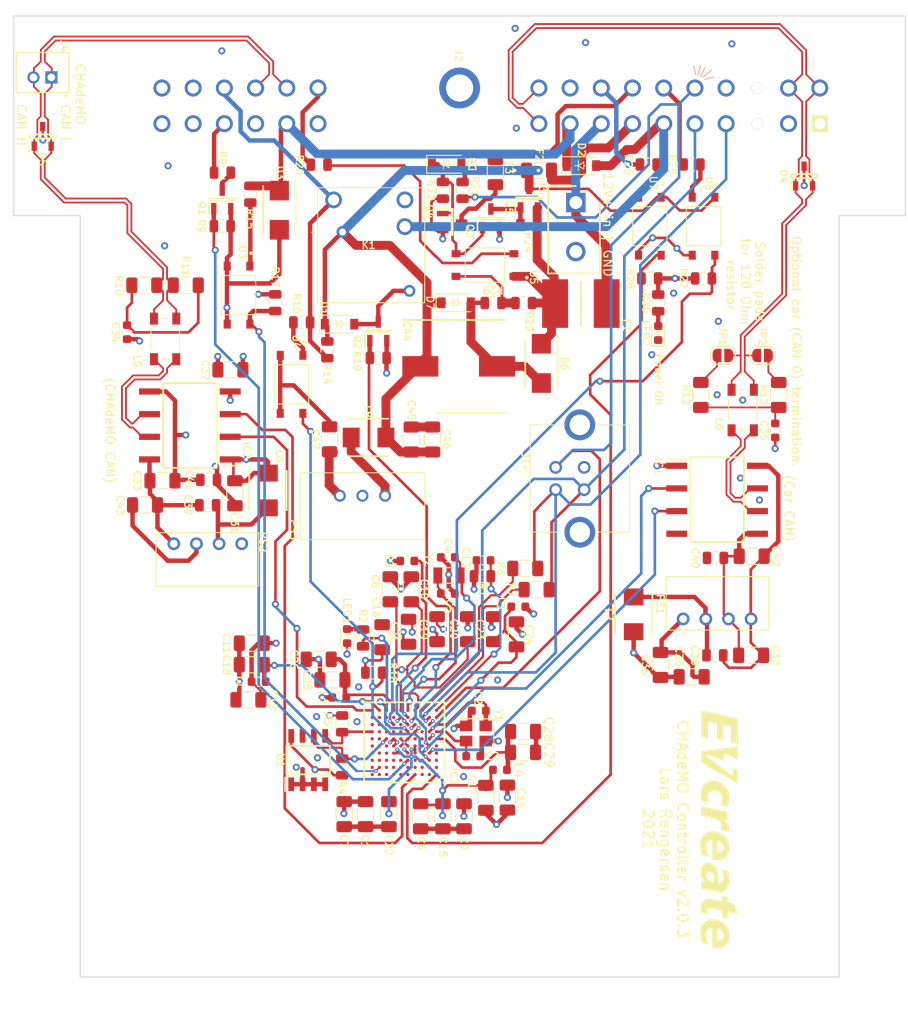
<source format=kicad_pcb>
(kicad_pcb (version 20171130) (host pcbnew "(5.1.6-0-10_14)")
  (layers (0 F.Cu signal) (1 In1.Cu signal hide) (2 In2.Cu signal hide) (31 B.Cu signal) (34 B.Paste user) (35 F.Paste user) (36 B.SilkS user) (37 F.SilkS user) (38 B.Mask user) (39 F.Mask user) (44 Edge.Cuts user))
  (net 0 "")
  (net 1 Earth)
  (net 2 "Net-(C2-Pad1)")
  (net 3 "Net-(C4-Pad1)")
  (net 4 +3V3)
  (net 5 /VDD_PLL)
  (net 6 /CAN0-TX)
  (net 7 /CAN0-RX)
  (net 8 /CAN1-TX)
  (net 9 /CAN1-RX)
  (net 10 /CAR-12V_always-on)
  (net 11 "Net-(LED1-Pad2)")
  (net 12 /EEPROM-SCL)
  (net 13 /EEPROM-SDA)
  (net 14 /VDD_ANA)
  (net 15 /VDD_OUT_MI)
  (net 16 +12V)
  (net 17 /VDD_OUT)
  (net 18 /CHAdeMO-CHARGE-START1_IN1)
  (net 19 /CHAdeMO_PROXIMITY)
  (net 20 +12VA)
  (net 21 /CHAdeMO_contactors_GND)
  (net 22 "Net-(F2-Pad1)")
  (net 23 /CHAdeMO_charge_enable)
  (net 24 /CHAdeMO-charge-enable-signal_D48)
  (net 25 /Relay_CHAdeMO_contactors_GND)
  (net 26 /relay-CHAdeMO-contactors-signal_D49)
  (net 27 /CHAdeMO-CHARGE-START2_IN2)
  (net 28 /CHAdeMO-charge-start1_3.3Vsignal_IN1_D6)
  (net 29 /CHAdeMO-charge-start2_3.3Vsignal_IN2_D7)
  (net 30 +5V_1)
  (net 31 GND_CAN1)
  (net 32 +5V_0)
  (net 33 GND_CAN0)
  (net 34 +5V_USB)
  (net 35 /CAN0_P)
  (net 36 /CAN0_N)
  (net 37 /CAN1_P)
  (net 38 /CAN1_N)
  (net 39 "Net-(JP1-Pad2)")
  (net 40 /ACTIVE-LOW-WAKEUP)
  (net 41 /PROXIMITY-PRESENT)
  (net 42 "Net-(JP2-Pad1)")
  (net 43 "Net-(C5-Pad1)")
  (net 44 "Net-(C13-Pad1)")
  (net 45 "Net-(C18-Pad1)")
  (net 46 "Net-(C34-Pad1)")
  (net 47 "Net-(C35-Pad1)")
  (net 48 "Net-(C38-Pad2)")
  (net 49 "Net-(C39-Pad2)")
  (net 50 "Net-(J2-PadB3)")
  (net 51 "Net-(J2-PadB5)")
  (net 52 "Net-(J2-PadB6)")
  (net 53 "Net-(J2-PadB11)")
  (net 54 "Net-(J2-PadB12)")
  (net 55 "Net-(J2-PadA1)")
  (net 56 "Net-(J2-PadA3)")
  (net 57 "Net-(J2-PadA13)")
  (net 58 "Net-(J2-PadMH1)")
  (net 59 "Net-(K1-Pad3)")
  (net 60 "Net-(L9-Pad2)")
  (net 61 "Net-(R15-Pad1)")
  (net 62 "Net-(R16-Pad1)")
  (net 63 "Net-(R20-Pad1)")
  (net 64 "Net-(R23-Pad2)")
  (net 65 /NCCAN1_P)
  (net 66 /NCCAN1_N)
  (net 67 "Net-(F3-Pad1)")
  (net 68 /NCCAN0_P)
  (net 69 /NCCAN0_N)
  (net 70 "Net-(Q1-Pad3)")
  (net 71 /CHAdeMO_contactor1-feedbackIN)
  (net 72 /CHAdeMO_contactor2-feedbackIN)
  (net 73 "Net-(R25-Pad1)")
  (net 74 "Net-(R26-Pad1)")
  (net 75 /CHAdeMO_contactor2-feedback_D11)
  (net 76 /CHAdeMO_contactor1-feedback_D27)
  (net 77 "Net-(D8-Pad2)")
  (net 78 "Net-(D8-Pad1)")
  (net 79 "Net-(LED2-Pad2)")
  (net 80 "Net-(IC3-PadJ10)")
  (net 81 "Net-(IC3-PadJ9)")
  (net 82 "Net-(IC3-PadJ8)")
  (net 83 "Net-(IC3-PadJ7)")
  (net 84 "Net-(IC3-PadH10)")
  (net 85 "Net-(IC3-PadH9)")
  (net 86 "Net-(IC3-PadH8)")
  (net 87 "Net-(IC3-PadH6)")
  (net 88 "Net-(IC3-PadH5)")
  (net 89 "Net-(IC3-PadH3)")
  (net 90 "Net-(IC3-PadG9)")
  (net 91 "Net-(IC3-PadG8)")
  (net 92 "Net-(IC3-PadG7)")
  (net 93 "Net-(IC3-PadG6)")
  (net 94 "Net-(IC3-PadG5)")
  (net 95 "Net-(IC3-PadG3)")
  (net 96 "Net-(IC3-PadF10)")
  (net 97 "Net-(IC3-PadF9)")
  (net 98 "Net-(IC3-PadF4)")
  (net 99 "Net-(IC3-PadF3)")
  (net 100 "Net-(IC3-PadE10)")
  (net 101 "Net-(IC3-PadE9)")
  (net 102 "Net-(IC3-PadE8)")
  (net 103 "Net-(IC3-PadE3)")
  (net 104 "Net-(IC3-PadE1)")
  (net 105 "Net-(IC3-PadD10)")
  (net 106 "Net-(IC3-PadD9)")
  (net 107 "Net-(IC3-PadD8)")
  (net 108 "Net-(IC3-PadD1)")
  (net 109 "Net-(IC3-PadC10)")
  (net 110 "Net-(IC3-PadC9)")
  (net 111 "Net-(IC3-PadC8)")
  (net 112 "Net-(IC3-PadC7)")
  (net 113 "Net-(IC3-PadC6)")
  (net 114 "Net-(IC3-PadC4)")
  (net 115 "Net-(IC3-PadC3)")
  (net 116 "Net-(IC3-PadC1)")
  (net 117 "Net-(IC3-PadB10)")
  (net 118 "Net-(IC3-PadB8)")
  (net 119 "Net-(IC3-PadB7)")
  (net 120 "Net-(IC3-PadB6)")
  (net 121 "Net-(IC3-PadB5)")
  (net 122 "Net-(IC3-PadB4)")
  (net 123 "Net-(IC3-PadB3)")
  (net 124 "Net-(IC3-PadB2)")
  (net 125 "Net-(IC3-PadB1)")
  (net 126 "Net-(IC3-PadA10)")
  (net 127 "Net-(IC3-PadA9)")
  (net 128 "Net-(IC3-PadA8)")
  (net 129 "Net-(IC3-PadA7)")
  (net 130 "Net-(IC3-PadA6)")
  (net 131 "Net-(IC3-PadA5)")
  (net 132 "Net-(IC3-PadA3)")
  (net 133 "Net-(IC3-PadA2)")
  (net 134 /Xout)
  (net 135 /DFSDM)
  (net 136 /DFSDP)
  (net 137 /DHSDM)
  (net 138 /DHSDP)
  (module Resistor_SMD:R_0805_2012Metric (layer F.Cu) (at 79.3242 74.0664 270)
    (fp_text reference R17 (at -2.8829 0 270 unlocked) (layer F.SilkS) (effects (font (size 0.8 0.8))))
    (fp_text value "10 kOhm")
    (pad 2 smd roundrect (at 0.9375 0 270) (size 0.975 1.4) (layers F.Cu F.Paste F.Mask) (net 28 /CHAdeMO-charge-start1_3.3Vsignal_IN1_D6))
    (pad 1 smd roundrect (at -0.9375 0 270) (size 0.975 1.4) (layers F.Cu F.Paste F.Mask) (net 4 +3V3))
  )
  (module Inductor_SMD:L_0603_1608Metric (layer F.Cu) (at 104.521 126.4412)
    (fp_text reference L4 (at 2.1082 0.0127 270 unlocked) (layer F.SilkS))
    (fp_text value "Imp. 30 Ohm")
    (pad 2 smd roundrect (at 0.7875 0) (size 0.875 0.95) (layers F.Cu F.Paste F.Mask) (net 5 /VDD_PLL))
    (pad 1 smd roundrect (at -0.7875 0) (size 0.875 0.95) (layers F.Cu F.Paste F.Mask) (net 17 /VDD_OUT))
  )
  (module Capacitor_SMD:C_1206_3216Metric (layer F.Cu) (at 107.1118 124.4854)
    (fp_text reference C29 (at 2.921 0.2921 270 unlocked) (layer F.SilkS))
    (fp_text value "10 uF")
    (pad 2 smd roundrect (at 1.4 0) (size 1.25 1.75) (layers F.Cu F.Paste F.Mask) (roundrect_rratio 0.2) (net 1 Earth))
    (pad 1 smd roundrect (at -1.4 0) (size 1.25 1.75) (layers F.Cu F.Paste F.Mask) (roundrect_rratio 0.2) (net 5 /VDD_PLL))
  )
  (module Capacitor_SMD:C_1206_3216Metric (layer F.Cu) (at 107.1118 122.1486)
    (fp_text reference C28 (at 2.8956 -0.2667 270 unlocked) (layer F.SilkS))
    (fp_text value "100 nF")
    (pad 2 smd roundrect (at 1.4 0) (size 1.25 1.75) (layers F.Cu F.Paste F.Mask) (roundrect_rratio 0.2) (net 1 Earth))
    (pad 1 smd roundrect (at -1.4 0) (size 1.25 1.75) (layers F.Cu F.Paste F.Mask) (roundrect_rratio 0.2) (net 5 /VDD_PLL))
  )
  (module SamacSys_Parts:BGA100C80P10X10_900X900X110 (layer F.Cu) (at 93.8022 123.3678 180)
    (fp_text reference IC3 (at -5.588 -3.7846 270 unlocked) (layer F.SilkS) (effects (font (size 0.8 0.8))))
    (fp_text value ATSAM3X8CA-CU hide)
    (pad K10 smd circle (at 3.6 3.6 270) (size 0.37 0.37) (layers F.Cu F.Paste F.Mask) (net 9 /CAN1-RX))
    (pad K9 smd circle (at 2.8 3.6 270) (size 0.37 0.37) (layers F.Cu F.Paste F.Mask) (net 45 "Net-(C18-Pad1)"))
    (pad K8 smd circle (at 2 3.6 270) (size 0.37 0.37) (layers F.Cu F.Paste F.Mask) (net 1 Earth))
    (pad K7 smd circle (at 1.2 3.6 270) (size 0.37 0.37) (layers F.Cu F.Paste F.Mask) (net 14 /VDD_ANA))
    (pad K6 smd circle (at 0.4 3.6 270) (size 0.37 0.37) (layers F.Cu F.Paste F.Mask) (net 17 /VDD_OUT))
    (pad K5 smd circle (at -0.4 3.6 270) (size 0.37 0.37) (layers F.Cu F.Paste F.Mask) (net 43 "Net-(C5-Pad1)"))
    (pad K4 smd circle (at -1.2 3.6 270) (size 0.37 0.37) (layers F.Cu F.Paste F.Mask) (net 17 /VDD_OUT))
    (pad K3 smd circle (at -2 3.6 270) (size 0.37 0.37) (layers F.Cu F.Paste F.Mask) (net 135 /DFSDM))
    (pad K2 smd circle (at -2.8 3.6 270) (size 0.37 0.37) (layers F.Cu F.Paste F.Mask) (net 136 /DFSDP))
    (pad K1 smd circle (at -3.6 3.6 270) (size 0.37 0.37) (layers F.Cu F.Paste F.Mask) (net 44 "Net-(C13-Pad1)"))
    (pad J10 smd circle (at 3.6 2.8 270) (size 0.37 0.37) (layers F.Cu F.Paste F.Mask) (net 80 "Net-(IC3-PadJ10)"))
    (pad J9 smd circle (at 2.8 2.8 270) (size 0.37 0.37) (layers F.Cu F.Paste F.Mask) (net 81 "Net-(IC3-PadJ9)"))
    (pad J8 smd circle (at 2 2.8 270) (size 0.37 0.37) (layers F.Cu F.Paste F.Mask) (net 82 "Net-(IC3-PadJ8)"))
    (pad J7 smd circle (at 1.2 2.8 270) (size 0.37 0.37) (layers F.Cu F.Paste F.Mask) (net 83 "Net-(IC3-PadJ7)"))
    (pad J6 smd circle (at 0.4 2.8 270) (size 0.37 0.37) (layers F.Cu F.Paste F.Mask) (net 4 +3V3))
    (pad J5 smd circle (at -0.4 2.8 270) (size 0.37 0.37) (layers F.Cu F.Paste F.Mask) (net 3 "Net-(C4-Pad1)"))
    (pad J4 smd circle (at -1.2 2.8 270) (size 0.37 0.37) (layers F.Cu F.Paste F.Mask) (net 1 Earth))
    (pad J3 smd circle (at -2 2.8 270) (size 0.37 0.37) (layers F.Cu F.Paste F.Mask) (net 137 /DHSDM))
    (pad J2 smd circle (at -2.8 2.8 270) (size 0.37 0.37) (layers F.Cu F.Paste F.Mask) (net 138 /DHSDP))
    (pad J1 smd circle (at -3.6 2.8 270) (size 0.37 0.37) (layers F.Cu F.Paste F.Mask) (net 34 +5V_USB))
    (pad H10 smd circle (at 3.6 2 270) (size 0.37 0.37) (layers F.Cu F.Paste F.Mask) (net 84 "Net-(IC3-PadH10)"))
    (pad H9 smd circle (at 2.8 2 270) (size 0.37 0.37) (layers F.Cu F.Paste F.Mask) (net 85 "Net-(IC3-PadH9)"))
    (pad H8 smd circle (at 2 2 270) (size 0.37 0.37) (layers F.Cu F.Paste F.Mask) (net 86 "Net-(IC3-PadH8)"))
    (pad H7 smd circle (at 1.2 2 270) (size 0.37 0.37) (layers F.Cu F.Paste F.Mask) (net 76 /CHAdeMO_contactor1-feedback_D27))
    (pad H6 smd circle (at 0.4 2 270) (size 0.37 0.37) (layers F.Cu F.Paste F.Mask) (net 87 "Net-(IC3-PadH6)"))
    (pad H5 smd circle (at -0.4 2 270) (size 0.37 0.37) (layers F.Cu F.Paste F.Mask) (net 88 "Net-(IC3-PadH5)"))
    (pad H4 smd circle (at -1.2 2 270) (size 0.37 0.37) (layers F.Cu F.Paste F.Mask) (net 4 +3V3))
    (pad H3 smd circle (at -2 2 270) (size 0.37 0.37) (layers F.Cu F.Paste F.Mask) (net 89 "Net-(IC3-PadH3)"))
    (pad H2 smd circle (at -2.8 2 270) (size 0.37 0.37) (layers F.Cu F.Paste F.Mask) (net 1 Earth))
    (pad H1 smd circle (at -3.6 2 270) (size 0.37 0.37) (layers F.Cu F.Paste F.Mask) (net 2 "Net-(C2-Pad1)"))
    (pad G10 smd circle (at 3.6 1.2 270) (size 0.37 0.37) (layers F.Cu F.Paste F.Mask) (net 13 /EEPROM-SDA))
    (pad G9 smd circle (at 2.8 1.2 270) (size 0.37 0.37) (layers F.Cu F.Paste F.Mask) (net 90 "Net-(IC3-PadG9)"))
    (pad G8 smd circle (at 2 1.2 270) (size 0.37 0.37) (layers F.Cu F.Paste F.Mask) (net 91 "Net-(IC3-PadG8)"))
    (pad G7 smd circle (at 1.2 1.2 270) (size 0.37 0.37) (layers F.Cu F.Paste F.Mask) (net 92 "Net-(IC3-PadG7)"))
    (pad G6 smd circle (at 0.4 1.2 270) (size 0.37 0.37) (layers F.Cu F.Paste F.Mask) (net 93 "Net-(IC3-PadG6)"))
    (pad G5 smd circle (at -0.4 1.2 270) (size 0.37 0.37) (layers F.Cu F.Paste F.Mask) (net 94 "Net-(IC3-PadG5)"))
    (pad G4 smd circle (at -1.2 1.2 270) (size 0.37 0.37) (layers F.Cu F.Paste F.Mask) (net 1 Earth))
    (pad G3 smd circle (at -2 1.2 270) (size 0.37 0.37) (layers F.Cu F.Paste F.Mask) (net 95 "Net-(IC3-PadG3)"))
    (pad G2 smd circle (at -2.8 1.2 270) (size 0.37 0.37) (layers F.Cu F.Paste F.Mask) (net 15 /VDD_OUT_MI))
    (pad G1 smd circle (at -3.6 1.2 270) (size 0.37 0.37) (layers F.Cu F.Paste F.Mask) (net 134 /Xout))
    (pad F10 smd circle (at 3.6 0.4 270) (size 0.37 0.37) (layers F.Cu F.Paste F.Mask) (net 96 "Net-(IC3-PadF10)"))
    (pad F9 smd circle (at 2.8 0.4 270) (size 0.37 0.37) (layers F.Cu F.Paste F.Mask) (net 97 "Net-(IC3-PadF9)"))
    (pad F8 smd circle (at 2 0.4 270) (size 0.37 0.37) (layers F.Cu F.Paste F.Mask) (net 12 /EEPROM-SCL))
    (pad F7 smd circle (at 1.2 0.4 270) (size 0.37 0.37) (layers F.Cu F.Paste F.Mask) (net 4 +3V3))
    (pad F6 smd circle (at 0.4 0.4 270) (size 0.37 0.37) (layers F.Cu F.Paste F.Mask) (net 1 Earth))
    (pad F5 smd circle (at -0.4 0.4 270) (size 0.37 0.37) (layers F.Cu F.Paste F.Mask) (net 1 Earth))
    (pad F4 smd circle (at -1.2 0.4 270) (size 0.37 0.37) (layers F.Cu F.Paste F.Mask) (net 98 "Net-(IC3-PadF4)"))
    (pad F3 smd circle (at -2 0.4 270) (size 0.37 0.37) (layers F.Cu F.Paste F.Mask) (net 99 "Net-(IC3-PadF3)"))
    (pad F2 smd circle (at -2.8 0.4 270) (size 0.37 0.37) (layers F.Cu F.Paste F.Mask) (net 1 Earth))
    (pad F1 smd circle (at -3.6 0.4 270) (size 0.37 0.37) (layers F.Cu F.Paste F.Mask) (net 5 /VDD_PLL))
    (pad E10 smd circle (at 3.6 -0.4 270) (size 0.37 0.37) (layers F.Cu F.Paste F.Mask) (net 100 "Net-(IC3-PadE10)"))
    (pad E9 smd circle (at 2.8 -0.4 270) (size 0.37 0.37) (layers F.Cu F.Paste F.Mask) (net 101 "Net-(IC3-PadE9)"))
    (pad E8 smd circle (at 2 -0.4 270) (size 0.37 0.37) (layers F.Cu F.Paste F.Mask) (net 102 "Net-(IC3-PadE8)"))
    (pad E7 smd circle (at 1.2 -0.4 270) (size 0.37 0.37) (layers F.Cu F.Paste F.Mask) (net 4 +3V3))
    (pad E6 smd circle (at 0.4 -0.4 270) (size 0.37 0.37) (layers F.Cu F.Paste F.Mask) (net 1 Earth))
    (pad E5 smd circle (at -0.4 -0.4 270) (size 0.37 0.37) (layers F.Cu F.Paste F.Mask) (net 1 Earth))
    (pad E4 smd circle (at -1.2 -0.4 270) (size 0.37 0.37) (layers F.Cu F.Paste F.Mask) (net 17 /VDD_OUT))
    (pad E3 smd circle (at -2 -0.4 270) (size 0.37 0.37) (layers F.Cu F.Paste F.Mask) (net 103 "Net-(IC3-PadE3)"))
    (pad E2 smd circle (at -2.8 -0.4 270) (size 0.37 0.37) (layers F.Cu F.Paste F.Mask) (net 26 /relay-CHAdeMO-contactors-signal_D49))
    (pad E1 smd circle (at -3.6 -0.4 270) (size 0.37 0.37) (layers F.Cu F.Paste F.Mask) (net 104 "Net-(IC3-PadE1)"))
    (pad D10 smd circle (at 3.6 -1.2 270) (size 0.37 0.37) (layers F.Cu F.Paste F.Mask) (net 105 "Net-(IC3-PadD10)"))
    (pad D9 smd circle (at 2.8 -1.2 270) (size 0.37 0.37) (layers F.Cu F.Paste F.Mask) (net 106 "Net-(IC3-PadD9)"))
    (pad D8 smd circle (at 2 -1.2 270) (size 0.37 0.37) (layers F.Cu F.Paste F.Mask) (net 107 "Net-(IC3-PadD8)"))
    (pad D7 smd circle (at 1.2 -1.2 270) (size 0.37 0.37) (layers F.Cu F.Paste F.Mask) (net 17 /VDD_OUT))
    (pad D6 smd circle (at 0.4 -1.2 270) (size 0.37 0.37) (layers F.Cu F.Paste F.Mask) (net 17 /VDD_OUT))
    (pad D5 smd circle (at -0.4 -1.2 270) (size 0.37 0.37) (layers F.Cu F.Paste F.Mask) (net 4 +3V3))
    (pad D4 smd circle (at -1.2 -1.2 270) (size 0.37 0.37) (layers F.Cu F.Paste F.Mask) (net 17 /VDD_OUT))
    (pad D3 smd circle (at -2 -1.2 270) (size 0.37 0.37) (layers F.Cu F.Paste F.Mask) (net 7 /CAN0-RX))
    (pad D2 smd circle (at -2.8 -1.2 270) (size 0.37 0.37) (layers F.Cu F.Paste F.Mask) (net 6 /CAN0-TX))
    (pad D1 smd circle (at -3.6 -1.2 270) (size 0.37 0.37) (layers F.Cu F.Paste F.Mask) (net 108 "Net-(IC3-PadD1)"))
    (pad C10 smd circle (at 3.6 -2 270) (size 0.37 0.37) (layers F.Cu F.Paste F.Mask) (net 109 "Net-(IC3-PadC10)"))
    (pad C9 smd circle (at 2.8 -2 270) (size 0.37 0.37) (layers F.Cu F.Paste F.Mask) (net 110 "Net-(IC3-PadC9)"))
    (pad C8 smd circle (at 2 -2 270) (size 0.37 0.37) (layers F.Cu F.Paste F.Mask) (net 111 "Net-(IC3-PadC8)"))
    (pad C7 smd circle (at 1.2 -2 270) (size 0.37 0.37) (layers F.Cu F.Paste F.Mask) (net 112 "Net-(IC3-PadC7)"))
    (pad C6 smd circle (at 0.4 -2 270) (size 0.37 0.37) (layers F.Cu F.Paste F.Mask) (net 113 "Net-(IC3-PadC6)"))
    (pad C5 smd circle (at -0.4 -2 270) (size 0.37 0.37) (layers F.Cu F.Paste F.Mask) (net 24 /CHAdeMO-charge-enable-signal_D48))
    (pad C4 smd circle (at -1.2 -2 270) (size 0.37 0.37) (layers F.Cu F.Paste F.Mask) (net 114 "Net-(IC3-PadC4)"))
    (pad C3 smd circle (at -2 -2 270) (size 0.37 0.37) (layers F.Cu F.Paste F.Mask) (net 115 "Net-(IC3-PadC3)"))
    (pad C2 smd circle (at -2.8 -2 270) (size 0.37 0.37) (layers F.Cu F.Paste F.Mask) (net 29 /CHAdeMO-charge-start2_3.3Vsignal_IN2_D7))
    (pad C1 smd circle (at -3.6 -2 270) (size 0.37 0.37) (layers F.Cu F.Paste F.Mask) (net 116 "Net-(IC3-PadC1)"))
    (pad B10 smd circle (at 3.6 -2.8 270) (size 0.37 0.37) (layers F.Cu F.Paste F.Mask) (net 117 "Net-(IC3-PadB10)"))
    (pad B9 smd circle (at 2.8 -2.8 270) (size 0.37 0.37) (layers F.Cu F.Paste F.Mask) (net 28 /CHAdeMO-charge-start1_3.3Vsignal_IN1_D6))
    (pad B8 smd circle (at 2 -2.8 270) (size 0.37 0.37) (layers F.Cu F.Paste F.Mask) (net 118 "Net-(IC3-PadB8)"))
    (pad B7 smd circle (at 1.2 -2.8 270) (size 0.37 0.37) (layers F.Cu F.Paste F.Mask) (net 119 "Net-(IC3-PadB7)"))
    (pad B6 smd circle (at 0.4 -2.8 270) (size 0.37 0.37) (layers F.Cu F.Paste F.Mask) (net 120 "Net-(IC3-PadB6)"))
    (pad B5 smd circle (at -0.4 -2.8 270) (size 0.37 0.37) (layers F.Cu F.Paste F.Mask) (net 121 "Net-(IC3-PadB5)"))
    (pad B4 smd circle (at -1.2 -2.8 270) (size 0.37 0.37) (layers F.Cu F.Paste F.Mask) (net 122 "Net-(IC3-PadB4)"))
    (pad B3 smd circle (at -2 -2.8 270) (size 0.37 0.37) (layers F.Cu F.Paste F.Mask) (net 123 "Net-(IC3-PadB3)"))
    (pad B2 smd circle (at -2.8 -2.8 270) (size 0.37 0.37) (layers F.Cu F.Paste F.Mask) (net 124 "Net-(IC3-PadB2)"))
    (pad B1 smd circle (at -3.6 -2.8 270) (size 0.37 0.37) (layers F.Cu F.Paste F.Mask) (net 125 "Net-(IC3-PadB1)"))
    (pad A10 smd circle (at 3.6 -3.6 270) (size 0.37 0.37) (layers F.Cu F.Paste F.Mask) (net 126 "Net-(IC3-PadA10)"))
    (pad A9 smd circle (at 2.8 -3.6 270) (size 0.37 0.37) (layers F.Cu F.Paste F.Mask) (net 127 "Net-(IC3-PadA9)"))
    (pad A8 smd circle (at 2 -3.6 270) (size 0.37 0.37) (layers F.Cu F.Paste F.Mask) (net 128 "Net-(IC3-PadA8)"))
    (pad A7 smd circle (at 1.2 -3.6 270) (size 0.37 0.37) (layers F.Cu F.Paste F.Mask) (net 129 "Net-(IC3-PadA7)"))
    (pad A6 smd circle (at 0.4 -3.6 270) (size 0.37 0.37) (layers F.Cu F.Paste F.Mask) (net 130 "Net-(IC3-PadA6)"))
    (pad A5 smd circle (at -0.4 -3.6 270) (size 0.37 0.37) (layers F.Cu F.Paste F.Mask) (net 131 "Net-(IC3-PadA5)"))
    (pad A4 smd circle (at -1.2 -3.6 270) (size 0.37 0.37) (layers F.Cu F.Paste F.Mask) (net 8 /CAN1-TX))
    (pad A3 smd circle (at -2 -3.6 270) (size 0.37 0.37) (layers F.Cu F.Paste F.Mask) (net 132 "Net-(IC3-PadA3)"))
    (pad A2 smd circle (at -2.8 -3.6 270) (size 0.37 0.37) (layers F.Cu F.Paste F.Mask) (net 133 "Net-(IC3-PadA2)"))
    (pad A1 smd circle (at -3.6 -3.6 270) (size 0.37 0.37) (layers F.Cu F.Paste F.Mask) (net 75 /CHAdeMO_contactor2-feedback_D11))
  )
  (module LED_SMD:LED_0603_1608Metric (layer F.Cu) (at 122.2756 77.47 90)
    (fp_text reference LED2 (at 0 -1.43 270 unlocked) (layer F.SilkS) (effects (font (size 0.8 0.8))))
    (fp_text value LED)
    (pad 2 smd roundrect (at 0.7875 0 90) (size 0.875 0.95) (layers F.Cu F.Paste F.Mask) (net 79 "Net-(LED2-Pad2)"))
    (pad 1 smd roundrect (at -0.7875 0 90) (size 0.875 0.95) (layers F.Cu F.Paste F.Mask) (net 1 Earth))
  )
  (module LED_SMD:LED_0603_1608Metric (layer F.Cu) (at 87.3887 111.4527 90)
    (fp_text reference LED1 (at 2.8677 -0.0127 270 unlocked) (layer F.SilkS) (effects (font (size 0.8 0.8))))
    (fp_text value LED)
    (pad 2 smd roundrect (at 0.7875 0 90) (size 0.875 0.95) (layers F.Cu F.Paste F.Mask) (net 11 "Net-(LED1-Pad2)"))
    (pad 1 smd roundrect (at -0.7875 0 90) (size 0.875 0.95) (layers F.Cu F.Paste F.Mask) (net 1 Earth))
  )
  (module Diode_SMD:D_SOD-123 (layer F.Cu) (at 86.5378 76.4762)
    (fp_text reference D1 (at -1.7526 -1.8002 270 unlocked) (layer F.SilkS) (effects (font (size 0.8 0.8))))
    (fp_text value 1N4148W)
    (pad 2 smd rect (at 1.65 0) (size 0.9 1.2) (layers F.Cu F.Paste F.Mask) (net 25 /Relay_CHAdeMO_contactors_GND))
    (pad 1 smd rect (at -1.65 0) (size 0.9 1.2) (layers F.Cu F.Paste F.Mask) (net 16 +12V))
  )
  (module Diode_SMD:D_SOD-123 (layer F.Cu) (at 113.665 58.6994)
    (fp_text reference D2 (at 0.0254 -1.8034 270 unlocked) (layer F.SilkS) (effects (font (size 0.8 0.8))))
    (fp_text value 1N4148W)
    (pad 2 smd rect (at 1.65 0) (size 0.9 1.2) (layers F.Cu F.Paste F.Mask) (net 21 /CHAdeMO_contactors_GND))
    (pad 1 smd rect (at -1.65 0) (size 0.9 1.2) (layers F.Cu F.Paste F.Mask) (net 18 /CHAdeMO-CHARGE-START1_IN1))
  )
  (module Diode_SMD:D_SOD-123 (layer F.Cu) (at 98.552 58.547)
    (fp_text reference D8 (at 2.921 0 270) (layer F.SilkS) (effects (font (size 0.8 0.8))))
    (fp_text value 1N4148W)
    (pad 2 smd rect (at 1.65 0) (size 0.9 1.2) (layers F.Cu F.Paste F.Mask) (net 77 "Net-(D8-Pad2)"))
    (pad 1 smd rect (at -1.65 0) (size 0.9 1.2) (layers F.Cu F.Paste F.Mask) (net 78 "Net-(D8-Pad1)"))
  )
  (module Diode_SMD:D_SOD-123 (layer F.Cu) (at 99.6188 74.0791)
    (fp_text reference D7 (at -2.921 -0.0127 270 unlocked) (layer F.SilkS) (effects (font (size 0.8 0.8))))
    (fp_text value 1N4148W)
    (pad 2 smd rect (at 1.65 0) (size 0.9 1.2) (layers F.Cu F.Paste F.Mask) (net 1 Earth))
    (pad 1 smd rect (at -1.65 0) (size 0.9 1.2) (layers F.Cu F.Paste F.Mask) (net 16 +12V))
  )
  (module Resistor_SMD:R_0805_2012Metric (layer F.Cu) (at 122.2756 74.0918 270)
    (fp_text reference R30 (at 0 1.3716 270 unlocked) (layer F.SilkS) (effects (font (size 0.8 0.8))))
    (fp_text value "470 Ohm")
    (pad 2 smd roundrect (at 0.9375 0 270) (size 0.975 1.4) (layers F.Cu F.Paste F.Mask) (net 79 "Net-(LED2-Pad2)"))
    (pad 1 smd roundrect (at -0.9375 0 270) (size 0.975 1.4) (layers F.Cu F.Paste F.Mask) (net 4 +3V3))
  )
  (module Resistor_SMD:R_0805_2012Metric (layer F.Cu) (at 107.188 74.1045 180)
    (fp_text reference R23 (at -0.635 -2.0955 270 unlocked) (layer F.SilkS) (effects (font (size 0.8 0.8))))
    (fp_text value "10 kOhm")
    (pad 2 smd roundrect (at 0.9375 0 180) (size 0.975 1.4) (layers F.Cu F.Paste F.Mask) (net 64 "Net-(R23-Pad2)"))
    (pad 1 smd roundrect (at -0.9375 0 180) (size 0.975 1.4) (layers F.Cu F.Paste F.Mask) (net 20 +12VA))
  )
  (module Resistor_SMD:R_0805_2012Metric (layer F.Cu) (at 107.7595 65.3415 180)
    (fp_text reference R24 (at 0.0635 -1.9685 270 unlocked) (layer F.SilkS) (effects (font (size 0.8 0.8))))
    (fp_text value "10 kOhm")
    (pad 2 smd roundrect (at 0.9375 0 180) (size 0.975 1.4) (layers F.Cu F.Paste F.Mask) (net 41 /PROXIMITY-PRESENT))
    (pad 1 smd roundrect (at -0.9375 0 180) (size 0.975 1.4) (layers F.Cu F.Paste F.Mask) (net 20 +12VA))
  )
  (module Resistor_SMD:R_0805_2012Metric (layer F.Cu) (at 103.759 74.1045 180)
    (fp_text reference R29 (at 0 1.4605 180 unlocked) (layer F.SilkS) (effects (font (size 0.8 0.8))))
    (fp_text value "5.1 kOhm")
    (pad 2 smd roundrect (at 0.9375 0 180) (size 0.975 1.4) (layers F.Cu F.Paste F.Mask) (net 1 Earth))
    (pad 1 smd roundrect (at -0.9375 0 180) (size 0.975 1.4) (layers F.Cu F.Paste F.Mask) (net 64 "Net-(R23-Pad2)"))
  )
  (module Resistor_SMD:R_0805_2012Metric (layer F.Cu) (at 100.33 61.468 90)
    (fp_text reference R21 (at 0.4445 1.397 270 unlocked) (layer F.SilkS) (effects (font (size 0.8 0.8))))
    (fp_text value "5.1 kOhm")
    (pad 2 smd roundrect (at 0.9375 0 90) (size 0.975 1.4) (layers F.Cu F.Paste F.Mask) (net 77 "Net-(D8-Pad2)"))
    (pad 1 smd roundrect (at -0.9375 0 90) (size 0.975 1.4) (layers F.Cu F.Paste F.Mask) (net 34 +5V_USB))
  )
  (module Resistor_SMD:R_0805_2012Metric (layer F.Cu) (at 121.3331 71.3486 180)
    (fp_text reference R28 (at 2.2071 -0.0508 270 unlocked) (layer F.SilkS) (effects (font (size 0.8 0.8))))
    (fp_text value "10 kOhm")
    (pad 2 smd roundrect (at 0.9375 0 180) (size 0.975 1.4) (layers F.Cu F.Paste F.Mask) (net 75 /CHAdeMO_contactor2-feedback_D11))
    (pad 1 smd roundrect (at -0.9375 0 180) (size 0.975 1.4) (layers F.Cu F.Paste F.Mask) (net 4 +3V3))
  )
  (module Resistor_SMD:R_0805_2012Metric (layer F.Cu) (at 127.3556 71.3486)
    (fp_text reference R27 (at -2.2352 -0.0254 270 unlocked) (layer F.SilkS) (effects (font (size 0.8 0.8))))
    (fp_text value "10 kOhm")
    (pad 2 smd roundrect (at 0.9375 0) (size 0.975 1.4) (layers F.Cu F.Paste F.Mask) (net 76 /CHAdeMO_contactor1-feedback_D27))
    (pad 1 smd roundrect (at -0.9375 0) (size 0.975 1.4) (layers F.Cu F.Paste F.Mask) (net 4 +3V3))
  )
  (module Resistor_SMD:R_0805_2012Metric (layer F.Cu) (at 90.8812 80.264)
    (fp_text reference R19 (at -2.3622 0.3556 270 unlocked) (layer F.SilkS) (effects (font (size 0.8 0.8))))
    (fp_text value "10 kOhm")
    (pad 2 smd roundrect (at 0.9375 0) (size 0.975 1.4) (layers F.Cu F.Paste F.Mask) (net 1 Earth))
    (pad 1 smd roundrect (at -0.9375 0) (size 0.975 1.4) (layers F.Cu F.Paste F.Mask) (net 26 /relay-CHAdeMO-contactors-signal_D49))
  )
  (module Resistor_SMD:R_0805_2012Metric (layer F.Cu) (at 73.3806 65.4812)
    (fp_text reference R9 (at -2.3368 0 270 unlocked) (layer F.SilkS) (effects (font (size 0.8 0.8))))
    (fp_text value "10 kOhm")
    (pad 2 smd roundrect (at 0.9375 0) (size 0.975 1.4) (layers F.Cu F.Paste F.Mask) (net 1 Earth))
    (pad 1 smd roundrect (at -0.9375 0) (size 0.975 1.4) (layers F.Cu F.Paste F.Mask) (net 24 /CHAdeMO-charge-enable-signal_D48))
  )
  (module Resistor_SMD:R_0805_2012Metric (layer F.Cu) (at 98.1202 61.468 270)
    (fp_text reference R22 (at 0 1.3462 270 unlocked) (layer F.SilkS) (effects (font (size 0.8 0.8))))
    (fp_text value "10 kOhm")
    (pad 2 smd roundrect (at 0.9375 0 270) (size 0.975 1.4) (layers F.Cu F.Paste F.Mask) (net 1 Earth))
    (pad 1 smd roundrect (at -0.9375 0 270) (size 0.975 1.4) (layers F.Cu F.Paste F.Mask) (net 78 "Net-(D8-Pad1)"))
  )
  (module Resistor_SMD:R_0805_2012Metric (layer F.Cu) (at 90.3732 115.5446)
    (fp_text reference R18 (at 2.1463 0.0127 270 unlocked) (layer F.SilkS) (effects (font (size 0.8 0.8))))
    (fp_text value "10 kOhm")
    (pad 2 smd roundrect (at 0.9375 0) (size 0.975 1.4) (layers F.Cu F.Paste F.Mask) (net 29 /CHAdeMO-charge-start2_3.3Vsignal_IN2_D7))
    (pad 1 smd roundrect (at -0.9375 0) (size 0.975 1.4) (layers F.Cu F.Paste F.Mask) (net 4 +3V3))
  )
  (module SamacSys_Parts:V23086C1001A403EVBLBOX (layer F.Cu) (at 86.868 66.1416 180)
    (fp_text reference K1 (at -2.92 -1.48 unlocked) (layer F.SilkS) (effects (font (size 0.8 0.8))))
    (fp_text value V23086C1001A403-EV-BLBOX hide)
    (pad 5 thru_hole circle (at -7 0.6 180) (size 1.875 1.875) (drill 1.25) (layers *.Cu *.Mask) (net 21 /CHAdeMO_contactors_GND))
    (pad 4 thru_hole circle (at 1 3.6 180) (size 1.875 1.875) (drill 1.25) (layers *.Cu *.Mask) (net 27 /CHAdeMO-CHARGE-START2_IN2))
    (pad 3 thru_hole circle (at -7 3.6 180) (size 1.875 1.875) (drill 1.25) (layers *.Cu *.Mask) (net 59 "Net-(K1-Pad3)"))
    (pad 2 thru_hole circle (at -7.5 -6.6 180) (size 1.333 1.333) (drill 0.7778) (layers *.Cu *.Mask) (net 25 /Relay_CHAdeMO_contactors_GND))
    (pad 1 thru_hole circle (at 0 0 180) (size 1.333 1.333) (drill 0.7778) (layers *.Cu *.Mask) (net 16 +12V))
  )
  (module Components:SOT95P230X110-3N (layer F.Cu) (at 53.2476 55.4228 90)
    (fp_text reference D5 (at -2.5527 -0.0346 270 unlocked) (layer F.SilkS) (effects (font (size 0.8 0.8))))
    (fp_text value PESD2CANFD24V-TR hide)
    (pad 3 smd rect (at 1.1 0 180) (size 0.6 1.05) (layers F.Cu F.Paste F.Mask) (net 31 GND_CAN1))
    (pad 2 smd rect (at -1.1 0.95 180) (size 0.6 1.05) (layers F.Cu F.Paste F.Mask) (net 38 /CAN1_N))
    (pad 1 smd rect (at -1.1 -0.95 180) (size 0.6 1.05) (layers F.Cu F.Paste F.Mask) (net 37 /CAN1_P))
  )
  (module Components:SOT95P230X110-3N (layer F.Cu) (at 138.6332 59.8678 90)
    (fp_text reference D4 (at -0.0254 -2.286 270 unlocked) (layer F.SilkS) (effects (font (size 0.8 0.8))))
    (fp_text value PESD2CANFD24V-TR hide)
    (pad 3 smd rect (at 1.1 0 180) (size 0.6 1.05) (layers F.Cu F.Paste F.Mask) (net 33 GND_CAN0))
    (pad 2 smd rect (at -1.1 0.95 180) (size 0.6 1.05) (layers F.Cu F.Paste F.Mask) (net 35 /CAN0_P))
    (pad 1 smd rect (at -1.1 -0.95 180) (size 0.6 1.05) (layers F.Cu F.Paste F.Mask) (net 36 /CAN0_N))
  )
  (module Components:SOT96P240X110-3N (layer F.Cu) (at 107.7976 62.357 90)
    (fp_text reference Q5 (at -1.016 -2.2606 270 unlocked) (layer F.SilkS) (effects (font (size 0.8 0.8))))
    (fp_text value DMP4065SQ-7 hide)
    (pad 3 smd rect (at 1.05 0 180) (size 0.65 1.2) (layers F.Cu F.Paste F.Mask) (net 16 +12V))
    (pad 2 smd rect (at -1.05 0.96 180) (size 0.65 1.2) (layers F.Cu F.Paste F.Mask) (net 20 +12VA))
    (pad 1 smd rect (at -1.05 -0.96 180) (size 0.65 1.2) (layers F.Cu F.Paste F.Mask) (net 41 /PROXIMITY-PRESENT))
  )
  (module SamacSys_Parts:SOT95P237X112-3N (layer F.Cu) (at 103.505 64.6176 90)
    (fp_text reference Q3 (at -1.4224 -2.3495 270 unlocked) (layer F.SilkS) (effects (font (size 0.8 0.8))))
    (fp_text value IRLML0060TRPBF hide)
    (pad 3 smd rect (at 1.05 0 180) (size 0.6 1.3) (layers F.Cu F.Paste F.Mask) (net 41 /PROXIMITY-PRESENT))
    (pad 2 smd rect (at -1.05 0.95 180) (size 0.6 1.3) (layers F.Cu F.Paste F.Mask) (net 1 Earth))
    (pad 1 smd rect (at -1.05 -0.95 180) (size 0.6 1.3) (layers F.Cu F.Paste F.Mask) (net 78 "Net-(D8-Pad1)"))
  )
  (module SamacSys_Parts:SOT95P237X112-3N (layer F.Cu) (at 99.1616 65.024)
    (fp_text reference Q4 (at -2.5146 -1.1684 270 unlocked) (layer F.SilkS) (effects (font (size 0.8 0.8))))
    (fp_text value IRLML0060TRPBF hide)
    (pad 3 smd rect (at 1.05 0 90) (size 0.6 1.3) (layers F.Cu F.Paste F.Mask) (net 67 "Net-(F3-Pad1)"))
    (pad 2 smd rect (at -1.05 0.95 90) (size 0.6 1.3) (layers F.Cu F.Paste F.Mask) (net 1 Earth))
    (pad 1 smd rect (at -1.05 -0.95 90) (size 0.6 1.3) (layers F.Cu F.Paste F.Mask) (net 78 "Net-(D8-Pad1)"))
  )
  (module SamacSys_Parts:SOT95P237X112-3N (layer F.Cu) (at 90.8812 77.2762 90)
    (fp_text reference Q2 (at -1.2098 -2.286 270 unlocked) (layer F.SilkS) (effects (font (size 0.8 0.8))))
    (fp_text value IRLML0060TRPBF hide)
    (pad 3 smd rect (at 1.05 0 180) (size 0.6 1.3) (layers F.Cu F.Paste F.Mask) (net 25 /Relay_CHAdeMO_contactors_GND))
    (pad 2 smd rect (at -1.05 0.95 180) (size 0.6 1.3) (layers F.Cu F.Paste F.Mask) (net 1 Earth))
    (pad 1 smd rect (at -1.05 -0.95 180) (size 0.6 1.3) (layers F.Cu F.Paste F.Mask) (net 26 /relay-CHAdeMO-contactors-signal_D49))
  )
  (module SamacSys_Parts:SOT95P237X112-3N (layer F.Cu) (at 73.3806 62.484 90)
    (fp_text reference Q1 (at -1.016 -2.2606 270 unlocked) (layer F.SilkS) (effects (font (size 0.8 0.8))))
    (fp_text value IRLML0060TRPBF hide)
    (pad 3 smd rect (at 1.05 0 180) (size 0.6 1.3) (layers F.Cu F.Paste F.Mask) (net 70 "Net-(Q1-Pad3)"))
    (pad 2 smd rect (at -1.05 0.95 180) (size 0.6 1.3) (layers F.Cu F.Paste F.Mask) (net 1 Earth))
    (pad 1 smd rect (at -1.05 -0.95 180) (size 0.6 1.3) (layers F.Cu F.Paste F.Mask) (net 24 /CHAdeMO-charge-enable-signal_D48))
  )
  (module Components:ACT45B1012PTL003 (layer F.Cu) (at 131.7498 86.106 90)
    (fp_text reference L6 (at -1.5748 -2.6162 270 unlocked) (layer F.SilkS) (effects (font (size 0.8 0.8))))
    (fp_text value ACT45B-101-2P-TL003 hide)
    (pad 4 smd rect (at 2.275 -1.25 180) (size 0.9 1.35) (layers F.Cu F.Paste F.Mask) (net 36 /CAN0_N))
    (pad 3 smd rect (at 2.275 1.25 180) (size 0.9 1.35) (layers F.Cu F.Paste F.Mask) (net 35 /CAN0_P))
    (pad 2 smd rect (at -2.275 1.25 180) (size 0.9 1.35) (layers F.Cu F.Paste F.Mask) (net 68 /NCCAN0_P))
    (pad 1 smd rect (at -2.275 -1.25 180) (size 0.9 1.35) (layers F.Cu F.Paste F.Mask) (net 69 /NCCAN0_N))
  )
  (module Components:ACT45B1012PTL003 (layer F.Cu) (at 66.9746 78.122 90)
    (fp_text reference L5 (at -2.4976 -3.119 270 unlocked) (layer F.SilkS) (effects (font (size 0.8 0.8))))
    (fp_text value ACT45B-101-2P-TL003 hide)
    (pad 4 smd rect (at 2.275 -1.25 180) (size 0.9 1.35) (layers F.Cu F.Paste F.Mask) (net 37 /CAN1_P))
    (pad 3 smd rect (at 2.275 1.25 180) (size 0.9 1.35) (layers F.Cu F.Paste F.Mask) (net 38 /CAN1_N))
    (pad 2 smd rect (at -2.275 1.25 180) (size 0.9 1.35) (layers F.Cu F.Paste F.Mask) (net 66 /NCCAN1_N))
    (pad 1 smd rect (at -2.275 -1.25 180) (size 0.9 1.35) (layers F.Cu F.Paste F.Mask) (net 65 /NCCAN1_P))
  )
  (module Components:INDPM4442X200N (layer F.Cu) (at 89.789 89.1794 180)
    (fp_text reference L9 (at 0 2.921 270 unlocked) (layer F.SilkS) (effects (font (size 0.8 0.8))))
    (fp_text value "22 uH" hide)
    (pad 2 smd rect (at 1.95 0 180) (size 1.9 2.2) (layers F.Cu F.Paste F.Mask) (net 60 "Net-(L9-Pad2)"))
    (pad 1 smd rect (at -1.95 0 180) (size 1.9 2.2) (layers F.Cu F.Paste F.Mask) (net 16 +12V))
  )
  (module Fuse:Fuse_1206_3216Metric (layer F.Cu) (at 108.9025 59.2328 180)
    (fp_text reference F2 (at -0.0254 1.7272 270 unlocked) (layer F.SilkS) (effects (font (size 0.8 0.8))))
    (fp_text value "500 mA")
    (pad 2 smd roundrect (at 1.4 0 180) (size 1.25 1.75) (layers F.Cu F.Paste F.Mask) (roundrect_rratio 0.2) (net 16 +12V))
    (pad 1 smd roundrect (at -1.4 0 180) (size 1.25 1.75) (layers F.Cu F.Paste F.Mask) (roundrect_rratio 0.2) (net 22 "Net-(F2-Pad1)"))
  )
  (module Fuse:Fuse_1206_3216Metric (layer F.Cu) (at 104.013 59.436 90)
    (fp_text reference F3 (at 0.508 1.524 270 unlocked) (layer F.SilkS) (effects (font (size 0.8 0.8))))
    (fp_text value "500 mA")
    (pad 2 smd roundrect (at 1.4 0 90) (size 1.25 1.75) (layers F.Cu F.Paste F.Mask) (roundrect_rratio 0.2) (net 40 /ACTIVE-LOW-WAKEUP))
    (pad 1 smd roundrect (at -1.4 0 90) (size 1.25 1.75) (layers F.Cu F.Paste F.Mask) (roundrect_rratio 0.2) (net 67 "Net-(F3-Pad1)"))
  )
  (module SamacSys_Parts:FUSC7451X125N (layer F.Cu) (at 113.6015 74.168 180)
    (fp_text reference F1 (at -5.1435 -2.413 270 unlocked) (layer F.SilkS) (effects (font (size 0.8 0.8))))
    (fp_text value "2 A" hide)
    (pad 2 smd rect (at 2.89 0 180) (size 2.9 5.45) (layers F.Cu F.Paste F.Mask) (net 20 +12VA))
    (pad 1 smd rect (at -2.89 0 180) (size 2.9 5.45) (layers F.Cu F.Paste F.Mask) (net 10 /CAR-12V_always-on))
  )
  (module Components:DIOM5436X261N (layer F.Cu) (at 109.1692 80.8736 270)
    (fp_text reference D6 (at 0.0254 -2.5908 270 unlocked) (layer F.SilkS) (effects (font (size 0.8 0.8))))
    (fp_text value D_TVS hide)
    (pad 2 smd rect (at 2.2 0) (size 2.15 2.2) (layers F.Cu F.Paste F.Mask) (net 1 Earth))
    (pad 1 smd rect (at -2.2 0) (size 2.15 2.2) (layers F.Cu F.Paste F.Mask) (net 20 +12VA))
  )
  (module Components:DIOM5436X261N (layer F.Cu) (at 79.7814 63.6966 270)
    (fp_text reference D3 (at -4.2098 -0.0762 270 unlocked) (layer F.SilkS) (effects (font (size 0.8 0.8))))
    (fp_text value D_TVS hide)
    (pad 2 smd rect (at 2.2 0) (size 2.15 2.2) (layers F.Cu F.Paste F.Mask) (net 1 Earth))
    (pad 1 smd rect (at -2.2 0) (size 2.15 2.2) (layers F.Cu F.Paste F.Mask) (net 18 /CHAdeMO-CHARGE-START1_IN1))
  )
  (module Components:VOM617A8X001T (layer F.Cu) (at 121.3331 64.7192 270)
    (fp_text reference U7 (at -4.0684 -0.3837 270 unlocked) (layer F.SilkS) (effects (font (size 0.8 0.8))))
    (fp_text value VOM617A-4T hide)
    (pad 4 smd rect (at 4.025 -1.27) (size 0.8 1) (layers F.Cu F.Paste F.Mask) (net 75 /CHAdeMO_contactor2-feedback_D11))
    (pad 3 smd rect (at 4.025 1.27) (size 0.8 1) (layers F.Cu F.Paste F.Mask) (net 1 Earth))
    (pad 2 smd rect (at -2.475 1.27) (size 0.8 1) (layers F.Cu F.Paste F.Mask) (net 74 "Net-(R26-Pad1)"))
    (pad 1 smd rect (at -2.475 -1.27) (size 0.8 1) (layers F.Cu F.Paste F.Mask) (net 16 +12V))
  )
  (module Components:VOM617A8X001T (layer F.Cu) (at 127.3556 64.7192 270)
    (fp_text reference U6 (at -4.0132 -0.6096 270 unlocked) (layer F.SilkS) (effects (font (size 0.8 0.8))))
    (fp_text value VOM617A-4T hide)
    (pad 4 smd rect (at 4.025 -1.27) (size 0.8 1) (layers F.Cu F.Paste F.Mask) (net 76 /CHAdeMO_contactor1-feedback_D27))
    (pad 3 smd rect (at 4.025 1.27) (size 0.8 1) (layers F.Cu F.Paste F.Mask) (net 1 Earth))
    (pad 2 smd rect (at -2.475 1.27) (size 0.8 1) (layers F.Cu F.Paste F.Mask) (net 73 "Net-(R25-Pad1)"))
    (pad 1 smd rect (at -2.475 -1.27) (size 0.8 1) (layers F.Cu F.Paste F.Mask) (net 16 +12V))
  )
  (module Components:VOM617A8X001T (layer F.Cu) (at 103.6193 69.85 180)
    (fp_text reference U5 (at -4.6863 -1.3589 270 unlocked) (layer F.SilkS) (effects (font (size 0.8 0.8))))
    (fp_text value VOM617A-4T hide)
    (pad 4 smd rect (at 4.025 -1.27 270) (size 0.8 1) (layers F.Cu F.Paste F.Mask) (net 64 "Net-(R23-Pad2)"))
    (pad 3 smd rect (at 4.025 1.27 270) (size 0.8 1) (layers F.Cu F.Paste F.Mask) (net 78 "Net-(D8-Pad1)"))
    (pad 2 smd rect (at -2.475 1.27 270) (size 0.8 1) (layers F.Cu F.Paste F.Mask) (net 63 "Net-(R20-Pad1)"))
    (pad 1 smd rect (at -2.475 -1.27 270) (size 0.8 1) (layers F.Cu F.Paste F.Mask) (net 20 +12VA))
  )
  (module Components:VOM617A8X001T (layer F.Cu) (at 81.153 82.4484 270)
    (fp_text reference U4 (at -4.0132 -0.5334 270 unlocked) (layer F.SilkS) (effects (font (size 0.8 0.8))))
    (fp_text value VOM617A-4T hide)
    (pad 4 smd rect (at 4.025 -1.27) (size 0.8 1) (layers F.Cu F.Paste F.Mask) (net 29 /CHAdeMO-charge-start2_3.3Vsignal_IN2_D7))
    (pad 3 smd rect (at 4.025 1.27) (size 0.8 1) (layers F.Cu F.Paste F.Mask) (net 1 Earth))
    (pad 2 smd rect (at -2.475 1.27) (size 0.8 1) (layers F.Cu F.Paste F.Mask) (net 1 Earth))
    (pad 1 smd rect (at -2.475 -1.27) (size 0.8 1) (layers F.Cu F.Paste F.Mask) (net 62 "Net-(R16-Pad1)"))
  )
  (module Components:VOM617A8X001T (layer F.Cu) (at 75.2094 72.4408 270)
    (fp_text reference U3 (at -4.0132 -0.4318 270 unlocked) (layer F.SilkS) (effects (font (size 0.8 0.8))))
    (fp_text value VOM617A-4T hide)
    (pad 4 smd rect (at 4.025 -1.27) (size 0.8 1) (layers F.Cu F.Paste F.Mask) (net 28 /CHAdeMO-charge-start1_3.3Vsignal_IN1_D6))
    (pad 3 smd rect (at 4.025 1.27) (size 0.8 1) (layers F.Cu F.Paste F.Mask) (net 1 Earth))
    (pad 2 smd rect (at -2.475 1.27) (size 0.8 1) (layers F.Cu F.Paste F.Mask) (net 1 Earth))
    (pad 1 smd rect (at -2.475 -1.27) (size 0.8 1) (layers F.Cu F.Paste F.Mask) (net 61 "Net-(R15-Pad1)"))
  )
  (module SamacSys_Parts:CAPAE1040X1050N (layer F.Cu) (at 99.8982 81.2038)
    (fp_text reference C44 (at -5.7912 -3.9624 270 unlocked) (layer F.SilkS) (effects (font (size 0.8 0.8))))
    (fp_text value "220 uF" hide)
    (pad 2 smd rect (at 4.3 0 90) (size 2.3 4.05) (layers F.Cu F.Paste F.Mask) (net 1 Earth))
    (pad 1 smd rect (at -4.3 0 90) (size 2.3 4.05) (layers F.Cu F.Paste F.Mask) (net 16 +12V))
  )
  (module SamacSys_Parts:TR2024S3V3 (layer F.Cu) (at 91.6432 95.7072 180)
    (fp_text reference PS3 (at 10.2616 -3.81 270 unlocked) (layer F.SilkS) (effects (font (size 0.8 0.8))))
    (fp_text value TR2024S3V3 hide)
    (pad 3 thru_hole circle (at 5.08 0 180) (size 1.35 1.35) (drill 0.85) (layers *.Cu *.Mask) (net 4 +3V3))
    (pad 2 thru_hole circle (at 2.54 0 180) (size 1.35 1.35) (drill 0.85) (layers *.Cu *.Mask) (net 1 Earth))
    (pad 1 thru_hole circle (at 0 0 180) (size 1.35 1.35) (drill 0.85) (layers *.Cu *.Mask) (net 60 "Net-(L9-Pad2)"))
  )
  (module Components:5810132011_CHadeMO_v2 (layer F.Cu) (at 100 50)
    (fp_text reference J2 (at -0.1092 -3.6352 -90 unlocked) (layer F.SilkS) (effects (font (size 0.8 0.8))))
    (fp_text value 5810132011 hide)
    (pad MH1 thru_hole circle (at 0 0) (size 4.575 4.575) (drill 3.05) (layers *.Cu *.Mask) (net 58 "Net-(J2-PadMH1)"))
    (pad A20 thru_hole circle (at 8.89 0) (size 1.905 1.905) (drill 1.27) (layers *.Cu *.Mask) (net 36 /CAN0_N))
    (pad A19 thru_hole circle (at 12.39 0) (size 1.905 1.905) (drill 1.27) (layers *.Cu *.Mask) (net 1 Earth))
    (pad A18 thru_hole circle (at 15.89 0) (size 1.905 1.905) (drill 1.27) (layers *.Cu *.Mask) (net 72 /CHAdeMO_contactor2-feedbackIN))
    (pad A17 thru_hole circle (at 19.39 0) (size 1.905 1.905) (drill 1.27) (layers *.Cu *.Mask) (net 40 /ACTIVE-LOW-WAKEUP))
    (pad A16 thru_hole circle (at 22.89 0) (size 1.905 1.905) (drill 1.27) (layers *.Cu *.Mask) (net 71 /CHAdeMO_contactor1-feedbackIN))
    (pad A15 thru_hole circle (at 26.39 0) (size 1.905 1.905) (drill 1.27) (layers *.Cu *.Mask) (net 34 +5V_USB))
    (pad A14 thru_hole circle (at 29.89 0) (size 1.905 1.905) (drill 1.27) (layers *.Cu *.Mask) (net 1 Earth))
    (pad A13 thru_hole circle (at 33.39 0) (size 1.27 1.27) (drill 1.27) (layers *.Cu *.Mask) (net 57 "Net-(J2-PadA13)") (clearance 0.635))
    (pad A12 thru_hole circle (at 36.89 0) (size 1.905 1.905) (drill 1.27) (layers *.Cu *.Mask) (net 36 /CAN0_N))
    (pad A11 thru_hole circle (at 40.39 0) (size 1.905 1.905) (drill 1.27) (layers *.Cu *.Mask) (net 35 /CAN0_P))
    (pad A10 thru_hole circle (at 8.89 4) (size 1.905 1.905) (drill 1.27) (layers *.Cu *.Mask) (net 35 /CAN0_P))
    (pad A9 thru_hole circle (at 12.39 4) (size 1.905 1.905) (drill 1.27) (layers *.Cu *.Mask) (net 18 /CHAdeMO-CHARGE-START1_IN1))
    (pad A8 thru_hole circle (at 15.89 4) (size 1.905 1.905) (drill 1.27) (layers *.Cu *.Mask) (net 10 /CAR-12V_always-on))
    (pad A7 thru_hole circle (at 19.39 4) (size 1.905 1.905) (drill 1.27) (layers *.Cu *.Mask) (net 22 "Net-(F2-Pad1)"))
    (pad A6 thru_hole circle (at 22.89 4) (size 1.905 1.905) (drill 1.27) (layers *.Cu *.Mask) (net 21 /CHAdeMO_contactors_GND))
    (pad A5 thru_hole circle (at 26.39 4) (size 1.905 1.905) (drill 1.27) (layers *.Cu *.Mask) (net 138 /DHSDP))
    (pad A4 thru_hole circle (at 29.89 4) (size 1.905 1.905) (drill 1.27) (layers *.Cu *.Mask) (net 137 /DHSDM))
    (pad A3 thru_hole circle (at 33.39 4) (size 1.27 1.27) (drill 1.27) (layers *.Cu *.Mask) (net 56 "Net-(J2-PadA3)") (clearance 0.635))
    (pad A2 thru_hole circle (at 36.89 4) (size 1.905 1.905) (drill 1.27) (layers *.Cu *.Mask) (net 1 Earth))
    (pad A1 thru_hole circle (at 40.39 4) (size 1.27 1.27) (drill 1.27) (layers *.Cu *.Mask) (net 55 "Net-(J2-PadA1)") (clearance 0.635))
    (pad B12 thru_hole circle (at -33.38 0) (size 1.905 1.905) (drill 1.27) (layers *.Cu *.Mask) (net 54 "Net-(J2-PadB12)"))
    (pad B11 thru_hole circle (at -29.88 0) (size 1.905 1.905) (drill 1.27) (layers *.Cu *.Mask) (net 53 "Net-(J2-PadB11)"))
    (pad B10 thru_hole circle (at -26.38 0) (size 1.905 1.905) (drill 1.27) (layers *.Cu *.Mask) (net 27 /CHAdeMO-CHARGE-START2_IN2))
    (pad B9 thru_hole circle (at -22.88 0) (size 1.905 1.905) (drill 1.27) (layers *.Cu *.Mask) (net 38 /CAN1_N))
    (pad B8 thru_hole circle (at -19.38 0) (size 1.905 1.905) (drill 1.27) (layers *.Cu *.Mask) (net 37 /CAN1_P))
    (pad B7 thru_hole circle (at -15.88 0) (size 1.905 1.905) (drill 1.27) (layers *.Cu *.Mask) (net 19 /CHAdeMO_PROXIMITY))
    (pad B6 thru_hole circle (at -33.38 4) (size 1.905 1.905) (drill 1.27) (layers *.Cu *.Mask) (net 52 "Net-(J2-PadB6)"))
    (pad B5 thru_hole circle (at -29.88 4) (size 1.905 1.905) (drill 1.27) (layers *.Cu *.Mask) (net 51 "Net-(J2-PadB5)"))
    (pad B4 thru_hole circle (at -26.38 4) (size 1.905 1.905) (drill 1.27) (layers *.Cu *.Mask) (net 23 /CHAdeMO_charge_enable))
    (pad B3 thru_hole circle (at -22.88 4) (size 1.905 1.905) (drill 1.27) (layers *.Cu *.Mask) (net 50 "Net-(J2-PadB3)"))
    (pad B2 thru_hole circle (at -19.38 4) (size 1.905 1.905) (drill 1.27) (layers *.Cu *.Mask) (net 18 /CHAdeMO-CHARGE-START1_IN1))
    (pad B1 thru_hole circle (at -15.88 4) (size 1.905 1.905) (drill 1.27) (layers *.Cu *.Mask) (net 1 Earth))
    (pad "" smd rect (at 40.39 4) (size 1.905 1.905) (layers F.SilkS))
  )
  (module "Components:JST_B2B-PH-K-S(LF)(SN)" (layer F.Cu) (at 53.213 48.26)
    (fp_text reference J4 (at 2.4557 -2.9972 270 unlocked) (layer F.SilkS) (effects (font (size 0.8 0.8))))
    (fp_text value "B2B-PH-K-S(LF)(SN)")
    (pad 2 thru_hole circle (at -1 0.55) (size 1.368 1.368) (drill 0.86) (layers *.Cu *.Mask) (net 37 /CAN1_P))
    (pad 1 thru_hole rect (at 1 0.55) (size 1.368 1.368) (drill 0.86) (layers *.Cu *.Mask) (net 38 /CAN1_N))
  )
  (module Resistor_SMD:R_1206_3216Metric (layer F.Cu) (at 135.7884 84.411 90)
    (fp_text reference R13 (at 0 -1.6764 270 unlocked) (layer F.SilkS) (effects (font (size 0.8 0.8))))
    (fp_text value "60 Ohm")
    (pad 2 smd roundrect (at 1.4 0 90) (size 1.25 1.75) (layers F.Cu F.Paste F.Mask) (roundrect_rratio 0.2) (net 42 "Net-(JP2-Pad1)"))
    (pad 1 smd roundrect (at -1.4 0 90) (size 1.25 1.75) (layers F.Cu F.Paste F.Mask) (roundrect_rratio 0.2) (net 47 "Net-(C35-Pad1)"))
  )
  (module Resistor_SMD:R_1206_3216Metric (layer F.Cu) (at 127.0508 84.411 270)
    (fp_text reference R12 (at 0 1.6256 270 unlocked) (layer F.SilkS) (effects (font (size 0.8 0.8))))
    (fp_text value "60 Ohm")
    (pad 2 smd roundrect (at 1.4 0 270) (size 1.25 1.75) (layers F.Cu F.Paste F.Mask) (roundrect_rratio 0.2) (net 47 "Net-(C35-Pad1)"))
    (pad 1 smd roundrect (at -1.4 0 270) (size 1.25 1.75) (layers F.Cu F.Paste F.Mask) (roundrect_rratio 0.2) (net 39 "Net-(JP1-Pad2)"))
  )
  (module Jumper:SolderJumper-2_P1.3mm_Open_RoundedPad1.0x1.5mm (layer F.Cu) (at 133.9748 79.9846 180)
    (fp_text reference JP2 (at 0.0152 2.2098 270 unlocked) (layer F.SilkS) (effects (font (size 0.8 0.8))))
    (fp_text value SolderJumper_2_Open)
    (pad 2 smd custom (at 0.65 0 180) (size 1 0.5) (layers F.Cu F.Mask) (net 35 /CAN0_P) (options (clearance outline) (anchor rect)) (primitives (gr_circle (center 0 0.25) (end 0.5 0.25) (width 0)) (gr_circle (center 0 -0.25) (end 0.5 -0.25) (width 0)) (gr_poly (pts (xy 0 -0.75) (xy -0.5 -0.75) (xy -0.5 0.75) (xy 0 0.75)) (width 0))))
    (pad 1 smd custom (at -0.65 0 180) (size 1 0.5) (layers F.Cu F.Mask) (net 42 "Net-(JP2-Pad1)") (options (clearance outline) (anchor rect)) (primitives (gr_circle (center 0 0.25) (end 0.5 0.25) (width 0)) (gr_circle (center 0 -0.25) (end 0.5 -0.25) (width 0)) (gr_poly (pts (xy 0 -0.75) (xy 0.5 -0.75) (xy 0.5 0.75) (xy 0 0.75)) (width 0))))
  )
  (module Capacitor_SMD:C_0603_1608Metric (layer F.Cu) (at 135.3984 88.392 270)
    (fp_text reference C35 (at 0 1.2356 270 unlocked) (layer F.SilkS) (effects (font (size 0.8 0.8))))
    (fp_text value "47 nF")
    (pad 2 smd roundrect (at 0.7875 0 270) (size 0.875 0.95) (layers F.Cu F.Paste F.Mask) (net 33 GND_CAN0))
    (pad 1 smd roundrect (at -0.7875 0 270) (size 0.875 0.95) (layers F.Cu F.Paste F.Mask) (net 47 "Net-(C35-Pad1)"))
  )
  (module Jumper:SolderJumper-2_P1.3mm_Open_RoundedPad1.0x1.5mm (layer F.Cu) (at 129.5248 79.9846 180)
    (fp_text reference JP1 (at 0 2.159 270 unlocked) (layer F.SilkS) (effects (font (size 0.8 0.8))))
    (fp_text value SolderJumper_2_Open)
    (pad 2 smd custom (at 0.65 0 180) (size 1 0.5) (layers F.Cu F.Mask) (net 39 "Net-(JP1-Pad2)") (options (clearance outline) (anchor rect)) (primitives (gr_circle (center 0 0.25) (end 0.5 0.25) (width 0)) (gr_circle (center 0 -0.25) (end 0.5 -0.25) (width 0)) (gr_poly (pts (xy 0 -0.75) (xy -0.5 -0.75) (xy -0.5 0.75) (xy 0 0.75)) (width 0))))
    (pad 1 smd custom (at -0.65 0 180) (size 1 0.5) (layers F.Cu F.Mask) (net 36 /CAN0_N) (options (clearance outline) (anchor rect)) (primitives (gr_circle (center 0 0.25) (end 0.5 0.25) (width 0)) (gr_circle (center 0 -0.25) (end 0.5 -0.25) (width 0)) (gr_poly (pts (xy 0 -0.75) (xy 0.5 -0.75) (xy 0.5 0.75) (xy 0 0.75)) (width 0))))
  )
  (module Resistor_SMD:R_0805_2012Metric (layer F.Cu) (at 121.158 58.5724 180)
    (fp_text reference R26 (at 2.2352 0 270 unlocked) (layer F.SilkS) (effects (font (size 0.8 0.8))))
    (fp_text value "1 kOhm")
    (pad 2 smd roundrect (at 0.9375 0 180) (size 0.975 1.4) (layers F.Cu F.Paste F.Mask) (net 72 /CHAdeMO_contactor2-feedbackIN))
    (pad 1 smd roundrect (at -0.9375 0 180) (size 0.975 1.4) (layers F.Cu F.Paste F.Mask) (net 74 "Net-(R26-Pad1)"))
  )
  (module Resistor_SMD:R_0805_2012Metric (layer F.Cu) (at 126.0602 58.5724 180)
    (fp_text reference R25 (at 2.2098 0 270 unlocked) (layer F.SilkS) (effects (font (size 0.8 0.8))))
    (fp_text value "1 kOhm")
    (pad 2 smd roundrect (at 0.9375 0 180) (size 0.975 1.4) (layers F.Cu F.Paste F.Mask) (net 71 /CHAdeMO_contactor1-feedbackIN))
    (pad 1 smd roundrect (at -0.9375 0 180) (size 0.975 1.4) (layers F.Cu F.Paste F.Mask) (net 73 "Net-(R25-Pad1)"))
  )
  (module SamacSys_Parts:SOP254P1040X485-8N (layer F.Cu) (at 69.7484 87.8332 180)
    (fp_text reference IC2 (at -6.4008 -2.794 270 unlocked) (layer F.SilkS) (effects (font (size 0.8 0.8))))
    (fp_text value ISO1050DUBR hide)
    (pad 8 smd rect (at 4.525 -3.81 270) (size 0.7 2.35) (layers F.Cu F.Paste F.Mask) (net 30 +5V_1))
    (pad 7 smd rect (at 4.525 -1.27 270) (size 0.7 2.35) (layers F.Cu F.Paste F.Mask) (net 65 /NCCAN1_P))
    (pad 6 smd rect (at 4.525 1.27 270) (size 0.7 2.35) (layers F.Cu F.Paste F.Mask) (net 66 /NCCAN1_N))
    (pad 5 smd rect (at 4.525 3.81 270) (size 0.7 2.35) (layers F.Cu F.Paste F.Mask) (net 31 GND_CAN1))
    (pad 4 smd rect (at -4.525 3.81 270) (size 0.7 2.35) (layers F.Cu F.Paste F.Mask) (net 1 Earth))
    (pad 3 smd rect (at -4.525 1.27 270) (size 0.7 2.35) (layers F.Cu F.Paste F.Mask) (net 8 /CAN1-TX))
    (pad 2 smd rect (at -4.525 -1.27 270) (size 0.7 2.35) (layers F.Cu F.Paste F.Mask) (net 9 /CAN1-RX))
    (pad 1 smd rect (at -4.525 -3.81 270) (size 0.7 2.35) (layers F.Cu F.Paste F.Mask) (net 4 +3V3))
  )
  (module Resistor_SMD:R_0805_2012Metric (layer F.Cu) (at 85.1662 79.3496 270)
    (fp_text reference R14 (at 2.7432 0.0254 270 unlocked) (layer F.SilkS) (effects (font (size 0.8 0.8))))
    (fp_text value "1 kOhm")
    (pad 2 smd roundrect (at 0.9375 0 270) (size 0.975 1.4) (layers F.Cu F.Paste F.Mask) (net 27 /CHAdeMO-CHARGE-START2_IN2))
    (pad 1 smd roundrect (at -0.9375 0 270) (size 0.975 1.4) (layers F.Cu F.Paste F.Mask) (net 16 +12V))
  )
  (module Resistor_SMD:R_0805_2012Metric (layer F.Cu) (at 89.1667 111.6527 90)
    (fp_text reference R2 (at 2.4327 -0.0127 270 unlocked) (layer F.SilkS) (effects (font (size 0.8 0.8))))
    (fp_text value "470 Ohm")
    (pad 2 smd roundrect (at 0.9375 0 90) (size 0.975 1.4) (layers F.Cu F.Paste F.Mask) (net 11 "Net-(LED1-Pad2)"))
    (pad 1 smd roundrect (at -0.9375 0 90) (size 0.975 1.4) (layers F.Cu F.Paste F.Mask) (net 94 "Net-(IC3-PadG5)"))
  )
  (module Capacitor_SMD:C_1206_3216Metric (layer F.Cu) (at 74.295 81.5848 180)
    (fp_text reference C37 (at 2.8194 -0.0508 270 unlocked) (layer F.SilkS) (effects (font (size 0.8 0.8))))
    (fp_text value "10 uF")
    (pad 2 smd roundrect (at 1.4 0 180) (size 1.25 1.75) (layers F.Cu F.Paste F.Mask) (roundrect_rratio 0.2) (net 1 Earth))
    (pad 1 smd roundrect (at -1.4 0 180) (size 1.25 1.75) (layers F.Cu F.Paste F.Mask) (roundrect_rratio 0.2) (net 4 +3V3))
  )
  (module Capacitor_SMD:C_1206_3216Metric (layer F.Cu) (at 122.5296 114.681 90)
    (fp_text reference C36 (at 0 -1.6764 270 unlocked) (layer F.SilkS) (effects (font (size 0.8 0.8))))
    (fp_text value "10 uF")
    (pad 2 smd roundrect (at 1.4 0 90) (size 1.25 1.75) (layers F.Cu F.Paste F.Mask) (roundrect_rratio 0.2) (net 1 Earth))
    (pad 1 smd roundrect (at -1.4 0 90) (size 1.25 1.75) (layers F.Cu F.Paste F.Mask) (roundrect_rratio 0.2) (net 4 +3V3))
  )
  (module Capacitor_SMD:C_1206_3216Metric (layer F.Cu) (at 66.675 94.0308 180)
    (fp_text reference C33 (at 2.8194 0 270 unlocked) (layer F.SilkS) (effects (font (size 0.8 0.8))))
    (fp_text value "10 uF")
    (pad 2 smd roundrect (at 1.4 0 180) (size 1.25 1.75) (layers F.Cu F.Paste F.Mask) (roundrect_rratio 0.2) (net 30 +5V_1))
    (pad 1 smd roundrect (at -1.4 0 180) (size 1.25 1.75) (layers F.Cu F.Paste F.Mask) (roundrect_rratio 0.2) (net 31 GND_CAN1))
  )
  (module Capacitor_SMD:C_1206_3216Metric (layer F.Cu) (at 132.6896 113.6015)
    (fp_text reference C32 (at 2.7432 -0.0127 270 unlocked) (layer F.SilkS) (effects (font (size 0.8 0.8))))
    (fp_text value "10 uF")
    (pad 2 smd roundrect (at 1.4 0) (size 1.25 1.75) (layers F.Cu F.Paste F.Mask) (roundrect_rratio 0.2) (net 32 +5V_0))
    (pad 1 smd roundrect (at -1.4 0) (size 1.25 1.75) (layers F.Cu F.Paste F.Mask) (roundrect_rratio 0.2) (net 33 GND_CAN0))
  )
  (module Capacitor_SMD:C_1206_3216Metric (layer F.Cu) (at 84.201 114.046 180)
    (fp_text reference C26 (at 2.794 -0.0254 270 unlocked) (layer F.SilkS) (effects (font (size 0.8 0.8))))
    (fp_text value "10 uF")
    (pad 2 smd roundrect (at 1.4 0 180) (size 1.25 1.75) (layers F.Cu F.Paste F.Mask) (roundrect_rratio 0.2) (net 1 Earth))
    (pad 1 smd roundrect (at -1.4 0 180) (size 1.25 1.75) (layers F.Cu F.Paste F.Mask) (roundrect_rratio 0.2) (net 14 /VDD_ANA))
  )
  (module Capacitor_SMD:C_1206_3216Metric (layer F.Cu) (at 106.3752 111.252 90)
    (fp_text reference C24 (at -0.0508 1.4732 270 unlocked) (layer F.SilkS) (effects (font (size 0.8 0.8))))
    (fp_text value "10 uF")
    (pad 2 smd roundrect (at 1.4 0 90) (size 1.25 1.75) (layers F.Cu F.Paste F.Mask) (roundrect_rratio 0.2) (net 1 Earth))
    (pad 1 smd roundrect (at -1.4 0 90) (size 1.25 1.75) (layers F.Cu F.Paste F.Mask) (roundrect_rratio 0.2) (net 15 /VDD_OUT_MI))
  )
  (module Capacitor_SMD:C_1206_3216Metric (layer F.Cu) (at 95.631 131.6482 270)
    (fp_text reference C6 (at 3.048 -0.0254 270 unlocked) (layer F.SilkS) (effects (font (size 0.8 0.8))))
    (fp_text value "10 uF")
    (pad 2 smd roundrect (at 1.4 0 270) (size 1.25 1.75) (layers F.Cu F.Paste F.Mask) (roundrect_rratio 0.2) (net 1 Earth))
    (pad 1 smd roundrect (at -1.4 0 270) (size 1.25 1.75) (layers F.Cu F.Paste F.Mask) (roundrect_rratio 0.2) (net 17 /VDD_OUT))
  )
  (module Capacitor_SMD:C_1206_3216Metric (layer F.Cu) (at 89.4588 131.4069 270)
    (fp_text reference C1 (at 3.0607 0.0762 270 unlocked) (layer F.SilkS) (effects (font (size 0.8 0.8))))
    (fp_text value "10 uF")
    (pad 2 smd roundrect (at 1.4 0 270) (size 1.25 1.75) (layers F.Cu F.Paste F.Mask) (roundrect_rratio 0.2) (net 1 Earth))
    (pad 1 smd roundrect (at -1.4 0 270) (size 1.25 1.75) (layers F.Cu F.Paste F.Mask) (roundrect_rratio 0.2) (net 4 +3V3))
  )
  (module Resistor_SMD:R_1206_3216Metric (layer F.Cu) (at 64.643 72.1106 180)
    (fp_text reference R10 (at 2.8194 -0.0254 270 unlocked) (layer F.SilkS) (effects (font (size 0.8 0.8))))
    (fp_text value "60 Ohm")
    (pad 2 smd roundrect (at 1.4 0 180) (size 1.25 1.75) (layers F.Cu F.Paste F.Mask) (roundrect_rratio 0.2) (net 46 "Net-(C34-Pad1)"))
    (pad 1 smd roundrect (at -1.4 0 180) (size 1.25 1.75) (layers F.Cu F.Paste F.Mask) (roundrect_rratio 0.2) (net 37 /CAN1_P))
  )
  (module Resistor_SMD:R_1206_3216Metric (layer F.Cu) (at 69.2912 72.1106 180)
    (fp_text reference R11 (at 0 2.159 270 unlocked) (layer F.SilkS) (effects (font (size 0.8 0.8))))
    (fp_text value "60 Ohm")
    (pad 2 smd roundrect (at 1.4 0 180) (size 1.25 1.75) (layers F.Cu F.Paste F.Mask) (roundrect_rratio 0.2) (net 38 /CAN1_N))
    (pad 1 smd roundrect (at -1.4 0 180) (size 1.25 1.75) (layers F.Cu F.Paste F.Mask) (roundrect_rratio 0.2) (net 46 "Net-(C34-Pad1)"))
  )
  (module Capacitor_SMD:C_0603_1608Metric (layer F.Cu) (at 62.7126 77.3684 270)
    (fp_text reference C34 (at 0 1.2954 270 unlocked) (layer F.SilkS) (effects (font (size 0.8 0.8))))
    (fp_text value "47 nF")
    (pad 2 smd roundrect (at 0.7875 0 270) (size 0.875 0.95) (layers F.Cu F.Paste F.Mask) (net 31 GND_CAN1))
    (pad 1 smd roundrect (at -0.7875 0 270) (size 0.875 0.95) (layers F.Cu F.Paste F.Mask) (net 46 "Net-(C34-Pad1)"))
  )
  (module Resistor_SMD:R_0805_2012Metric (layer F.Cu) (at 84.2518 58.5978 180)
    (fp_text reference R20 (at 2.2098 -0.0254 270 unlocked) (layer F.SilkS) (effects (font (size 0.8 0.8))))
    (fp_text value "1 kOhm")
    (pad 2 smd roundrect (at 0.9375 0 180) (size 0.975 1.4) (layers F.Cu F.Paste F.Mask) (net 19 /CHAdeMO_PROXIMITY))
    (pad 1 smd roundrect (at -0.9375 0 180) (size 0.975 1.4) (layers F.Cu F.Paste F.Mask) (net 63 "Net-(R20-Pad1)"))
  )
  (module Resistor_SMD:R_0805_2012Metric (layer F.Cu) (at 73.4037 59.4868)
    (fp_text reference R8 (at 0 -1.65 270 unlocked) (layer F.SilkS) (effects (font (size 0.8 0.8))))
    (fp_text value "200 Ohm")
    (pad 2 smd roundrect (at 0.9375 0) (size 0.975 1.4) (layers F.Cu F.Paste F.Mask) (net 70 "Net-(Q1-Pad3)"))
    (pad 1 smd roundrect (at -0.9375 0) (size 0.975 1.4) (layers F.Cu F.Paste F.Mask) (net 23 /CHAdeMO_charge_enable))
  )
  (module Resistor_SMD:R_0805_2012Metric (layer F.Cu) (at 82.296 76.2762)
    (fp_text reference R16 (at -0.4699 -2.1336 270 unlocked) (layer F.SilkS) (effects (font (size 0.8 0.8))))
    (fp_text value "470 Ohm")
    (pad 2 smd roundrect (at 0.9375 0) (size 0.975 1.4) (layers F.Cu F.Paste F.Mask) (net 27 /CHAdeMO-CHARGE-START2_IN2))
    (pad 1 smd roundrect (at -0.9375 0) (size 0.975 1.4) (layers F.Cu F.Paste F.Mask) (net 62 "Net-(R16-Pad1)"))
  )
  (module Resistor_SMD:R_0805_2012Metric (layer F.Cu) (at 76.5302 61.9125 90)
    (fp_text reference R15 (at -2.7559 -0.0254 270 unlocked) (layer F.SilkS) (effects (font (size 0.8 0.8))))
    (fp_text value "1 kOhm")
    (pad 2 smd roundrect (at 0.9375 0 90) (size 0.975 1.4) (layers F.Cu F.Paste F.Mask) (net 18 /CHAdeMO-CHARGE-START1_IN1))
    (pad 1 smd roundrect (at -0.9375 0 90) (size 0.975 1.4) (layers F.Cu F.Paste F.Mask) (net 61 "Net-(R15-Pad1)"))
  )
  (module Components:SHDR2W125P550X420_2X1_540X960X1310P (layer F.Cu) (at 113.03 62.8396 180)
    (fp_text reference J3 (at 3.7084 1.778 270 unlocked) (layer F.SilkS) (effects (font (size 0.8 0.8))))
    (fp_text value 39-28-8020 hide)
    (pad 2 thru_hole circle (at 0 -5.5 180) (size 2.175 2.175) (drill 1.45) (layers *.Cu *.Mask) (net 1 Earth))
    (pad 1 thru_hole rect (at 0 0 180) (size 2.175 2.175) (drill 1.45) (layers *.Cu *.Mask) (net 10 /CAR-12V_always-on))
  )
  (module Capacitor_SMD:C_1206_3216Metric (layer F.Cu) (at 96.9582 89.406 90)
    (fp_text reference C46 (at 0.0488 1.5684 270 unlocked) (layer F.SilkS) (effects (font (size 0.8 0.8))))
    (fp_text value "10 uF")
    (pad 2 smd roundrect (at 1.4 0 90) (size 1.25 1.75) (layers F.Cu F.Paste F.Mask) (roundrect_rratio 0.2) (net 1 Earth))
    (pad 1 smd roundrect (at -1.4 0 90) (size 1.25 1.75) (layers F.Cu F.Paste F.Mask) (roundrect_rratio 0.2) (net 16 +12V))
  )
  (module Capacitor_SMD:C_1206_3216Metric (layer F.Cu) (at 85.4202 89.3826 90)
    (fp_text reference C47 (at 0 -1.6002 270 unlocked) (layer F.SilkS) (effects (font (size 0.8 0.8))))
    (fp_text value "10 uF")
    (pad 2 smd roundrect (at 1.4 0 90) (size 1.25 1.75) (layers F.Cu F.Paste F.Mask) (roundrect_rratio 0.2) (net 1 Earth))
    (pad 1 smd roundrect (at -1.4 0 90) (size 1.25 1.75) (layers F.Cu F.Paste F.Mask) (roundrect_rratio 0.2) (net 4 +3V3))
  )
  (module Capacitor_SMD:C_1206_3216Metric (layer F.Cu) (at 94.5896 89.406 90)
    (fp_text reference C45 (at 3.3 0 270 unlocked) (layer F.SilkS) (effects (font (size 0.8 0.8))))
    (fp_text value "10 uF")
    (pad 2 smd roundrect (at 1.4 0 90) (size 1.25 1.75) (layers F.Cu F.Paste F.Mask) (roundrect_rratio 0.2) (net 1 Earth))
    (pad 1 smd roundrect (at -1.4 0 90) (size 1.25 1.75) (layers F.Cu F.Paste F.Mask) (roundrect_rratio 0.2) (net 16 +12V))
  )
  (module Capacitor_SMD:C_0805_2012Metric (layer F.Cu) (at 128.6891 102.6795)
    (fp_text reference C40 (at -2.2479 0.0381 270 unlocked) (layer F.SilkS) (effects (font (size 0.8 0.8))))
    (fp_text value "330 pF")
    (pad 2 smd roundrect (at 0.9375 0) (size 0.975 1.4) (layers F.Cu F.Paste F.Mask) (net 33 GND_CAN0))
    (pad 1 smd roundrect (at -0.9375 0) (size 0.975 1.4) (layers F.Cu F.Paste F.Mask) (net 1 Earth))
  )
  (module Capacitor_SMD:C_1206_3216Metric (layer F.Cu) (at 132.7531 102.489 180)
    (fp_text reference C42 (at -2.7305 0.0254 270 unlocked) (layer F.SilkS) (effects (font (size 0.8 0.8))))
    (fp_text value "100 nF")
    (pad 2 smd roundrect (at 1.4 0 180) (size 1.25 1.75) (layers F.Cu F.Paste F.Mask) (roundrect_rratio 0.2) (net 33 GND_CAN0))
    (pad 1 smd roundrect (at -1.4 0 180) (size 1.25 1.75) (layers F.Cu F.Paste F.Mask) (roundrect_rratio 0.2) (net 32 +5V_0))
  )
  (module Crystal:Crystal_SMD_3215-2Pin_3.2x1.5mm (layer F.Cu) (at 98.806 104.648 180)
    (fp_text reference Y2 (at 2.286 1.6764 270 unlocked) (layer F.SilkS) (effects (font (size 0.8 0.8))))
    (fp_text value "Crystal 32.768kHz")
    (pad 2 smd rect (at -1.25 0 180) (size 1 1.8) (layers F.Cu F.Paste F.Mask) (net 3 "Net-(C4-Pad1)"))
    (pad 1 smd rect (at 1.25 0 180) (size 1 1.8) (layers F.Cu F.Paste F.Mask) (net 43 "Net-(C5-Pad1)"))
  )
  (module SamacSys_Parts:SOIC127P600X175-8N (layer F.Cu) (at 83.0199 125.349 90)
    (fp_text reference U1 (at 0 -3.1115 270 unlocked) (layer F.SilkS) (effects (font (size 0.8 0.8))))
    (fp_text value M24M02-DRMN6TP hide)
    (pad 8 smd rect (at 2.712 -1.905 180) (size 0.65 1.525) (layers F.Cu F.Paste F.Mask) (net 4 +3V3))
    (pad 7 smd rect (at 2.712 -0.635 180) (size 0.65 1.525) (layers F.Cu F.Paste F.Mask) (net 1 Earth))
    (pad 6 smd rect (at 2.712 0.635 180) (size 0.65 1.525) (layers F.Cu F.Paste F.Mask) (net 12 /EEPROM-SCL))
    (pad 5 smd rect (at 2.712 1.905 180) (size 0.65 1.525) (layers F.Cu F.Paste F.Mask) (net 13 /EEPROM-SDA))
    (pad 4 smd rect (at -2.712 1.905 180) (size 0.65 1.525) (layers F.Cu F.Paste F.Mask) (net 1 Earth))
    (pad 3 smd rect (at -2.712 0.635 180) (size 0.65 1.525) (layers F.Cu F.Paste F.Mask) (net 1 Earth))
    (pad 2 smd rect (at -2.712 -0.635 180) (size 0.65 1.525) (layers F.Cu F.Paste F.Mask) (net 1 Earth))
    (pad 1 smd rect (at -2.712 -1.905 180) (size 0.65 1.525) (layers F.Cu F.Paste F.Mask) (net 1 Earth))
  )
  (module Capacitor_SMD:C_1206_3216Metric (layer F.Cu) (at 103.8225 110.6678 90)
    (fp_text reference C23 (at -0.0254 -1.5113 270 unlocked) (layer F.SilkS) (effects (font (size 0.8 0.8))))
    (fp_text value "100 nF")
    (pad 2 smd roundrect (at 1.4 0 90) (size 1.25 1.75) (layers F.Cu F.Paste F.Mask) (roundrect_rratio 0.2) (net 1 Earth))
    (pad 1 smd roundrect (at -1.4 0 90) (size 1.25 1.75) (layers F.Cu F.Paste F.Mask) (roundrect_rratio 0.2) (net 15 /VDD_OUT_MI))
  )
  (module Components:INDPM4442X200N (layer F.Cu) (at 119.5197 109.0041 90)
    (fp_text reference L7 (at -0.0127 -2.7813 270 unlocked) (layer F.SilkS) (effects (font (size 0.8 0.8))))
    (fp_text value "22 uH" hide)
    (pad 2 smd rect (at 1.95 0 90) (size 1.9 2.2) (layers F.Cu F.Paste F.Mask) (net 48 "Net-(C38-Pad2)"))
    (pad 1 smd rect (at -1.95 0 90) (size 1.9 2.2) (layers F.Cu F.Paste F.Mask) (net 4 +3V3))
  )
  (module Components:INDPM4442X200N (layer F.Cu) (at 78.5114 95.123 270)
    (fp_text reference L8 (at -3.8862 -1.3462 270 unlocked) (layer F.SilkS) (effects (font (size 0.8 0.8))))
    (fp_text value "22 uH" hide)
    (pad 2 smd rect (at 1.95 0 270) (size 1.9 2.2) (layers F.Cu F.Paste F.Mask) (net 49 "Net-(C39-Pad2)"))
    (pad 1 smd rect (at -1.95 0 270) (size 1.9 2.2) (layers F.Cu F.Paste F.Mask) (net 4 +3V3))
  )
  (module Capacitor_SMD:C_1206_3216Metric (layer F.Cu) (at 64.7192 96.7486)
    (fp_text reference C43 (at -2.794 0.0254 270 unlocked) (layer F.SilkS) (effects (font (size 0.8 0.8))))
    (fp_text value "100 nF")
    (pad 2 smd roundrect (at 1.4 0) (size 1.25 1.75) (layers F.Cu F.Paste F.Mask) (roundrect_rratio 0.2) (net 30 +5V_1))
    (pad 1 smd roundrect (at -1.4 0) (size 1.25 1.75) (layers F.Cu F.Paste F.Mask) (roundrect_rratio 0.2) (net 31 GND_CAN1))
  )
  (module Capacitor_SMD:C_1206_3216Metric (layer F.Cu) (at 102.9462 129.5781 270)
    (fp_text reference C17 (at -1.4859 1.5748 270 unlocked) (layer F.SilkS) (effects (font (size 0.8 0.8))))
    (fp_text value "100 nF")
    (pad 2 smd roundrect (at 1.4 0 270) (size 1.25 1.75) (layers F.Cu F.Paste F.Mask) (roundrect_rratio 0.2) (net 1 Earth))
    (pad 1 smd roundrect (at -1.4 0 270) (size 1.25 1.75) (layers F.Cu F.Paste F.Mask) (roundrect_rratio 0.2) (net 17 /VDD_OUT))
  )
  (module Components:EVcreate_2500 (layer F.Cu) (at 129.0988 133.0998 270)
    (fp_text reference HLOGO1 hide)
    (fp_text value MountingHole hide)
  )
  (module Components:JLCPCB-ToolingHole (layer F.Cu) (at 148 43.92)
    (fp_text reference H1 hide)
    (fp_text value MountingHole)
    (pad "" np_thru_hole circle (at 0 0) (size 1.152 1.152) (drill 1.152) (layers *.Cu *.Mask))
  )
  (module Components:JLCPCB-ToolingHole (layer F.Cu) (at 59.45 147.67)
    (fp_text reference H3 hide)
    (fp_text value MountingHole)
    (pad "" np_thru_hole circle (at 0 0) (size 1.152 1.152) (drill 1.152) (layers *.Cu *.Mask))
  )
  (module Components:JLCPCB-ToolingHole (layer F.Cu) (at 140.55 147.67)
    (fp_text reference H2 hide)
    (fp_text value MountingHole)
    (pad "" np_thru_hole circle (at 0 0) (size 1.152 1.152) (drill 1.152) (layers *.Cu *.Mask))
  )
  (module SamacSys_Parts:SOP254P1040X485-8N (layer F.Cu) (at 128.8796 96.1644)
    (fp_text reference IC1 (at -6.5532 -3.7592 270 unlocked) (layer F.SilkS) (effects (font (size 0.8 0.8))))
    (fp_text value ISO1050DUBR hide)
    (pad 8 smd rect (at 4.525 -3.81 90) (size 0.7 2.35) (layers F.Cu F.Paste F.Mask) (net 32 +5V_0))
    (pad 7 smd rect (at 4.525 -1.27 90) (size 0.7 2.35) (layers F.Cu F.Paste F.Mask) (net 68 /NCCAN0_P))
    (pad 6 smd rect (at 4.525 1.27 90) (size 0.7 2.35) (layers F.Cu F.Paste F.Mask) (net 69 /NCCAN0_N))
    (pad 5 smd rect (at 4.525 3.81 90) (size 0.7 2.35) (layers F.Cu F.Paste F.Mask) (net 33 GND_CAN0))
    (pad 4 smd rect (at -4.525 3.81 90) (size 0.7 2.35) (layers F.Cu F.Paste F.Mask) (net 1 Earth))
    (pad 3 smd rect (at -4.525 1.27 90) (size 0.7 2.35) (layers F.Cu F.Paste F.Mask) (net 6 /CAN0-TX))
    (pad 2 smd rect (at -4.525 -1.27 90) (size 0.7 2.35) (layers F.Cu F.Paste F.Mask) (net 7 /CAN0-RX))
    (pad 1 smd rect (at -4.525 -3.81 90) (size 0.7 2.35) (layers F.Cu F.Paste F.Mask) (net 4 +3V3))
  )
  (module Capacitor_SMD:C_1206_3216Metric (layer F.Cu) (at 76.6953 114.6556 180)
    (fp_text reference C18 (at 2.8067 -0.0254 270 unlocked) (layer F.SilkS) (effects (font (size 0.8 0.8))))
    (fp_text value "100 nF")
    (pad 2 smd roundrect (at 1.4 0 180) (size 1.25 1.75) (layers F.Cu F.Paste F.Mask) (roundrect_rratio 0.2) (net 1 Earth))
    (pad 1 smd roundrect (at -1.4 0 180) (size 1.25 1.75) (layers F.Cu F.Paste F.Mask) (roundrect_rratio 0.2) (net 45 "Net-(C18-Pad1)"))
  )
  (module Capacitor_SMD:C_0603_1608Metric (layer F.Cu) (at 102.6795 102.9589 180)
    (fp_text reference C13 (at 1.9431 0.3429 270 unlocked) (layer F.SilkS) (effects (font (size 0.8 0.8))))
    (fp_text value "22 pF")
    (pad 2 smd roundrect (at 0.7875 0 180) (size 0.875 0.95) (layers F.Cu F.Paste F.Mask) (net 1 Earth))
    (pad 1 smd roundrect (at -0.7875 0 180) (size 0.875 0.95) (layers F.Cu F.Paste F.Mask) (net 44 "Net-(C13-Pad1)"))
  )
  (module Capacitor_SMD:C_1206_3216Metric (layer F.Cu) (at 76.6953 112.2426 180)
    (fp_text reference C11 (at 2.8067 -0.0254 270 unlocked) (layer F.SilkS) (effects (font (size 0.8 0.8))))
    (fp_text value "100 nF")
    (pad 2 smd roundrect (at 1.4 0 180) (size 1.25 1.75) (layers F.Cu F.Paste F.Mask) (roundrect_rratio 0.2) (net 1 Earth))
    (pad 1 smd roundrect (at -1.4 0 180) (size 1.25 1.75) (layers F.Cu F.Paste F.Mask) (roundrect_rratio 0.2) (net 4 +3V3))
  )
  (module Capacitor_SMD:C_0603_1608Metric (layer F.Cu) (at 98.679 106.68)
    (fp_text reference C5 (at 0.1778 1.4224 270 unlocked) (layer F.SilkS) (effects (font (size 0.8 0.8))))
    (fp_text value "22 pF")
    (pad 2 smd roundrect (at 0.7875 0) (size 0.875 0.95) (layers F.Cu F.Paste F.Mask) (net 1 Earth))
    (pad 1 smd roundrect (at -0.7875 0) (size 0.875 0.95) (layers F.Cu F.Paste F.Mask) (net 43 "Net-(C5-Pad1)"))
  )
  (module Capacitor_SMD:C_0603_1608Metric (layer F.Cu) (at 98.679 102.616 180)
    (fp_text reference C4 (at -0.0254 1.3716 270 unlocked) (layer F.SilkS) (effects (font (size 0.8 0.8))))
    (fp_text value "22 pF")
    (pad 2 smd roundrect (at 0.7875 0 180) (size 0.875 0.95) (layers F.Cu F.Paste F.Mask) (net 1 Earth))
    (pad 1 smd roundrect (at -0.7875 0 180) (size 0.875 0.95) (layers F.Cu F.Paste F.Mask) (net 3 "Net-(C4-Pad1)"))
  )
  (module Capacitor_SMD:C_0603_1608Metric (layer F.Cu) (at 101.5238 124.9045)
    (fp_text reference C3 (at 2.2098 -0.0635 180 unlocked) (layer F.SilkS) (effects (font (size 0.8 0.8))))
    (fp_text value "22 pF")
    (pad 2 smd roundrect (at 0.7875 0) (size 0.875 0.95) (layers F.Cu F.Paste F.Mask) (net 1 Earth))
    (pad 1 smd roundrect (at -0.7875 0) (size 0.875 0.95) (layers F.Cu F.Paste F.Mask) (net 134 /Xout))
  )
  (module Capacitor_SMD:C_0603_1608Metric (layer F.Cu) (at 102.1588 119.8245 180)
    (fp_text reference C2 (at 0.0762 1.4732 270 unlocked) (layer F.SilkS) (effects (font (size 0.8 0.8))))
    (fp_text value "22 pF")
    (pad 2 smd roundrect (at 0.7875 0 180) (size 0.875 0.95) (layers F.Cu F.Paste F.Mask) (net 1 Earth))
    (pad 1 smd roundrect (at -0.7875 0 180) (size 0.875 0.95) (layers F.Cu F.Paste F.Mask) (net 2 "Net-(C2-Pad1)"))
  )
  (module Crystal:Crystal_SMD_3225-4Pin_3.2x2.5mm (layer F.Cu) (at 101.8286 122.3645 180)
    (fp_text reference Y1 (at -2.5908 2.032 270 unlocked) (layer F.SilkS) (effects (font (size 0.8 0.8))))
    (fp_text value "CRYSTAL 12MHZ ")
    (pad 4 smd rect (at -1.1 -0.85 180) (size 1.4 1.2) (layers F.Cu F.Paste F.Mask) (net 1 Earth))
    (pad 3 smd rect (at 1.1 -0.85 180) (size 1.4 1.2) (layers F.Cu F.Paste F.Mask) (net 134 /Xout))
    (pad 2 smd rect (at 1.1 0.85 180) (size 1.4 1.2) (layers F.Cu F.Paste F.Mask) (net 1 Earth))
    (pad 1 smd rect (at -1.1 0.85 180) (size 1.4 1.2) (layers F.Cu F.Paste F.Mask) (net 2 "Net-(C2-Pad1)"))
  )
  (module Resistor_SMD:R_0805_2012Metric (layer F.Cu) (at 86.8299 121.285 270)
    (fp_text reference R5 (at -0.508 1.5875 270 unlocked) (layer F.SilkS) (effects (font (size 0.8 0.8))))
    (fp_text value "4.7 kOhm")
    (pad 2 smd roundrect (at 0.9375 0 270) (size 0.975 1.4) (layers F.Cu F.Paste F.Mask) (net 13 /EEPROM-SDA))
    (pad 1 smd roundrect (at -0.9375 0 270) (size 0.975 1.4) (layers F.Cu F.Paste F.Mask) (net 4 +3V3))
  )
  (module Resistor_SMD:R_0805_2012Metric (layer F.Cu) (at 86.8299 126.111 90)
    (fp_text reference R4 (at -2.3368 -0.0254 270 unlocked) (layer F.SilkS) (effects (font (size 0.8 0.8))))
    (fp_text value "4.7 kOhm")
    (pad 2 smd roundrect (at 0.9375 0 90) (size 0.975 1.4) (layers F.Cu F.Paste F.Mask) (net 12 /EEPROM-SCL))
    (pad 1 smd roundrect (at -0.9375 0 90) (size 0.975 1.4) (layers F.Cu F.Paste F.Mask) (net 4 +3V3))
  )
  (module Resistor_SMD:R_1206_3216Metric (layer F.Cu) (at 108.6358 106.2355 180)
    (fp_text reference R7 (at 2.8194 -0.0381 270 unlocked) (layer F.SilkS) (effects (font (size 0.8 0.8))))
    (fp_text value "39 Ohm")
    (pad 2 smd roundrect (at 1.4 0 180) (size 1.25 1.75) (layers F.Cu F.Paste F.Mask) (roundrect_rratio 0.2) (net 136 /DFSDP))
    (pad 1 smd roundrect (at -1.4 0 180) (size 1.25 1.75) (layers F.Cu F.Paste F.Mask) (roundrect_rratio 0.2) (net 138 /DHSDP))
  )
  (module Resistor_SMD:R_1206_3216Metric (layer F.Cu) (at 107.3658 103.8606 180)
    (fp_text reference R6 (at 2.7178 -0.0127 270 unlocked) (layer F.SilkS) (effects (font (size 0.8 0.8))))
    (fp_text value "39 Ohm")
    (pad 2 smd roundrect (at 1.4 0 180) (size 1.25 1.75) (layers F.Cu F.Paste F.Mask) (roundrect_rratio 0.2) (net 135 /DFSDM))
    (pad 1 smd roundrect (at -1.4 0 180) (size 1.25 1.75) (layers F.Cu F.Paste F.Mask) (roundrect_rratio 0.2) (net 137 /DHSDM))
  )
  (module Resistor_SMD:R_0603_1608Metric (layer F.Cu) (at 94.1324 103.0224 180)
    (fp_text reference R3 (at 2.0574 0 270 unlocked) (layer F.SilkS) (effects (font (size 0.8 0.8))))
    (fp_text value "100 kOhm")
    (pad 2 smd roundrect (at 0.7875 0 180) (size 0.875 0.95) (layers F.Cu F.Paste F.Mask) (net 4 +3V3))
    (pad 1 smd roundrect (at -0.7875 0 180) (size 0.875 0.95) (layers F.Cu F.Paste F.Mask) (net 88 "Net-(IC3-PadH5)"))
  )
  (module Resistor_SMD:R_0805_2012Metric (layer F.Cu) (at 102.5525 104.7369)
    (fp_text reference R1 (at 0.0127 1.5367 270 unlocked) (layer F.SilkS) (effects (font (size 0.8 0.8))))
    (fp_text value "6.8 kOhm")
    (pad 2 smd roundrect (at 0.9375 0) (size 0.975 1.4) (layers F.Cu F.Paste F.Mask) (net 44 "Net-(C13-Pad1)"))
    (pad 1 smd roundrect (at -0.9375 0) (size 0.975 1.4) (layers F.Cu F.Paste F.Mask) (net 1 Earth))
  )
  (module SamacSys_Parts:ROE3305S (layer F.Cu) (at 125.0696 109.5248)
    (fp_text reference PS1 (at -2.5527 -1.6383 270 unlocked) (layer F.SilkS) (effects (font (size 0.8 0.8))))
    (fp_text value ROE-3.305S hide)
    (pad 4 thru_hole circle (at 7.62 0) (size 1.43 1.43) (drill 0.88) (layers *.Cu *.Mask) (net 32 +5V_0))
    (pad 3 thru_hole circle (at 5.08 0) (size 1.43 1.43) (drill 0.88) (layers *.Cu *.Mask) (net 33 GND_CAN0))
    (pad 2 thru_hole circle (at 2.54 0) (size 1.43 1.43) (drill 0.88) (layers *.Cu *.Mask) (net 48 "Net-(C38-Pad2)"))
    (pad 1 thru_hole circle (at 0 0) (size 1.43 1.43) (drill 0.88) (layers *.Cu *.Mask) (net 1 Earth))
  )
  (module SamacSys_Parts:ROE3305S (layer F.Cu) (at 75.565 101.092 180)
    (fp_text reference PS2 (at -2.413 0.2032 270 unlocked) (layer F.SilkS) (effects (font (size 0.8 0.8))))
    (fp_text value ROE-3.305S hide)
    (pad 4 thru_hole circle (at 7.62 0 180) (size 1.43 1.43) (drill 0.88) (layers *.Cu *.Mask) (net 30 +5V_1))
    (pad 3 thru_hole circle (at 5.08 0 180) (size 1.43 1.43) (drill 0.88) (layers *.Cu *.Mask) (net 31 GND_CAN1))
    (pad 2 thru_hole circle (at 2.54 0 180) (size 1.43 1.43) (drill 0.88) (layers *.Cu *.Mask) (net 49 "Net-(C39-Pad2)"))
    (pad 1 thru_hole circle (at 0 0 180) (size 1.43 1.43) (drill 0.88) (layers *.Cu *.Mask) (net 1 Earth))
  )
  (module Inductor_SMD:L_0603_1608Metric (layer F.Cu) (at 106.5784 108.1532 180)
    (fp_text reference L3 (at 1.9812 0.4064 270 unlocked) (layer F.SilkS) (effects (font (size 0.8 0.8))))
    (fp_text value "Imp. 30 Ohm")
    (pad 2 smd roundrect (at 0.7875 0 180) (size 0.875 0.95) (layers F.Cu F.Paste F.Mask) (net 15 /VDD_OUT_MI))
    (pad 1 smd roundrect (at -0.7875 0 180) (size 0.875 0.95) (layers F.Cu F.Paste F.Mask) (net 4 +3V3))
  )
  (module Inductor_SMD:L_0603_1608Metric (layer F.Cu) (at 86.4997 118.3259)
    (fp_text reference L2 (at -2.0701 -0.0127 270 unlocked) (layer F.SilkS) (effects (font (size 0.8 0.8))))
    (fp_text value "Imp. 30 Ohm")
    (pad 2 smd roundrect (at 0.7875 0) (size 0.875 0.95) (layers F.Cu F.Paste F.Mask) (net 14 /VDD_ANA))
    (pad 1 smd roundrect (at -0.7875 0) (size 0.875 0.95) (layers F.Cu F.Paste F.Mask) (net 4 +3V3))
  )
  (module Inductor_SMD:L_0603_1608Metric (layer F.Cu) (at 77.4573 116.5606)
    (fp_text reference L1 (at -2.0447 0.0254 270 unlocked) (layer F.SilkS) (effects (font (size 0.8 0.8))))
    (fp_text value "Imp. 30 Ohm")
    (pad 2 smd roundrect (at 0.7875 0) (size 0.875 0.95) (layers F.Cu F.Paste F.Mask) (net 45 "Net-(C18-Pad1)"))
    (pad 1 smd roundrect (at -0.7875 0) (size 0.875 0.95) (layers F.Cu F.Paste F.Mask) (net 4 +3V3))
  )
  (module Components:UJ2BV1TH (layer F.Cu) (at 110.7694 92.5322 90)
    (fp_text reference J1 (at 0.9906 -3.429 270 unlocked) (layer F.SilkS) (effects (font (size 0.8 0.8))))
    (fp_text value UJ2-BV-1-TH hide)
    (pad 6 thru_hole circle (at 4.77 2.71 90) (size 3.45 3.45) (drill 2.3) (layers *.Cu *.Mask) (net 1 Earth))
    (pad 5 thru_hole circle (at -7.27 2.71 90) (size 3.45 3.45) (drill 2.3) (layers *.Cu *.Mask) (net 1 Earth))
    (pad 4 thru_hole circle (at 0 3.2 90) (size 1.431 1.431) (drill 0.92) (layers *.Cu *.Mask) (net 1 Earth))
    (pad 3 thru_hole circle (at -2.5 3.2 90) (size 1.431 1.431) (drill 0.92) (layers *.Cu *.Mask) (net 138 /DHSDP))
    (pad 2 thru_hole circle (at -2.5 0 90) (size 1.431 1.431) (drill 0.92) (layers *.Cu *.Mask) (net 137 /DHSDM))
    (pad 1 thru_hole circle (at 0 0 90) (size 1.431 1.431) (drill 0.92) (layers *.Cu *.Mask) (net 34 +5V_USB))
  )
  (module Capacitor_SMD:C_1206_3216Metric (layer F.Cu) (at 85.7377 116.3574 180)
    (fp_text reference C25 (at 2.8448 -0.0127 270 unlocked) (layer F.SilkS) (effects (font (size 0.8 0.8))))
    (fp_text value "100 nF")
    (pad 2 smd roundrect (at 1.4 0 180) (size 1.25 1.75) (layers F.Cu F.Paste F.Mask) (roundrect_rratio 0.2) (net 1 Earth))
    (pad 1 smd roundrect (at -1.4 0 180) (size 1.25 1.75) (layers F.Cu F.Paste F.Mask) (roundrect_rratio 0.2) (net 14 /VDD_ANA))
  )
  (module Capacitor_SMD:C_1206_3216Metric (layer F.Cu) (at 94.2721 110.9599 90)
    (fp_text reference C21 (at 0.0127 -1.6383 270 unlocked) (layer F.SilkS) (effects (font (size 0.8 0.8))))
    (fp_text value "100 nF")
    (pad 2 smd roundrect (at 1.4 0 90) (size 1.25 1.75) (layers F.Cu F.Paste F.Mask) (roundrect_rratio 0.2) (net 1 Earth))
    (pad 1 smd roundrect (at -1.4 0 90) (size 1.25 1.75) (layers F.Cu F.Paste F.Mask) (roundrect_rratio 0.2) (net 4 +3V3))
  )
  (module Capacitor_SMD:C_1206_3216Metric (layer F.Cu) (at 92.075 131.4069 270)
    (fp_text reference C22 (at 3.4671 0.0254 270 unlocked) (layer F.SilkS) (effects (font (size 0.8 0.8))))
    (fp_text value "100 nF")
    (pad 2 smd roundrect (at 1.4 0 270) (size 1.25 1.75) (layers F.Cu F.Paste F.Mask) (roundrect_rratio 0.2) (net 1 Earth))
    (pad 1 smd roundrect (at -1.4 0 270) (size 1.25 1.75) (layers F.Cu F.Paste F.Mask) (roundrect_rratio 0.2) (net 17 /VDD_OUT))
  )
  (module Capacitor_SMD:C_1206_3216Metric (layer F.Cu) (at 97.4725 110.6678 90)
    (fp_text reference C19 (at -0.0254 -1.5113 270 unlocked) (layer F.SilkS) (effects (font (size 0.8 0.8))))
    (fp_text value "100 nF")
    (pad 2 smd roundrect (at 1.4 0 90) (size 1.25 1.75) (layers F.Cu F.Paste F.Mask) (roundrect_rratio 0.2) (net 1 Earth))
    (pad 1 smd roundrect (at -1.4 0 90) (size 1.25 1.75) (layers F.Cu F.Paste F.Mask) (roundrect_rratio 0.2) (net 4 +3V3))
  )
  (module Capacitor_SMD:C_1206_3216Metric (layer F.Cu) (at 100.9015 110.6678 90)
    (fp_text reference C20 (at 0.0254 -1.5367 270 unlocked) (layer F.SilkS) (effects (font (size 0.8 0.8))))
    (fp_text value "100 nF")
    (pad 2 smd roundrect (at 1.4 0 90) (size 1.25 1.75) (layers F.Cu F.Paste F.Mask) (roundrect_rratio 0.2) (net 1 Earth))
    (pad 1 smd roundrect (at -1.4 0 90) (size 1.25 1.75) (layers F.Cu F.Paste F.Mask) (roundrect_rratio 0.2) (net 17 /VDD_OUT))
  )
  (module Capacitor_SMD:C_1206_3216Metric (layer F.Cu) (at 91.313 111.5695 90)
    (fp_text reference C16 (at 3.3655 -0.635 270 unlocked) (layer F.SilkS) (effects (font (size 0.8 0.8))))
    (fp_text value "100 nF")
    (pad 2 smd roundrect (at 1.4 0 90) (size 1.25 1.75) (layers F.Cu F.Paste F.Mask) (roundrect_rratio 0.2) (net 1 Earth))
    (pad 1 smd roundrect (at -1.4 0 90) (size 1.25 1.75) (layers F.Cu F.Paste F.Mask) (roundrect_rratio 0.2) (net 4 +3V3))
  )
  (module Capacitor_SMD:C_1206_3216Metric (layer F.Cu) (at 105.3592 129.5527 270)
    (fp_text reference C14 (at 0.0635 -1.5113 270 unlocked) (layer F.SilkS) (effects (font (size 0.8 0.8))))
    (fp_text value "100 nF")
    (pad 2 smd roundrect (at 1.4 0 270) (size 1.25 1.75) (layers F.Cu F.Paste F.Mask) (roundrect_rratio 0.2) (net 1 Earth))
    (pad 1 smd roundrect (at -1.4 0 270) (size 1.25 1.75) (layers F.Cu F.Paste F.Mask) (roundrect_rratio 0.2) (net 4 +3V3))
  )
  (module Capacitor_SMD:C_1206_3216Metric (layer F.Cu) (at 98.1329 131.6482 270)
    (fp_text reference C15 (at 3.429 0.0127 270 unlocked) (layer F.SilkS) (effects (font (size 0.8 0.8))))
    (fp_text value "100 nF")
    (pad 2 smd roundrect (at 1.4 0 270) (size 1.25 1.75) (layers F.Cu F.Paste F.Mask) (roundrect_rratio 0.2) (net 1 Earth))
    (pad 1 smd roundrect (at -1.4 0 270) (size 1.25 1.75) (layers F.Cu F.Paste F.Mask) (roundrect_rratio 0.2) (net 17 /VDD_OUT))
  )
  (module Capacitor_SMD:C_1206_3216Metric (layer F.Cu) (at 100.4951 131.6482 270)
    (fp_text reference C9 (at 3.048 0 270 unlocked) (layer F.SilkS) (effects (font (size 0.8 0.8))))
    (fp_text value "100 nF")
    (pad 2 smd roundrect (at 1.4 0 270) (size 1.25 1.75) (layers F.Cu F.Paste F.Mask) (roundrect_rratio 0.2) (net 1 Earth))
    (pad 1 smd roundrect (at -1.4 0 270) (size 1.25 1.75) (layers F.Cu F.Paste F.Mask) (roundrect_rratio 0.2) (net 4 +3V3))
  )
  (module Capacitor_SMD:C_1206_3216Metric (layer F.Cu) (at 94.5769 106.1974 90)
    (fp_text reference C10 (at 0.0254 1.4605 270 unlocked) (layer F.SilkS) (effects (font (size 0.8 0.8))))
    (fp_text value "100 nF")
    (pad 2 smd roundrect (at 1.4 0 90) (size 1.25 1.75) (layers F.Cu F.Paste F.Mask) (roundrect_rratio 0.2) (net 1 Earth))
    (pad 1 smd roundrect (at -1.4 0 90) (size 1.25 1.75) (layers F.Cu F.Paste F.Mask) (roundrect_rratio 0.2) (net 17 /VDD_OUT))
  )
  (module Capacitor_SMD:C_1206_3216Metric (layer F.Cu) (at 87.0585 131.4069 270)
    (fp_text reference C7 (at 3.048 0.0254 270 unlocked) (layer F.SilkS) (effects (font (size 0.8 0.8))))
    (fp_text value "100 nF")
    (pad 2 smd roundrect (at 1.4 0 270) (size 1.25 1.75) (layers F.Cu F.Paste F.Mask) (roundrect_rratio 0.2) (net 1 Earth))
    (pad 1 smd roundrect (at -1.4 0 270) (size 1.25 1.75) (layers F.Cu F.Paste F.Mask) (roundrect_rratio 0.2) (net 4 +3V3))
  )
  (module Capacitor_SMD:C_1206_3216Metric (layer F.Cu) (at 92.2274 106.1974 90)
    (fp_text reference C8 (at 0.889 -1.6764 270 unlocked) (layer F.SilkS) (effects (font (size 0.8 0.8))))
    (fp_text value "100 nF")
    (pad 2 smd roundrect (at 1.4 0 90) (size 1.25 1.75) (layers F.Cu F.Paste F.Mask) (roundrect_rratio 0.2) (net 1 Earth))
    (pad 1 smd roundrect (at -1.4 0 90) (size 1.25 1.75) (layers F.Cu F.Paste F.Mask) (roundrect_rratio 0.2) (net 17 /VDD_OUT))
  )
  (module Capacitor_SMD:C_0805_2012Metric (layer F.Cu) (at 71.8566 93.9292 180)
    (fp_text reference C41 (at 2.159 0 270 unlocked) (layer F.SilkS) (effects (font (size 0.8 0.8))))
    (fp_text value "330 pF")
    (pad 2 smd roundrect (at 0.9375 0 180) (size 0.975 1.4) (layers F.Cu F.Paste F.Mask) (net 31 GND_CAN1))
    (pad 1 smd roundrect (at -0.9375 0 180) (size 0.975 1.4) (layers F.Cu F.Paste F.Mask) (net 1 Earth))
  )
  (module Capacitor_SMD:C_0805_2012Metric (layer F.Cu) (at 128.6256 113.6015 180)
    (fp_text reference C38 (at 2.2352 0.0127 270 unlocked) (layer F.SilkS) (effects (font (size 0.8 0.8))))
    (fp_text value "330 pF")
    (pad 2 smd roundrect (at 0.9375 0 180) (size 0.975 1.4) (layers F.Cu F.Paste F.Mask) (net 48 "Net-(C38-Pad2)"))
    (pad 1 smd roundrect (at -0.9375 0 180) (size 0.975 1.4) (layers F.Cu F.Paste F.Mask) (net 32 +5V_0))
  )
  (module Capacitor_SMD:C_0805_2012Metric (layer F.Cu) (at 71.755 96.774)
    (fp_text reference C39 (at -2.2098 -0.0508 270 unlocked) (layer F.SilkS) (effects (font (size 0.8 0.8))))
    (fp_text value "330 pF")
    (pad 2 smd roundrect (at 0.9375 0) (size 0.975 1.4) (layers F.Cu F.Paste F.Mask) (net 49 "Net-(C39-Pad2)"))
    (pad 1 smd roundrect (at -0.9375 0) (size 0.975 1.4) (layers F.Cu F.Paste F.Mask) (net 30 +5V_1))
  )
  (module Capacitor_SMD:C_1206_3216Metric (layer F.Cu) (at 76.3143 118.5926 180)
    (fp_text reference C12 (at -2.7813 0 270 unlocked) (layer F.SilkS) (effects (font (size 0.8 0.8))))
    (fp_text value "100 nF")
    (pad 2 smd roundrect (at 1.4 0 180) (size 1.25 1.75) (layers F.Cu F.Paste F.Mask) (roundrect_rratio 0.2) (net 1 Earth))
    (pad 1 smd roundrect (at -1.4 0 180) (size 1.25 1.75) (layers F.Cu F.Paste F.Mask) (roundrect_rratio 0.2) (net 4 +3V3))
  )
  (module Capacitor_SMD:C_1206_3216Metric (layer F.Cu) (at 74.803 95.4278 270)
    (fp_text reference C31 (at 3.3274 0.0254 270 unlocked) (layer F.SilkS) (effects (font (size 0.8 0.8))))
    (fp_text value "100 nF")
    (pad 2 smd roundrect (at 1.4 0 270) (size 1.25 1.75) (layers F.Cu F.Paste F.Mask) (roundrect_rratio 0.2) (net 1 Earth))
    (pad 1 smd roundrect (at -1.4 0 270) (size 1.25 1.75) (layers F.Cu F.Paste F.Mask) (roundrect_rratio 0.2) (net 4 +3V3))
  )
  (module Capacitor_SMD:C_1206_3216Metric (layer F.Cu) (at 126.0221 116.0145)
    (fp_text reference C30 (at -1.4097 -2.2733 270 unlocked) (layer F.SilkS) (effects (font (size 0.8 0.8))))
    (fp_text value "100 nF")
    (pad 2 smd roundrect (at 1.4 0) (size 1.25 1.75) (layers F.Cu F.Paste F.Mask) (roundrect_rratio 0.2) (net 1 Earth))
    (pad 1 smd roundrect (at -1.4 0) (size 1.25 1.75) (layers F.Cu F.Paste F.Mask) (roundrect_rratio 0.2) (net 4 +3V3))
  )
  (gr_text "Power ON" (at 122.3371 82.677 270) (layer F.SilkS) (effects (font (size 0.8 0.8))))
  (gr_text CHAdeMO (at 57.4675 50.673 270) (layer F.SilkS) (effects (font (size 1 1))))
  (gr_text "CAN L" (at 55.8038 54.030548 270) (layer F.SilkS) (effects (font (size 1 1))))
  (gr_text "CAN H" (at 50.8635 54.149596 270) (layer F.SilkS) (effects (font (size 1 1))))
  (gr_text "Solder pads \nfor 120 Ohm \nresistor" (at 132.08 72.0852 270) (layer F.SilkS) (effects (font (size 1 1))))
  (gr_line (start 126.746 48.514) (end 127 47.498) (layer B.SilkS) (width 0.12))
  (gr_line (start 126.492 48.514) (end 126.238 47.498) (layer B.SilkS) (width 0.12))
  (gr_line (start 127 48.768) (end 127.508 47.752) (layer B.SilkS) (width 0.12))
  (gr_line (start 127.254 48.768) (end 128.27 48.006) (layer B.SilkS) (width 0.12))
  (gr_line (start 127.508 49.022) (end 128.524 48.768) (layer B.SilkS) (width 0.12))
  (gr_line (start 50 41.92) (end 57.45 41.92) (layer Edge.Cuts) (width 0.1))
  (gr_line (start 50 64.31) (end 50 41.92) (layer Edge.Cuts) (width 0.1))
  (gr_line (start 57.45 64.31) (end 50 64.31) (layer Edge.Cuts) (width 0.1))
  (gr_line (start 150 41.92) (end 142.55 41.92) (layer Edge.Cuts) (width 0.1))
  (gr_line (start 150 64.31) (end 150 41.92) (layer Edge.Cuts) (width 0.1))
  (gr_line (start 142.55 64.31) (end 150 64.31) (layer Edge.Cuts) (width 0.1))
  (gr_text "CHAdeMO Controller v2.0.3\nLars Rengersen\n2021" (at 123.0988 133.0998 270) (layer F.SilkS) (effects (font (size 1.2 1.2) (thickness 0.2))))
  (gr_text "Optional car (CAN 0) termination. " (at 137.7696 79.9084 270) (layer F.SilkS) (effects (font (size 1 1))))
  (gr_text "(Car CAN)" (at 136.9568 97.1296 270) (layer F.SilkS) (effects (font (size 1 1))))
  (gr_text "(CHAdeMO CAN)" (at 60.8076 88.392 270) (layer F.SilkS) (effects (font (size 1 1))))
  (gr_text "12V+ in | GND" (at 116.6368 65.3288 270) (layer F.SilkS) (effects (font (size 1 1))))
  (gr_line (start 142.55 149.67) (end 142.55 64.31) (layer Edge.Cuts) (width 0.1))
  (gr_line (start 57.44972 149.6695) (end 142.54972 149.6695) (layer Edge.Cuts) (width 0.1))
  (gr_line (start 57.45 149.67) (end 57.45 64.31) (layer Edge.Cuts) (width 0.1))
  (gr_line (start 57.45 41.92) (end 142.55 41.92) (layer Edge.Cuts) (width 0.1))
  (via (at 104.267 116.3701) (size 0.8) (drill 0.4) (layers F.Cu B.Cu) (net 1))
  (via (at 104.4956 66.9544) (size 0.8) (drill 0.4) (layers F.Cu B.Cu) (net 1))
  (via (at 93.8022 123.3678) (size 0.45) (drill 0.2) (layers F.Cu B.Cu) (net 1))
  (segment (start 100.9903 121.2528) (end 100.7286 121.5145) (width 0.25) (layer F.Cu) (net 1))
  (segment (start 74.629 84.1248) (end 74.422 84.1248) (width 0.3) (layer F.Cu) (net 1))
  (via (at 81.6864 126.1491) (size 0.8) (drill 0.4) (layers F.Cu B.Cu) (net 1))
  (segment (start 75.2953 112.2426) (end 75.2953 114.6556) (width 0.5) (layer F.Cu) (net 1))
  (via (at 75.2983 116.5606) (size 0.8) (drill 0.4) (layers F.Cu B.Cu) (net 1))
  (segment (start 75.2953 116.5576) (end 75.2983 116.5606) (width 0.25) (layer F.Cu) (net 1))
  (segment (start 75.2953 114.6556) (end 75.2953 116.5576) (width 0.5) (layer F.Cu) (net 1))
  (segment (start 75.2983 116.5606) (end 75.2983 118.2086) (width 0.5) (layer F.Cu) (net 1))
  (via (at 98.171 110.6678) (size 0.8) (drill 0.4) (layers F.Cu B.Cu) (net 1))
  (via (at 87.376 113.4618) (size 0.8) (drill 0.4) (layers F.Cu B.Cu) (net 1))
  (via (at 98.7806 104.5464) (size 0.8) (drill 0.4) (layers F.Cu B.Cu) (net 1))
  (segment (start 98.7806 103.5051) (end 98.7806 104.5464) (width 0.5) (layer F.Cu) (net 1))
  (segment (start 97.8915 102.616) (end 98.7806 103.5051) (width 0.5) (layer F.Cu) (net 1))
  (segment (start 98.7806 105.9941) (end 98.7806 104.5464) (width 0.5) (layer F.Cu) (net 1))
  (segment (start 99.4665 106.68) (end 98.7806 105.9941) (width 0.5) (layer F.Cu) (net 1))
  (via (at 93.4212 106.172) (size 0.8) (drill 0.4) (layers F.Cu B.Cu) (net 1))
  (segment (start 94.5769 105.0163) (end 93.4212 106.172) (width 0.5) (layer F.Cu) (net 1))
  (segment (start 94.5769 104.7974) (end 94.5769 105.0163) (width 0.5) (layer F.Cu) (net 1))
  (segment (start 92.2274 104.9782) (end 93.4212 106.172) (width 0.5) (layer F.Cu) (net 1))
  (segment (start 92.2274 104.7974) (end 92.2274 104.9782) (width 0.5) (layer F.Cu) (net 1))
  (segment (start 100.9015 110.5281) (end 100.9142 110.5408) (width 0.5) (layer F.Cu) (net 1))
  (via (at 100.9142 110.5408) (size 0.8) (drill 0.4) (layers F.Cu B.Cu) (net 1))
  (segment (start 100.9015 109.22) (end 100.9015 110.5281) (width 0.5) (layer F.Cu) (net 1))
  (via (at 103.5558 110.49) (size 0.8) (drill 0.4) (layers F.Cu B.Cu) (net 1))
  (segment (start 106.2355 110.124) (end 106.3902 110.124) (width 0.5) (layer F.Cu) (net 1))
  (via (at 84.1756 114.046) (size 0.8) (drill 0.4) (layers F.Cu B.Cu) (net 1))
  (segment (start 87.0585 132.8069) (end 87.6755 132.8069) (width 0.5) (layer F.Cu) (net 1))
  (via (at 104.3432 123.2154) (size 0.8) (drill 0.4) (layers F.Cu B.Cu) (net 1))
  (segment (start 104.3423 123.2145) (end 104.3432 123.2154) (width 0.5) (layer F.Cu) (net 1))
  (segment (start 102.9286 123.2145) (end 104.3423 123.2145) (width 0.5) (layer F.Cu) (net 1))
  (segment (start 101.1428 121.1003) (end 100.7286 121.5145) (width 0.5) (layer F.Cu) (net 1))
  (segment (start 101.1428 119.9006) (end 101.1428 121.1003) (width 0.5) (layer F.Cu) (net 1))
  (segment (start 84.9249 128.061) (end 81.1149 128.061) (width 0.5) (layer F.Cu) (net 1))
  (segment (start 82.3849 126.3777) (end 82.3976 126.365) (width 0.5) (layer F.Cu) (net 1))
  (segment (start 82.3849 128.061) (end 82.3849 126.3777) (width 0.5) (layer F.Cu) (net 1))
  (segment (start 96.9582 88.006) (end 94.5896 88.006) (width 1) (layer F.Cu) (net 1))
  (segment (start 122.6566 111.9124) (end 125.0315 109.5375) (width 0.5) (layer F.Cu) (net 1))
  (segment (start 122.6566 112.9815) (end 122.6566 111.9124) (width 0.5) (layer F.Cu) (net 1))
  (segment (start 122.8471 113.172) (end 122.6566 112.9815) (width 0.5) (layer F.Cu) (net 1))
  (segment (start 108.588 122.0724) (end 108.588 124.3838) (width 0.5) (layer F.Cu) (net 1))
  (segment (start 126.0856 68.7442) (end 125.1322 68.7442) (width 0.3) (layer F.Cu) (net 1))
  (segment (start 125.1322 68.7442) (end 124.36475 67.97675) (width 0.3) (layer F.Cu) (net 1))
  (via (at 121.6406 66.802) (size 0.8) (drill 0.4) (layers F.Cu B.Cu) (net 1))
  (segment (start 123.19 66.802) (end 121.6406 66.802) (width 0.3) (layer F.Cu) (net 1))
  (segment (start 74.803 96.8278) (end 74.803 96.4692) (width 0.5) (layer F.Cu) (net 1))
  (segment (start 72.7941 94.4603) (end 72.7941 93.9292) (width 0.5) (layer F.Cu) (net 1))
  (segment (start 74.803 96.4692) (end 72.7941 94.4603) (width 0.5) (layer F.Cu) (net 1))
  (via (at 72.5932 92.4052) (size 0.8) (drill 0.4) (layers F.Cu B.Cu) (net 1))
  (segment (start 72.7941 92.6061) (end 72.5932 92.4052) (width 0.5) (layer F.Cu) (net 1))
  (segment (start 72.7941 93.9292) (end 72.7941 92.6061) (width 0.5) (layer F.Cu) (net 1))
  (via (at 74.2696 85.0138) (size 0.8) (drill 0.4) (layers F.Cu B.Cu) (net 1))
  (segment (start 74.2734 85.01) (end 74.2696 85.0138) (width 0.5) (layer F.Cu) (net 1))
  (segment (start 74.2734 84.0232) (end 74.2734 85.01) (width 0.5) (layer F.Cu) (net 1))
  (segment (start 87.3887 113.4491) (end 87.376 113.4618) (width 0.25) (layer F.Cu) (net 1))
  (segment (start 87.3887 112.2402) (end 87.3887 113.4491) (width 0.25) (layer F.Cu) (net 1))
  (segment (start 98.1202 133.0355) (end 98.1329 133.0482) (width 0.5) (layer F.Cu) (net 1))
  (segment (start 95.631 133.0482) (end 98.1329 133.0482) (width 0.5) (layer F.Cu) (net 1))
  (segment (start 98.1329 133.0482) (end 100.4951 133.0482) (width 0.5) (layer F.Cu) (net 1))
  (segment (start 107.2994 81.2038) (end 109.1692 83.0736) (width 1) (layer F.Cu) (net 1))
  (segment (start 104.1982 81.2038) (end 107.2994 81.2038) (width 1) (layer F.Cu) (net 1))
  (via (at 91.821 81.9658) (size 0.8) (drill 0.4) (layers F.Cu B.Cu) (net 1))
  (segment (start 85.4202 87.3576) (end 81.4 83.3374) (width 0.5) (layer F.Cu) (net 1))
  (segment (start 85.4202 87.9826) (end 85.4202 87.3576) (width 0.5) (layer F.Cu) (net 1))
  (segment (start 81.4 83.3374) (end 79.9084 83.3374) (width 0.5) (layer F.Cu) (net 1))
  (segment (start 79.883 83.3628) (end 79.883 86.4734) (width 0.5) (layer F.Cu) (net 1))
  (segment (start 79.9084 83.3374) (end 79.883 83.3628) (width 0.5) (layer F.Cu) (net 1))
  (segment (start 79.883 83.312) (end 79.883 79.9734) (width 0.5) (layer F.Cu) (net 1))
  (segment (start 79.9084 83.3374) (end 79.883 83.312) (width 0.5) (layer F.Cu) (net 1))
  (segment (start 101.892 104.4599) (end 101.615 104.7369) (width 0.5) (layer F.Cu) (net 1))
  (segment (start 101.892 102.9589) (end 101.892 104.4599) (width 0.5) (layer F.Cu) (net 1))
  (via (at 101.6254 106.1974) (size 0.8) (drill 0.4) (layers F.Cu B.Cu) (net 1))
  (segment (start 101.615 106.187) (end 101.6254 106.1974) (width 0.5) (layer F.Cu) (net 1))
  (segment (start 101.615 104.7369) (end 101.615 106.187) (width 0.5) (layer F.Cu) (net 1))
  (via (at 104.14 132.5626) (size 0.8) (drill 0.4) (layers F.Cu B.Cu) (net 1))
  (segment (start 102.9462 131.3688) (end 104.14 132.5626) (width 0.5) (layer F.Cu) (net 1))
  (segment (start 102.9462 130.9781) (end 102.9462 131.3688) (width 0.5) (layer F.Cu) (net 1))
  (segment (start 105.3592 131.3434) (end 104.14 132.5626) (width 0.5) (layer F.Cu) (net 1))
  (segment (start 105.3592 130.9527) (end 105.3592 131.3434) (width 0.5) (layer F.Cu) (net 1))
  (segment (start 91.821 78.3364) (end 91.8312 78.3262) (width 0.5) (layer F.Cu) (net 1))
  (segment (start 91.821 79.7814) (end 91.821 78.3364) (width 0.5) (layer F.Cu) (net 1))
  (segment (start 79.7814 70.866) (end 79.7814 65.8966) (width 0.5) (layer F.Cu) (net 1))
  (segment (start 78.74 71.9074) (end 79.7814 70.866) (width 0.5) (layer F.Cu) (net 1))
  (segment (start 73.9394 71.9074) (end 78.74 71.9074) (width 0.5) (layer F.Cu) (net 1))
  (segment (start 73.914 71.882) (end 73.9394 71.9074) (width 0.5) (layer F.Cu) (net 1))
  (segment (start 124.3076 99.9274) (end 124.3546 99.9744) (width 0.5) (layer F.Cu) (net 1))
  (segment (start 74.9143 118.5926) (end 75.2983 118.2086) (width 0.5) (layer F.Cu) (net 1))
  (segment (start 121.5136 66.802) (end 121.6406 66.802) (width 0.3) (layer F.Cu) (net 1))
  (segment (start 120.0631 68.2525) (end 121.5136 66.802) (width 0.3) (layer F.Cu) (net 1))
  (segment (start 120.0631 68.7442) (end 120.0631 68.2525) (width 0.3) (layer F.Cu) (net 1))
  (segment (start 73.914 69.0524) (end 73.914 74.6252) (width 0.5) (layer F.Cu) (net 1))
  (segment (start 74.3204 68.646) (end 73.914 69.0524) (width 0.5) (layer F.Cu) (net 1))
  (segment (start 74.3204 65.936) (end 74.3204 68.646) (width 0.5) (layer F.Cu) (net 1))
  (segment (start 73.914 76.4404) (end 73.9394 76.4658) (width 0.5) (layer F.Cu) (net 1))
  (segment (start 74.3458 65.9106) (end 74.3204 65.936) (width 0.5) (layer F.Cu) (net 1))
  (segment (start 74.3458 63.5492) (end 74.3458 65.9106) (width 0.5) (layer F.Cu) (net 1))
  (segment (start 74.3306 63.534) (end 74.3458 63.5492) (width 0.5) (layer F.Cu) (net 1))
  (segment (start 91.7956 81.9404) (end 91.7956 79.7814) (width 0.5) (layer F.Cu) (net 1))
  (segment (start 91.821 81.9658) (end 91.7956 81.9404) (width 0.5) (layer F.Cu) (net 1))
  (segment (start 104.013 81.2038) (end 104.1982 81.2038) (width 1) (layer F.Cu) (net 1))
  (segment (start 101.2688 78.4596) (end 104.013 81.2038) (width 1) (layer F.Cu) (net 1))
  (segment (start 101.2053 74.0791) (end 102.8596 74.0791) (width 0.5) (layer F.Cu) (net 1))
  (segment (start 101.2688 74.0791) (end 101.2688 78.4596) (width 1) (layer F.Cu) (net 1))
  (segment (start 97.2335 62.4055) (end 98.1202 62.4055) (width 0.3) (layer F.Cu) (net 1))
  (segment (start 96.8375 62.8015) (end 97.2335 62.4055) (width 0.3) (layer F.Cu) (net 1))
  (segment (start 96.8375 65.4685) (end 96.8375 62.8015) (width 0.3) (layer F.Cu) (net 1))
  (segment (start 97.343 65.974) (end 96.8375 65.4685) (width 0.3) (layer F.Cu) (net 1))
  (segment (start 98.1116 65.974) (end 97.343 65.974) (width 0.3) (layer F.Cu) (net 1))
  (via (at 99.3648 121.8184) (size 0.8) (drill 0.4) (layers F.Cu B.Cu) (net 1))
  (segment (start 99.6687 121.5145) (end 99.3648 121.8184) (width 0.5) (layer F.Cu) (net 1))
  (segment (start 100.7286 121.5145) (end 99.6687 121.5145) (width 0.5) (layer F.Cu) (net 1))
  (segment (start 96.6022 122.9678) (end 96.587055 122.982945) (width 0.25) (layer F.Cu) (net 1))
  (segment (start 93.4022 122.9678) (end 93.8022 123.3678) (width 0.25) (layer F.Cu) (net 1))
  (segment (start 93.4022 123.7678) (end 93.8022 123.3678) (width 0.25) (layer F.Cu) (net 1))
  (segment (start 94.2022 123.7678) (end 93.8022 123.3678) (width 0.25) (layer F.Cu) (net 1))
  (segment (start 93.8022 123.3678) (end 94.2022 122.9678) (width 0.25) (layer F.Cu) (net 1))
  (via (at 97.00006 122.56516) (size 0.45) (drill 0.2) (layers F.Cu B.Cu) (net 1))
  (via (at 97.0026 120.9675) (size 0.45) (drill 0.2) (layers F.Cu B.Cu) (net 1))
  (via (at 94.6023 120.9675) (size 0.45) (drill 0.2) (layers F.Cu B.Cu) (net 1))
  (segment (start 84.3377 114.2081) (end 84.1756 114.046) (width 0.5) (layer F.Cu) (net 1))
  (segment (start 84.3377 116.3574) (end 84.3377 114.2081) (width 0.5) (layer F.Cu) (net 1))
  (segment (start 84.1756 114.046) (end 82.801 114.046) (width 0.5) (layer F.Cu) (net 1))
  (segment (start 97.9932 110.6678) (end 98.171 110.6678) (width 0.25) (layer F.Cu) (net 1))
  (segment (start 97.4725 110.1471) (end 97.9932 110.6678) (width 0.25) (layer F.Cu) (net 1))
  (segment (start 97.4725 109.2678) (end 97.4725 110.1471) (width 0.25) (layer F.Cu) (net 1))
  (segment (start 96.9772 120.9928) (end 96.9772 120.9802) (width 0.3) (layer F.Cu) (net 1))
  (segment (start 96.6022 121.3678) (end 96.9772 120.9928) (width 0.3) (layer F.Cu) (net 1))
  (segment (start 92.075 132.8069) (end 87.0585 132.8069) (width 0.5) (layer F.Cu) (net 1))
  (segment (start 103.3018 123.5877) (end 102.9286 123.2145) (width 0.3) (layer F.Cu) (net 1))
  (segment (start 102.489 124.9045) (end 102.489 123.0123) (width 0.5) (layer F.Cu) (net 1))
  (via (at 94.6912 110.998) (size 0.8) (drill 0.4) (layers F.Cu B.Cu) (net 1))
  (segment (start 94.6912 109.979) (end 94.2721 109.5599) (width 0.25) (layer F.Cu) (net 1))
  (segment (start 94.6912 110.998) (end 94.6912 109.979) (width 0.25) (layer F.Cu) (net 1))
  (via (at 91.094038 118.811562) (size 0.8) (drill 0.4) (layers F.Cu B.Cu) (net 1))
  (segment (start 103.5558 110.49) (end 103.8098 110.49) (width 0.5) (layer F.Cu) (net 1))
  (segment (start 103.5558 109.4837) (end 103.5558 110.49) (width 0.5) (layer F.Cu) (net 1))
  (segment (start 103.8225 109.217) (end 103.5558 109.4837) (width 0.5) (layer F.Cu) (net 1))
  (via (at 107.0356 111.2393) (size 0.8) (drill 0.4) (layers F.Cu B.Cu) (net 1))
  (segment (start 106.3752 110.5789) (end 107.0356 111.2393) (width 0.5) (layer F.Cu) (net 1))
  (segment (start 106.3752 109.852) (end 106.3752 110.5789) (width 0.5) (layer F.Cu) (net 1))
  (via (at 83.9597 120.4722) (size 0.8) (drill 0.4) (layers F.Cu B.Cu) (net 1))
  (segment (start 104.4956 65.7082) (end 104.455 65.6676) (width 0.5) (layer F.Cu) (net 1))
  (segment (start 104.4956 66.9544) (end 104.4956 65.7082) (width 0.5) (layer F.Cu) (net 1))
  (via (at 98.1075 66.9163) (size 0.8) (drill 0.4) (layers F.Cu B.Cu) (net 1))
  (segment (start 98.1116 66.9122) (end 98.1075 66.9163) (width 0.5) (layer F.Cu) (net 1))
  (segment (start 98.1116 65.974) (end 98.1116 66.9122) (width 0.5) (layer F.Cu) (net 1))
  (segment (start 124.714 113.284) (end 122.8321 113.284) (width 0.5) (layer F.Cu) (net 1))
  (segment (start 126.111 115.824) (end 126.111 114.681) (width 0.5) (layer F.Cu) (net 1))
  (segment (start 126.111 114.681) (end 124.714 113.284) (width 0.5) (layer F.Cu) (net 1))
  (segment (start 126.3015 116.0145) (end 126.111 115.824) (width 0.5) (layer F.Cu) (net 1))
  (segment (start 127.4221 116.0145) (end 126.3015 116.0145) (width 0.5) (layer F.Cu) (net 1))
  (via (at 72.882019 80.089481) (size 0.8) (drill 0.4) (layers F.Cu B.Cu) (net 1))
  (segment (start 72.895 80.102462) (end 72.882019 80.089481) (width 0.5) (layer F.Cu) (net 1))
  (segment (start 72.895 81.5848) (end 72.895 80.102462) (width 0.5) (layer F.Cu) (net 1))
  (segment (start 73.914 74.6252) (end 73.914 76.4404) (width 0.5) (layer F.Cu) (net 1))
  (via (at 73.914 74.6252) (size 0.8) (drill 0.4) (layers F.Cu B.Cu) (net 1))
  (segment (start 124.36475 67.97675) (end 123.19 66.802) (width 0.3) (layer F.Cu) (net 1))
  (via (at 124.36475 67.97675) (size 0.8) (drill 0.4) (layers F.Cu B.Cu) (net 1))
  (via (at 124.0028 72.9996) (size 0.8) (drill 0.4) (layers F.Cu B.Cu) (net 1))
  (via (at 121.5517 79.8957) (size 0.8) (drill 0.4) (layers F.Cu B.Cu) (net 1))
  (segment (start 95.0022 122.1678) (end 95.374651 121.795349) (width 0.25) (layer F.Cu) (net 1))
  (via (at 95.4024 121.7676) (size 0.45) (drill 0.2) (layers F.Cu B.Cu) (net 1))
  (segment (start 94.2022 122.9678) (end 95.374651 121.795349) (width 0.25) (layer F.Cu) (net 1))
  (via (at 100.4443 127.2032) (size 0.8) (drill 0.4) (layers F.Cu B.Cu) (net 1))
  (via (at 84.0613 125.095) (size 0.8) (drill 0.4) (layers F.Cu B.Cu) (net 1))
  (via (at 88.4936 121.0437) (size 0.8) (drill 0.4) (layers F.Cu B.Cu) (net 1))
  (via (at 67.31 58.7248) (size 0.8) (drill 0.4) (layers F.Cu B.Cu) (net 1))
  (segment (start 91.176362 118.811562) (end 91.094038 118.811562) (width 0.3) (layer F.Cu) (net 1))
  (segment (start 91.8022 119.4374) (end 91.176362 118.811562) (width 0.3) (layer F.Cu) (net 1))
  (segment (start 91.8022 119.7678) (end 91.8022 119.4374) (width 0.3) (layer F.Cu) (net 1))
  (via (at 88.6841 117.1448) (size 0.8) (drill 0.4) (layers F.Cu B.Cu) (net 1))
  (segment (start 95.296769 121.873231) (end 95.296769 121.873239) (width 0.25) (layer F.Cu) (net 1))
  (segment (start 95.4024 121.7676) (end 95.296769 121.873231) (width 0.25) (layer F.Cu) (net 1))
  (segment (start 95.002 120.5678) (end 94.6023 120.9675) (width 0.3) (layer F.Cu) (net 1))
  (segment (start 95.0022 120.5678) (end 95.002 120.5678) (width 0.3) (layer F.Cu) (net 1))
  (segment (start 96.9896 122.5804) (end 97.0026 122.5804) (width 0.3) (layer F.Cu) (net 1))
  (segment (start 96.6022 122.9678) (end 96.9896 122.5804) (width 0.3) (layer F.Cu) (net 1))
  (segment (start 102.9463 119.9515) (end 102.9463 121.4968) (width 0.5) (layer F.Cu) (net 2))
  (segment (start 102.9463 121.4968) (end 102.9286 121.5145) (width 0.5) (layer F.Cu) (net 2))
  (segment (start 101.01905 118.8974) (end 98.54865 121.3678) (width 0.3) (layer F.Cu) (net 2))
  (segment (start 98.54865 121.3678) (end 97.4022 121.3678) (width 0.3) (layer F.Cu) (net 2))
  (segment (start 102.6922 118.8974) (end 101.01905 118.8974) (width 0.3) (layer F.Cu) (net 2))
  (segment (start 102.9463 119.1515) (end 102.6922 118.8974) (width 0.3) (layer F.Cu) (net 2))
  (segment (start 102.9463 119.8245) (end 102.9463 119.1515) (width 0.3) (layer F.Cu) (net 2))
  (segment (start 100.22901 104.82101) (end 100.056 104.648) (width 0.25) (layer F.Cu) (net 3))
  (segment (start 100.056 103.2055) (end 99.4665 102.616) (width 0.25) (layer F.Cu) (net 3))
  (segment (start 100.056 104.648) (end 100.056 103.2055) (width 0.25) (layer F.Cu) (net 3))
  (via (at 100.7872 107.188) (size 0.8) (drill 0.4) (layers F.Cu B.Cu) (net 3))
  (segment (start 100.7872 107.188) (end 100.25401 106.65481) (width 0.3) (layer F.Cu) (net 3))
  (segment (start 100.25401 104.84601) (end 100.056 104.648) (width 0.3) (layer F.Cu) (net 3))
  (segment (start 100.25401 106.65481) (end 100.25401 104.84601) (width 0.3) (layer F.Cu) (net 3))
  (segment (start 94.2022 120.5678) (end 93.805139 120.170739) (width 0.3) (layer F.Cu) (net 3))
  (segment (start 93.805139 120.170739) (end 93.805139 120.164461) (width 0.3) (layer F.Cu) (net 3))
  (via (at 93.805139 120.164461) (size 0.45) (drill 0.2) (layers F.Cu B.Cu) (net 3))
  (segment (start 93.63014 119.989462) (end 93.805139 120.164461) (width 0.3) (layer B.Cu) (net 3))
  (segment (start 93.63014 117.57086) (end 93.63014 119.989462) (width 0.3) (layer B.Cu) (net 3))
  (segment (start 95.9485 114.9731) (end 95.9485 115.2525) (width 0.3) (layer B.Cu) (net 3))
  (segment (start 101.6762 111.80672) (end 99.45166 114.03126) (width 0.3) (layer B.Cu) (net 3))
  (segment (start 96.89034 114.03126) (end 95.9485 114.9731) (width 0.3) (layer B.Cu) (net 3))
  (segment (start 95.9485 115.2525) (end 93.63014 117.57086) (width 0.3) (layer B.Cu) (net 3))
  (segment (start 99.45166 114.03126) (end 96.89034 114.03126) (width 0.3) (layer B.Cu) (net 3))
  (segment (start 101.6762 108.077) (end 101.6762 111.80672) (width 0.3) (layer B.Cu) (net 3))
  (segment (start 100.7872 107.188) (end 101.6762 108.077) (width 0.3) (layer B.Cu) (net 3))
  (segment (start 76.6698 113.0431) (end 76.6698 116.5606) (width 0.5) (layer F.Cu) (net 4))
  (segment (start 77.4703 112.2426) (end 76.6698 113.0431) (width 0.5) (layer F.Cu) (net 4))
  (segment (start 78.0953 112.2426) (end 77.4703 112.2426) (width 0.5) (layer F.Cu) (net 4))
  (segment (start 74.629 93.8538) (end 74.803 94.0278) (width 0.3) (layer F.Cu) (net 4))
  (segment (start 74.629 91.7448) (end 74.629 93.8538) (width 0.3) (layer F.Cu) (net 4))
  (segment (start 81.1149 123.744) (end 81.1149 122.809) (width 0.3) (layer F.Cu) (net 4))
  (segment (start 83.7844 126.4135) (end 81.1149 123.744) (width 0.3) (layer F.Cu) (net 4))
  (via (at 83.7844 126.4135) (size 0.8) (drill 0.4) (layers F.Cu B.Cu) (net 4))
  (via (at 85.4456 120.3452) (size 0.8) (drill 0.4) (layers F.Cu B.Cu) (net 4))
  (segment (start 77.7143 117.6051) (end 76.6698 116.5606) (width 0.25) (layer F.Cu) (net 4))
  (segment (start 77.7143 118.5926) (end 77.7143 117.6051) (width 0.25) (layer F.Cu) (net 4))
  (segment (start 86.991 129.9394) (end 87.0585 130.0069) (width 0.25) (layer F.Cu) (net 4))
  (via (at 108.3056 108.966) (size 0.8) (drill 0.4) (layers F.Cu B.Cu) (net 4))
  (via (at 84.582 118.3386) (size 0.8) (drill 0.4) (layers F.Cu B.Cu) (net 4))
  (segment (start 85.7122 118.3259) (end 84.5947 118.3259) (width 0.5) (layer F.Cu) (net 4))
  (via (at 87.0204 131.3434) (size 0.8) (drill 0.4) (layers F.Cu B.Cu) (net 4))
  (segment (start 87.0585 131.3053) (end 87.0204 131.3434) (width 0.5) (layer F.Cu) (net 4))
  (segment (start 87.0585 130.0069) (end 87.0585 131.3053) (width 0.5) (layer F.Cu) (net 4))
  (via (at 100.4824 131.6482) (size 0.8) (drill 0.4) (layers F.Cu B.Cu) (net 4))
  (segment (start 100.4951 131.6355) (end 100.4824 131.6482) (width 0.5) (layer F.Cu) (net 4))
  (segment (start 100.4951 130.3752) (end 100.4951 131.6355) (width 0.5) (layer F.Cu) (net 4))
  (via (at 92.2528 102.997) (size 0.8) (drill 0.4) (layers F.Cu B.Cu) (net 4))
  (segment (start 92.2782 103.0224) (end 92.2528 102.997) (width 0.5) (layer F.Cu) (net 4))
  (segment (start 93.3449 103.0224) (end 92.2782 103.0224) (width 0.5) (layer F.Cu) (net 4))
  (segment (start 86.8299 120.3475) (end 86.8299 120.3475) (width 0.25) (layer F.Cu) (net 4))
  (via (at 79.4131 112.2426) (size 0.8) (drill 0.4) (layers F.Cu B.Cu) (net 4))
  (segment (start 124.6221 116.0145) (end 122.5961 116.0145) (width 0.5) (layer F.Cu) (net 4))
  (segment (start 119.5197 113.3221) (end 119.5197 113.3221) (width 0.5) (layer F.Cu) (net 4))
  (segment (start 122.2786 116.081) (end 119.5197 113.3221) (width 0.5) (layer F.Cu) (net 4))
  (segment (start 74.803 94.0278) (end 76.1014 94.0278) (width 0.5) (layer F.Cu) (net 4))
  (segment (start 76.9562 93.173) (end 78.5114 93.173) (width 0.5) (layer F.Cu) (net 4))
  (segment (start 76.1014 94.0278) (end 76.9562 93.173) (width 0.5) (layer F.Cu) (net 4))
  (segment (start 85.4202 90.7826) (end 85.8266 90.7826) (width 1) (layer F.Cu) (net 4))
  (segment (start 85.8266 90.7826) (end 85.852 90.808) (width 1) (layer F.Cu) (net 4))
  (segment (start 108.1787 108.966) (end 107.3659 108.1532) (width 0.5) (layer F.Cu) (net 4))
  (segment (start 108.3056 108.966) (end 108.1787 108.966) (width 0.5) (layer F.Cu) (net 4))
  (segment (start 85.3694 90.8334) (end 85.4202 90.7826) (width 1) (layer F.Cu) (net 4))
  (segment (start 85.3694 94.5134) (end 85.3694 90.8334) (width 1) (layer F.Cu) (net 4))
  (segment (start 86.5632 95.7072) (end 85.3694 94.5134) (width 1) (layer F.Cu) (net 4))
  (via (at 124.1552 71.3486) (size 0.8) (drill 0.4) (layers F.Cu B.Cu) (net 4))
  (segment (start 97.6305 112.2258) (end 97.4725 112.0678) (width 0.25) (layer F.Cu) (net 4))
  (segment (start 105.3592 128.1527) (end 105.4862 128.0257) (width 0.25) (layer F.Cu) (net 4))
  (segment (start 126.4181 71.3486) (end 124.1552 71.3486) (width 0.5) (layer F.Cu) (net 4))
  (segment (start 124.1552 71.3486) (end 122.2706 71.3486) (width 0.5) (layer F.Cu) (net 4))
  (segment (start 122.2706 73.1493) (end 122.2756 73.1543) (width 0.5) (layer F.Cu) (net 4))
  (segment (start 122.2706 71.3486) (end 122.2706 73.1493) (width 0.5) (layer F.Cu) (net 4))
  (segment (start 86.8299 120.3475) (end 85.4479 120.3475) (width 0.25) (layer F.Cu) (net 4))
  (via (at 93.0021 123.3678) (size 0.45) (drill 0.2) (layers F.Cu B.Cu) (net 4))
  (via (at 93.8022 124.1679) (size 0.45) (drill 0.2) (layers F.Cu B.Cu) (net 4))
  (via (at 94.6023 121.76506) (size 0.45) (drill 0.2) (layers F.Cu B.Cu) (net 4))
  (via (at 93.0148 120.9548) (size 0.45) (drill 0.2) (layers F.Cu B.Cu) (net 4))
  (segment (start 93.4022 120.5678) (end 93.4152 120.5678) (width 0.3) (layer F.Cu) (net 4))
  (segment (start 93.0152 120.9548) (end 93.0148 120.9548) (width 0.3) (layer F.Cu) (net 4))
  (segment (start 93.4022 120.5678) (end 93.0152 120.9548) (width 0.3) (layer F.Cu) (net 4))
  (via (at 96.97653 110.6932) (size 0.8) (drill 0.4) (layers F.Cu B.Cu) (net 4))
  (segment (start 97.4725 112.0678) (end 97.4725 111.18917) (width 0.3) (layer F.Cu) (net 4))
  (segment (start 97.4725 111.18917) (end 96.97653 110.6932) (width 0.3) (layer F.Cu) (net 4))
  (via (at 77.4446 73.1266) (size 0.8) (drill 0.4) (layers F.Cu B.Cu) (net 4))
  (segment (start 77.4469 73.1289) (end 77.4446 73.1266) (width 0.5) (layer F.Cu) (net 4))
  (segment (start 79.3242 73.1289) (end 77.4469 73.1289) (width 0.5) (layer F.Cu) (net 4))
  (segment (start 93.6752 112.3599) (end 93.6752 110.986406) (width 0.3) (layer F.Cu) (net 4))
  (via (at 93.666881 110.978087) (size 0.8) (drill 0.4) (layers F.Cu B.Cu) (net 4))
  (segment (start 93.6752 110.986406) (end 93.666881 110.978087) (width 0.3) (layer F.Cu) (net 4))
  (segment (start 94.6151 121.7549) (end 95.0022 121.3678) (width 0.3) (layer F.Cu) (net 4))
  (segment (start 94.6023 121.7549) (end 94.6151 121.7549) (width 0.3) (layer F.Cu) (net 4))
  (via (at 89.4334 114.173) (size 0.8) (drill 0.4) (layers F.Cu B.Cu) (net 4))
  (via (at 92.202 123.3678) (size 0.45) (drill 0.2) (layers F.Cu B.Cu) (net 4))
  (segment (start 87.0585 130.0069) (end 89.4588 130.0069) (width 0.5) (layer F.Cu) (net 4))
  (via (at 105.3592 129.54) (size 0.8) (drill 0.4) (layers F.Cu B.Cu) (net 4))
  (segment (start 105.3592 128.1527) (end 105.3592 129.54) (width 0.5) (layer F.Cu) (net 4))
  (segment (start 119.5197 113.3221) (end 119.5197 110.9541) (width 0.5) (layer F.Cu) (net 4))
  (via (at 119.5197 113.3221) (size 0.8) (drill 0.4) (layers F.Cu B.Cu) (net 4))
  (via (at 76.073 91.6432) (size 0.8) (drill 0.4) (layers F.Cu B.Cu) (net 4))
  (segment (start 78.5114 91.9226) (end 78.5114 93.173) (width 0.5) (layer F.Cu) (net 4))
  (segment (start 78.232 91.6432) (end 78.5114 91.9226) (width 0.5) (layer F.Cu) (net 4))
  (segment (start 74.2734 91.6432) (end 78.232 91.6432) (width 0.5) (layer F.Cu) (net 4))
  (via (at 75.7301 80.0862) (size 0.8) (drill 0.4) (layers F.Cu B.Cu) (net 4))
  (segment (start 75.695 80.1213) (end 75.7301 80.0862) (width 0.5) (layer F.Cu) (net 4))
  (segment (start 75.695 81.5848) (end 75.695 80.1213) (width 0.5) (layer F.Cu) (net 4))
  (via (at 122.1359 92.3544) (size 0.8) (drill 0.4) (layers F.Cu B.Cu) (net 4))
  (segment (start 124.3546 92.3544) (end 122.1359 92.3544) (width 0.5) (layer F.Cu) (net 4))
  (segment (start 89.4357 114.1753) (end 89.4357 115.5446) (width 0.3) (layer F.Cu) (net 4))
  (segment (start 89.4334 114.173) (end 89.4357 114.1753) (width 0.3) (layer F.Cu) (net 4))
  (segment (start 91.313 113.9952) (end 91.1352 114.173) (width 0.3) (layer F.Cu) (net 4))
  (segment (start 91.1352 114.173) (end 89.4334 114.173) (width 0.3) (layer F.Cu) (net 4))
  (segment (start 91.313 112.9695) (end 91.313 113.9952) (width 0.3) (layer F.Cu) (net 4))
  (segment (start 78.0953 112.2426) (end 79.4131 112.2426) (width 0.5) (layer F.Cu) (net 4))
  (segment (start 92.202 123.3678) (end 92.2022 123.3678) (width 0.3) (layer F.Cu) (net 4))
  (segment (start 92.2022 123.3678) (end 92.6022 122.9678) (width 0.3) (layer F.Cu) (net 4))
  (segment (start 85.2782 126.4135) (end 83.7844 126.4135) (width 0.3) (layer F.Cu) (net 4))
  (segment (start 85.9132 127.0485) (end 85.2782 126.4135) (width 0.3) (layer F.Cu) (net 4))
  (segment (start 86.8299 127.0485) (end 85.9132 127.0485) (width 0.3) (layer F.Cu) (net 4))
  (segment (start 92.202 123.359802) (end 92.202 123.3678) (width 0.3) (layer F.Cu) (net 4))
  (segment (start 92.337201 123.224601) (end 92.202 123.359802) (width 0.3) (layer F.Cu) (net 4))
  (segment (start 93.0021 123.3679) (end 92.6022 123.7678) (width 0.3) (layer F.Cu) (net 4))
  (segment (start 93.0021 123.3678) (end 93.0021 123.3679) (width 0.3) (layer F.Cu) (net 4))
  (segment (start 93.0022 123.3678) (end 92.6022 122.9678) (width 0.3) (layer F.Cu) (net 4))
  (segment (start 93.0148 123.3678) (end 93.0022 123.3678) (width 0.3) (layer F.Cu) (net 4))
  (segment (start 94.2021 124.5678) (end 93.8022 124.1679) (width 0.3) (layer F.Cu) (net 4))
  (segment (start 94.2022 124.5678) (end 94.2021 124.5678) (width 0.3) (layer F.Cu) (net 4))
  (segment (start 104.1654 124.4854) (end 105.7118 124.4854) (width 0.3) (layer F.Cu) (net 5))
  (segment (start 98.3298 122.9678) (end 99.5172 124.1552) (width 0.3) (layer F.Cu) (net 5))
  (segment (start 100.2792 126.1872) (end 102.4636 126.1872) (width 0.3) (layer F.Cu) (net 5))
  (segment (start 99.5172 124.1552) (end 99.5172 125.4252) (width 0.3) (layer F.Cu) (net 5))
  (segment (start 99.5172 125.4252) (end 100.2792 126.1872) (width 0.3) (layer F.Cu) (net 5))
  (segment (start 102.4636 126.1872) (end 104.1654 124.4854) (width 0.3) (layer F.Cu) (net 5))
  (segment (start 97.4022 122.9678) (end 98.3298 122.9678) (width 0.3) (layer F.Cu) (net 5))
  (segment (start 105.3847 122.4757) (end 105.788 122.0724) (width 0.5) (layer F.Cu) (net 5))
  (segment (start 105.4354 126.4412) (end 105.4354 122.4757) (width 0.5) (layer F.Cu) (net 5))
  (segment (start 105.3085 124.8887) (end 105.7118 124.4854) (width 0.3) (layer F.Cu) (net 5))
  (segment (start 105.3085 126.4412) (end 105.3085 124.8887) (width 0.3) (layer F.Cu) (net 5))
  (segment (start 96.6022 124.5678) (end 96.6022 124.5556) (width 0.3) (layer F.Cu) (net 6))
  (via (at 121.8946 97.4344) (size 0.8) (drill 0.4) (layers F.Cu B.Cu) (net 6))
  (segment (start 121.8946 97.4344) (end 124.3546 97.4344) (width 0.3) (layer F.Cu) (net 6))
  (via (at 97.0026 124.1679) (size 0.45) (drill 0.2) (layers F.Cu B.Cu) (net 6))
  (segment (start 96.6154 124.5678) (end 97.0026 124.1806) (width 0.3) (layer F.Cu) (net 6))
  (segment (start 96.6022 124.5678) (end 96.6154 124.5678) (width 0.3) (layer F.Cu) (net 6))
  (segment (start 102.255298 124.1933) (end 97.0153 124.1933) (width 0.3) (layer B.Cu) (net 6))
  (segment (start 97.0153 124.1933) (end 97.0026 124.1806) (width 0.3) (layer B.Cu) (net 6))
  (segment (start 121.8946 104.553998) (end 102.255298 124.1933) (width 0.3) (layer B.Cu) (net 6))
  (segment (start 121.8946 97.4344) (end 121.8946 104.553998) (width 0.3) (layer B.Cu) (net 6))
  (segment (start 95.8022 124.5678) (end 95.8022 124.5678) (width 0.3) (layer F.Cu) (net 7))
  (via (at 121.2088 94.8944) (size 0.8) (drill 0.4) (layers F.Cu B.Cu) (net 7))
  (segment (start 121.2088 94.8944) (end 124.3546 94.8944) (width 0.3) (layer F.Cu) (net 7))
  (segment (start 102.750598 117.3226) (end 107.46332 117.3226) (width 0.3) (layer B.Cu) (net 7))
  (segment (start 97.9678 122.105398) (end 102.750598 117.3226) (width 0.3) (layer B.Cu) (net 7))
  (segment (start 120.3706 95.7326) (end 121.2088 94.8944) (width 0.3) (layer B.Cu) (net 7))
  (segment (start 97.9678 122.4153) (end 97.9678 122.105398) (width 0.3) (layer B.Cu) (net 7))
  (segment (start 120.3706 104.41532) (end 120.3706 95.7326) (width 0.3) (layer B.Cu) (net 7))
  (segment (start 107.46332 117.3226) (end 120.3706 104.41532) (width 0.3) (layer B.Cu) (net 7))
  (segment (start 95.8022 124.5678) (end 95.8026 124.5678) (width 0.3) (layer F.Cu) (net 7))
  (via (at 96.2025 124.1679) (size 0.45) (drill 0.2) (layers F.Cu B.Cu) (net 7))
  (segment (start 97.9551 122.4153) (end 97.9678 122.4153) (width 0.3) (layer B.Cu) (net 7))
  (segment (start 96.1898 124.1806) (end 97.9551 122.4153) (width 0.3) (layer B.Cu) (net 7))
  (segment (start 96.1894 124.1806) (end 95.8022 124.5678) (width 0.3) (layer F.Cu) (net 7))
  (segment (start 96.1898 124.1806) (end 96.1894 124.1806) (width 0.3) (layer F.Cu) (net 7))
  (segment (start 77.86574 88.33054) (end 80.45246 88.33054) (width 0.3) (layer F.Cu) (net 8))
  (segment (start 92.7608 134.6454) (end 93.5482 133.858) (width 0.3) (layer F.Cu) (net 8))
  (segment (start 84.2772 134.6454) (end 92.7608 134.6454) (width 0.3) (layer F.Cu) (net 8))
  (segment (start 80.391 130.7592) (end 84.2772 134.6454) (width 0.3) (layer F.Cu) (net 8))
  (segment (start 93.5482 128.4218) (end 95.0022 126.9678) (width 0.3) (layer F.Cu) (net 8))
  (segment (start 81.23986 100.49714) (end 80.391 101.346) (width 0.3) (layer F.Cu) (net 8))
  (segment (start 76.0984 86.5632) (end 77.86574 88.33054) (width 0.3) (layer F.Cu) (net 8))
  (segment (start 93.5482 133.858) (end 93.5482 128.4218) (width 0.3) (layer F.Cu) (net 8))
  (segment (start 81.26526 100.49714) (end 81.23986 100.49714) (width 0.3) (layer F.Cu) (net 8))
  (segment (start 81.26526 89.14334) (end 81.26526 100.49714) (width 0.3) (layer F.Cu) (net 8))
  (segment (start 80.45246 88.33054) (end 81.26526 89.14334) (width 0.3) (layer F.Cu) (net 8))
  (segment (start 80.391 101.346) (end 80.391 130.7592) (width 0.3) (layer F.Cu) (net 8))
  (segment (start 74.2734 86.5632) (end 76.0984 86.5632) (width 0.3) (layer F.Cu) (net 8))
  (segment (start 79.1464 89.1032) (end 74.2734 89.1032) (width 0.3) (layer F.Cu) (net 9))
  (segment (start 80.645 90.6018) (end 79.1464 89.1032) (width 0.3) (layer F.Cu) (net 9))
  (via (at 81.7626 110.5916) (size 0.8) (drill 0.4) (layers F.Cu B.Cu) (net 9))
  (segment (start 80.645 99.4664) (end 80.645 99.5426) (width 0.3) (layer F.Cu) (net 9))
  (segment (start 80.645 99.4664) (end 80.645 90.6018) (width 0.3) (layer F.Cu) (net 9))
  (segment (start 80.645 99.5426) (end 79.3496 100.838) (width 0.3) (layer F.Cu) (net 9))
  (segment (start 79.3496 100.838) (end 79.3496 107.9246) (width 0.3) (layer F.Cu) (net 9))
  (segment (start 81.76527 110.59427) (end 81.7626 110.5916) (width 0.3) (layer F.Cu) (net 9))
  (segment (start 82.8548 119.3546) (end 81.76527 118.26507) (width 0.3) (layer F.Cu) (net 9))
  (segment (start 81.76527 118.26507) (end 81.76527 110.59427) (width 0.3) (layer F.Cu) (net 9))
  (segment (start 88.0364 119.3546) (end 82.8548 119.3546) (width 0.3) (layer F.Cu) (net 9))
  (segment (start 88.4496 119.7678) (end 88.0364 119.3546) (width 0.3) (layer F.Cu) (net 9))
  (segment (start 90.2022 119.7678) (end 88.4496 119.7678) (width 0.3) (layer F.Cu) (net 9))
  (via (at 79.3496 107.8738) (size 0.8) (drill 0.4) (layers F.Cu B.Cu) (net 9))
  (segment (start 79.3496 108.1786) (end 79.3496 107.8738) (width 0.3) (layer B.Cu) (net 9))
  (segment (start 81.7626 110.5916) (end 79.3496 108.1786) (width 0.3) (layer B.Cu) (net 9))
  (segment (start 113.03 56.86) (end 115.89 54) (width 1) (layer B.Cu) (net 10))
  (segment (start 113.03 62.8396) (end 113.03 56.86) (width 1) (layer B.Cu) (net 10))
  (segment (start 116.4153 74.1553) (end 116.3899 74.1807) (width 1) (layer F.Cu) (net 10))
  (segment (start 116.4153 67.6981) (end 116.4153 74.1553) (width 1) (layer F.Cu) (net 10))
  (segment (start 113.03 64.3128) (end 116.4153 67.6981) (width 1) (layer F.Cu) (net 10))
  (segment (start 113.03 62.8396) (end 113.03 64.3128) (width 1) (layer F.Cu) (net 10))
  (segment (start 89.1167 110.6652) (end 89.1667 110.7152) (width 0.5) (layer F.Cu) (net 11))
  (segment (start 87.3887 110.6652) (end 89.1167 110.6652) (width 0.5) (layer F.Cu) (net 11))
  (segment (start 86.8299 124.079) (end 86.76005 124.00915) (width 0.25) (layer F.Cu) (net 12))
  (segment (start 86.8299 125.1735) (end 86.8299 124.079) (width 0.25) (layer F.Cu) (net 12))
  (segment (start 84.1378 123.965) (end 86.7159 123.965) (width 0.25) (layer F.Cu) (net 12))
  (segment (start 83.6676 123.4948) (end 84.1378 123.965) (width 0.25) (layer F.Cu) (net 12))
  (segment (start 83.6676 122.6497) (end 83.6549 122.637) (width 0.25) (layer F.Cu) (net 12))
  (segment (start 83.6676 123.4948) (end 83.6676 122.6497) (width 0.25) (layer F.Cu) (net 12))
  (segment (start 86.76005 124.00915) (end 86.7159 123.965) (width 0.25) (layer F.Cu) (net 12))
  (via (at 91.4019 123.3678) (size 0.45) (drill 0.2) (layers F.Cu B.Cu) (net 12))
  (via (at 88.2142 125.222) (size 0.8) (drill 0.4) (layers F.Cu B.Cu) (net 12))
  (segment (start 86.8784 125.222) (end 86.8299 125.1735) (width 0.3) (layer F.Cu) (net 12))
  (segment (start 88.2142 125.222) (end 86.8784 125.222) (width 0.3) (layer F.Cu) (net 12))
  (segment (start 89.5477 125.222) (end 88.2142 125.222) (width 0.3) (layer B.Cu) (net 12))
  (segment (start 91.4019 123.3678) (end 89.5477 125.222) (width 0.3) (layer B.Cu) (net 12))
  (segment (start 91.4022 123.3678) (end 91.4019 123.3678) (width 0.3) (layer F.Cu) (net 12))
  (segment (start 91.8022 122.9678) (end 91.4022 123.3678) (width 0.3) (layer F.Cu) (net 12))
  (segment (start 86.8299 122.2225) (end 86.8299 123.444) (width 0.25) (layer F.Cu) (net 13))
  (segment (start 86.8299 123.444) (end 86.8089 123.465) (width 0.25) (layer F.Cu) (net 13))
  (segment (start 85.7529 123.465) (end 84.9249 122.637) (width 0.25) (layer F.Cu) (net 13))
  (segment (start 86.8089 123.465) (end 85.7529 123.465) (width 0.25) (layer F.Cu) (net 13))
  (segment (start 86.8846 122.1678) (end 86.8299 122.2225) (width 0.3) (layer F.Cu) (net 13))
  (segment (start 90.2022 122.1678) (end 86.8846 122.1678) (width 0.3) (layer F.Cu) (net 13))
  (segment (start 87.1377 118.1764) (end 87.2872 118.3259) (width 0.5) (layer F.Cu) (net 14))
  (segment (start 87.1377 116.3574) (end 87.1377 118.1764) (width 0.5) (layer F.Cu) (net 14))
  (segment (start 87.3527 118.2604) (end 87.2872 118.3259) (width 0.25) (layer F.Cu) (net 14))
  (segment (start 86.5378 114.046) (end 87.1377 114.6459) (width 0.5) (layer F.Cu) (net 14))
  (segment (start 87.1377 114.6459) (end 87.1377 116.3574) (width 0.5) (layer F.Cu) (net 14))
  (segment (start 85.601 114.046) (end 86.5378 114.046) (width 0.5) (layer F.Cu) (net 14))
  (segment (start 91.4908 118.0338) (end 87.5793 118.0338) (width 0.3) (layer F.Cu) (net 14))
  (segment (start 92.6022 119.1452) (end 91.4908 118.0338) (width 0.3) (layer F.Cu) (net 14))
  (segment (start 87.5793 118.0338) (end 87.2872 118.3259) (width 0.3) (layer F.Cu) (net 14))
  (segment (start 92.6022 119.7678) (end 92.6022 119.1452) (width 0.3) (layer F.Cu) (net 14))
  (via (at 97.00006 121.7676) (size 0.45) (drill 0.2) (layers F.Cu B.Cu) (net 15))
  (segment (start 103.1305 112.1375) (end 103.251 112.017) (width 0.25) (layer F.Cu) (net 15))
  (segment (start 105.702 108.585) (end 105.0925 109.1945) (width 0.3) (layer F.Cu) (net 15))
  (segment (start 105.0925 109.1945) (end 105.0925 110.856) (width 0.3) (layer F.Cu) (net 15))
  (segment (start 104.9835 110.856) (end 103.8225 112.017) (width 0.3) (layer F.Cu) (net 15))
  (segment (start 105.0925 110.856) (end 104.9835 110.856) (width 0.3) (layer F.Cu) (net 15))
  (segment (start 106.3752 112.1387) (end 106.3752 112.652) (width 0.3) (layer F.Cu) (net 15))
  (segment (start 105.0925 110.856) (end 106.3752 112.1387) (width 0.3) (layer F.Cu) (net 15))
  (via (at 102.3874 116.4082) (size 0.8) (drill 0.4) (layers F.Cu B.Cu) (net 15))
  (segment (start 102.3874 116.4082) (end 104.3686 114.427) (width 0.3) (layer F.Cu) (net 15))
  (segment (start 104.3686 114.427) (end 105.7656 114.427) (width 0.3) (layer F.Cu) (net 15))
  (segment (start 106.3752 113.8174) (end 106.3752 112.652) (width 0.3) (layer F.Cu) (net 15))
  (segment (start 105.7656 114.427) (end 106.3752 113.8174) (width 0.3) (layer F.Cu) (net 15))
  (segment (start 97.00006 121.76994) (end 97.00006 121.7676) (width 0.3) (layer F.Cu) (net 15))
  (segment (start 96.6022 122.1678) (end 97.00006 121.76994) (width 0.3) (layer F.Cu) (net 15))
  (segment (start 97.0153 121.7803) (end 102.3874 116.4082) (width 0.3) (layer B.Cu) (net 15))
  (segment (start 96.9899 121.7803) (end 97.0153 121.7803) (width 0.3) (layer B.Cu) (net 15))
  (segment (start 94.5896 90.806) (end 96.9582 90.806) (width 1) (layer F.Cu) (net 16))
  (segment (start 93.3656 90.806) (end 94.5896 90.806) (width 1) (layer F.Cu) (net 16))
  (segment (start 91.7644 89.2048) (end 93.3656 90.806) (width 1) (layer F.Cu) (net 16))
  (segment (start 86.868 66.1416) (end 88.3666 67.6402) (width 1) (layer F.Cu) (net 16))
  (segment (start 92.1649 67.6402) (end 92.25965 67.73495) (width 0.5) (layer F.Cu) (net 16))
  (segment (start 88.3666 67.6402) (end 92.1649 67.6402) (width 1) (layer F.Cu) (net 16))
  (segment (start 95.5982 81.2038) (end 95.5982 80.8048) (width 1) (layer F.Cu) (net 16))
  (segment (start 95.5982 80.8048) (end 96.34905 80.05395) (width 1) (layer F.Cu) (net 16))
  (segment (start 92.25965 67.73495) (end 96.34905 71.82435) (width 1) (layer F.Cu) (net 16))
  (segment (start 96.34905 73.84465) (end 96.34905 71.82435) (width 1) (layer F.Cu) (net 16))
  (segment (start 96.34905 80.05395) (end 96.34905 73.84465) (width 1) (layer F.Cu) (net 16))
  (segment (start 84.8878 68.1218) (end 86.868 66.1416) (width 0.5) (layer F.Cu) (net 16))
  (segment (start 84.8878 76.4667) (end 84.8878 68.1218) (width 0.5) (layer F.Cu) (net 16))
  (segment (start 85.1662 76.7451) (end 84.8878 76.4667) (width 0.5) (layer F.Cu) (net 16))
  (segment (start 85.1662 78.4121) (end 85.1662 76.7451) (width 0.5) (layer F.Cu) (net 16))
  (segment (start 95.377 81.2038) (end 95.5982 81.2038) (width 1) (layer F.Cu) (net 16))
  (segment (start 91.739 84.8418) (end 95.377 81.2038) (width 1) (layer F.Cu) (net 16))
  (segment (start 91.739 89.1794) (end 91.739 84.8418) (width 1) (layer F.Cu) (net 16))
  (segment (start 107.7976 59.9089) (end 107.1215 59.2328) (width 0.5) (layer F.Cu) (net 16))
  (segment (start 107.7976 61.307) (end 107.7976 59.9089) (width 0.5) (layer F.Cu) (net 16))
  (segment (start 96.5835 74.0791) (end 96.34905 73.84465) (width 1) (layer F.Cu) (net 16))
  (segment (start 97.9688 74.0791) (end 96.5835 74.0791) (width 1) (layer F.Cu) (net 16))
  (segment (start 114.47098 61.307) (end 107.7976 61.307) (width 0.3) (layer F.Cu) (net 16))
  (segment (start 120.5992 63.754) (end 116.91798 63.754) (width 0.3) (layer F.Cu) (net 16))
  (segment (start 116.91798 63.754) (end 114.47098 61.307) (width 0.3) (layer F.Cu) (net 16))
  (segment (start 122.109 62.2442) (end 120.5992 63.754) (width 0.3) (layer F.Cu) (net 16))
  (segment (start 122.6031 62.2442) (end 122.109 62.2442) (width 0.3) (layer F.Cu) (net 16))
  (via (at 106.172 59.2455) (size 0.8) (drill 0.4) (layers F.Cu B.Cu) (net 16))
  (via (at 108.839 59.2455) (size 0.8) (drill 0.4) (layers F.Cu B.Cu) (net 16))
  (segment (start 107.5533 59.182) (end 107.5025 59.2328) (width 1) (layer F.Cu) (net 16))
  (segment (start 93.7641 59.2455) (end 108.839 59.2455) (width 1) (layer B.Cu) (net 16))
  (segment (start 86.868 66.1416) (end 93.7641 59.2455) (width 1) (layer B.Cu) (net 16))
  (segment (start 106.172 59.2455) (end 108.839 59.2455) (width 1) (layer F.Cu) (net 16))
  (segment (start 107.7976 59.5279) (end 107.5025 59.2328) (width 1) (layer F.Cu) (net 16))
  (segment (start 107.7976 61.307) (end 107.7976 59.5279) (width 1) (layer F.Cu) (net 16))
  (segment (start 127.1412 63.7286) (end 128.6256 62.2442) (width 0.3) (layer F.Cu) (net 16))
  (segment (start 124.6886 63.7286) (end 127.1412 63.7286) (width 0.3) (layer F.Cu) (net 16))
  (segment (start 123.2042 62.2442) (end 124.6886 63.7286) (width 0.3) (layer F.Cu) (net 16))
  (segment (start 122.6031 62.2442) (end 123.2042 62.2442) (width 0.3) (layer F.Cu) (net 16))
  (segment (start 103.1382 128.1781) (end 102.9462 128.1781) (width 0.25) (layer F.Cu) (net 17))
  (segment (start 96.0829 130.3752) (end 95.9739 130.2662) (width 0.3) (layer F.Cu) (net 17))
  (segment (start 98.1329 130.3752) (end 96.0829 130.3752) (width 0.3) (layer F.Cu) (net 17))
  (segment (start 102.9462 128.6002) (end 102.9462 128.1781) (width 0.5) (layer F.Cu) (net 17))
  (via (at 98.0948 131.572) (size 0.8) (drill 0.4) (layers F.Cu B.Cu) (net 17))
  (segment (start 92.6592 108.0292) (end 92.2274 107.5974) (width 0.25) (layer F.Cu) (net 17))
  (segment (start 93.409601 117.209401) (end 93.4022 117.202) (width 0.25) (layer F.Cu) (net 17))
  (segment (start 92.9132 108.0546) (end 92.8878 108.0292) (width 0.25) (layer F.Cu) (net 17))
  (segment (start 93.4022 116.9226) (end 92.9132 116.4336) (width 0.25) (layer F.Cu) (net 17))
  (via (at 94.6023 124.1679) (size 0.45) (drill 0.2) (layers F.Cu B.Cu) (net 17))
  (segment (start 95.0022 124.1744) (end 95.0022 124.5678) (width 0.3) (layer F.Cu) (net 17))
  (segment (start 95.0022 123.7678) (end 95.0022 124.1744) (width 0.3) (layer F.Cu) (net 17))
  (segment (start 92.9578 124.5678) (end 93.4022 124.5678) (width 0.3) (layer F.Cu) (net 17))
  (segment (start 92.6022 124.5678) (end 92.9578 124.5678) (width 0.3) (layer F.Cu) (net 17))
  (via (at 92.075 131.3688) (size 0.8) (drill 0.4) (layers F.Cu B.Cu) (net 17))
  (segment (start 92.075 131.3688) (end 92.075 130.0069) (width 0.3) (layer F.Cu) (net 17))
  (segment (start 98.1329 130.1242) (end 98.1329 130.2131) (width 0.25) (layer F.Cu) (net 17))
  (segment (start 98.1329 130.2131) (end 98.1329 130.3752) (width 0.25) (layer F.Cu) (net 17))
  (segment (start 98.0948 127.6604) (end 98.0948 128.7653) (width 0.3) (layer B.Cu) (net 17))
  (via (at 94.6023 124.968) (size 0.45) (drill 0.2) (layers F.Cu B.Cu) (net 17))
  (segment (start 94.5896 126.111) (end 94.5896 124.968) (width 0.3) (layer B.Cu) (net 17))
  (segment (start 92.075 128.6256) (end 94.5896 126.111) (width 0.3) (layer B.Cu) (net 17))
  (segment (start 92.075 131.3688) (end 92.075 128.6256) (width 0.3) (layer B.Cu) (net 17))
  (segment (start 103.505 127.6193) (end 102.9462 128.1781) (width 0.3) (layer F.Cu) (net 17))
  (segment (start 103.505 127.0508) (end 103.505 127.6193) (width 0.3) (layer F.Cu) (net 17))
  (segment (start 103.505 126.7206) (end 103.505 127.0255) (width 0.3) (layer F.Cu) (net 17))
  (segment (start 103.8097 126.4412) (end 103.6574 126.4412) (width 0.3) (layer F.Cu) (net 17))
  (segment (start 95.75151 108.54341) (end 94.8055 107.5974) (width 0.25) (layer F.Cu) (net 17))
  (segment (start 94.1324 114.87122) (end 95.75151 113.25211) (width 0.25) (layer F.Cu) (net 17))
  (segment (start 95.75151 113.25211) (end 95.75151 108.54341) (width 0.25) (layer F.Cu) (net 17))
  (segment (start 92.9132 115.2144) (end 93.5101 115.2144) (width 0.25) (layer F.Cu) (net 17))
  (segment (start 94.1324 115.189) (end 94.1324 114.87122) (width 0.25) (layer F.Cu) (net 17))
  (segment (start 94.107 115.2144) (end 94.1324 115.189) (width 0.25) (layer F.Cu) (net 17))
  (segment (start 92.9132 116.4336) (end 92.9132 115.2144) (width 0.25) (layer F.Cu) (net 17))
  (segment (start 92.9132 115.2144) (end 92.9132 108.0546) (width 0.25) (layer F.Cu) (net 17))
  (segment (start 93.4022 117.875) (end 93.4022 116.9226) (width 0.25) (layer F.Cu) (net 17))
  (segment (start 93.4022 119.7678) (end 93.4022 117.875) (width 0.25) (layer F.Cu) (net 17))
  (segment (start 94.5578 117.875) (end 93.4022 117.875) (width 0.25) (layer F.Cu) (net 17))
  (segment (start 95.0022 119.7678) (end 95.35219 119.41781) (width 0.25) (layer F.Cu) (net 17))
  (segment (start 95.35219 119.41781) (end 95.35219 118.21219) (width 0.25) (layer F.Cu) (net 17))
  (segment (start 95.015 117.875) (end 94.5578 117.875) (width 0.25) (layer F.Cu) (net 17))
  (segment (start 95.35219 118.21219) (end 95.015 117.875) (width 0.25) (layer F.Cu) (net 17))
  (segment (start 95.9104 125.476) (end 95.5929 125.476) (width 0.3) (layer B.Cu) (net 17))
  (segment (start 94.5896 124.968) (end 95.0849 124.968) (width 0.3) (layer B.Cu) (net 17))
  (segment (start 95.5929 125.476) (end 95.0849 124.968) (width 0.3) (layer B.Cu) (net 17))
  (segment (start 95.9104 125.476) (end 98.0948 127.6604) (width 0.3) (layer B.Cu) (net 17))
  (segment (start 93.5101 115.2144) (end 94.107 115.2144) (width 0.25) (layer F.Cu) (net 17))
  (via (at 93.5101 115.2144) (size 0.8) (drill 0.4) (layers F.Cu B.Cu) (net 17))
  (segment (start 98.0948 128.7653) (end 98.0948 131.572) (width 0.3) (layer B.Cu) (net 17))
  (via (at 98.0948 128.7653) (size 0.8) (drill 0.4) (layers F.Cu B.Cu) (net 17))
  (segment (start 98.682 128.1781) (end 98.0948 128.7653) (width 0.3) (layer F.Cu) (net 17))
  (segment (start 102.9462 128.1781) (end 98.682 128.1781) (width 0.3) (layer F.Cu) (net 17))
  (segment (start 98.0948 128.8034) (end 98.0948 130.2482) (width 0.3) (layer F.Cu) (net 17))
  (segment (start 98.0948 128.7653) (end 98.1329 128.8034) (width 0.3) (layer F.Cu) (net 17))
  (via (at 93.0021 124.1679) (size 0.45) (drill 0.2) (layers F.Cu B.Cu) (net 17))
  (segment (start 94.1324 115.7732) (end 94.1324 115.189) (width 0.25) (layer F.Cu) (net 17))
  (segment (start 94.956799 116.597599) (end 94.1324 115.7732) (width 0.25) (layer F.Cu) (net 17))
  (segment (start 100.9015 112.147) (end 100.9015 114.0587) (width 0.25) (layer F.Cu) (net 17))
  (segment (start 100.7745 112.02) (end 100.9015 112.147) (width 0.25) (layer F.Cu) (net 17))
  (segment (start 100.9015 114.0587) (end 97.750799 117.209401) (width 0.25) (layer F.Cu) (net 17))
  (segment (start 97.750799 117.209401) (end 94.956799 117.209401) (width 0.25) (layer F.Cu) (net 17))
  (segment (start 94.956799 117.209401) (end 94.956799 116.597599) (width 0.25) (layer F.Cu) (net 17))
  (segment (start 93.0021 124.5235) (end 93.0021 124.1679) (width 0.3) (layer F.Cu) (net 17))
  (segment (start 92.9578 124.5678) (end 93.0021 124.5235) (width 0.3) (layer F.Cu) (net 17))
  (segment (start 93.8022 124.968) (end 93.0021 124.1679) (width 0.3) (layer B.Cu) (net 17))
  (segment (start 94.5896 124.968) (end 93.8022 124.968) (width 0.3) (layer B.Cu) (net 17))
  (segment (start 94.6023 124.9553) (end 94.6023 124.1679) (width 0.3) (layer B.Cu) (net 17))
  (segment (start 94.5896 124.968) (end 94.6023 124.9553) (width 0.3) (layer B.Cu) (net 17))
  (segment (start 94.6088 124.1744) (end 95.0022 124.1744) (width 0.3) (layer F.Cu) (net 17))
  (segment (start 94.6023 124.1679) (end 94.6088 124.1744) (width 0.3) (layer F.Cu) (net 17))
  (segment (start 112.014 58.6984) (end 112.015 58.6994) (width 1) (layer F.Cu) (net 18))
  (segment (start 112.014 54.376) (end 112.014 58.6984) (width 1) (layer F.Cu) (net 18))
  (segment (start 112.39 54) (end 112.014 54.376) (width 1) (layer F.Cu) (net 18))
  (segment (start 79.9592 54.6608) (end 80.62 54) (width 0.5) (layer F.Cu) (net 18))
  (segment (start 79.9592 61.3188) (end 79.9592 54.6608) (width 0.5) (layer F.Cu) (net 18))
  (segment (start 79.7814 61.4966) (end 79.9592 61.3188) (width 0.5) (layer F.Cu) (net 18))
  (segment (start 79.771 60.975) (end 79.8068 61.0108) (width 1) (layer F.Cu) (net 18))
  (segment (start 76.5302 60.975) (end 79.771 60.975) (width 1) (layer F.Cu) (net 18))
  (segment (start 112.39 55.758) (end 112.39 54) (width 1) (layer B.Cu) (net 18))
  (segment (start 110.744 57.404) (end 112.39 55.758) (width 1) (layer B.Cu) (net 18))
  (segment (start 84.024 57.404) (end 110.744 57.404) (width 1) (layer B.Cu) (net 18))
  (segment (start 80.62 54) (end 84.024 57.404) (width 1) (layer B.Cu) (net 18))
  (segment (start 82.3976 57.6811) (end 83.3143 58.5978) (width 0.5) (layer F.Cu) (net 19))
  (segment (start 82.3976 52.7304) (end 82.3976 57.6811) (width 0.5) (layer F.Cu) (net 19))
  (segment (start 84.12 51.008) (end 82.3976 52.7304) (width 0.5) (layer F.Cu) (net 19))
  (segment (start 84.12 50) (end 84.12 51.008) (width 0.5) (layer F.Cu) (net 19))
  (segment (start 110.3093 77.5335) (end 110.3093 74.3035) (width 1) (layer F.Cu) (net 20))
  (segment (start 109.1692 78.6736) (end 110.3093 77.5335) (width 1) (layer F.Cu) (net 20))
  (segment (start 106.0943 71.12) (end 107.7595 71.12) (width 1) (layer F.Cu) (net 20))
  (segment (start 110.6099 71.1764) (end 108.697 69.2635) (width 1) (layer F.Cu) (net 20))
  (segment (start 110.6099 74.1807) (end 110.6099 71.1764) (width 1) (layer F.Cu) (net 20))
  (segment (start 108.697 69.2635) (end 108.697 65.3415) (width 1) (layer F.Cu) (net 20))
  (segment (start 110.5337 74.1045) (end 110.6099 74.1807) (width 1) (layer F.Cu) (net 20))
  (segment (start 108.443 74.1045) (end 110.5337 74.1045) (width 1) (layer F.Cu) (net 20))
  (segment (start 108.697 63.4676) (end 108.7576 63.407) (width 1) (layer F.Cu) (net 20))
  (segment (start 108.697 65.3415) (end 108.697 63.4676) (width 1) (layer F.Cu) (net 20))
  (segment (start 107.7595 71.12) (end 110.617 73.9775) (width 1) (layer F.Cu) (net 20))
  (segment (start 110.617 73.9775) (end 110.6353 73.9775) (width 1) (layer F.Cu) (net 20))
  (segment (start 122.8852 54.0048) (end 122.89 54) (width 1) (layer F.Cu) (net 21))
  (segment (start 122.89 59.101) (end 122.89 54) (width 1) (layer B.Cu) (net 21))
  (segment (start 116.4494 65.5416) (end 122.89 59.101) (width 1) (layer B.Cu) (net 21))
  (segment (start 93.868 65.5416) (end 116.4494 65.5416) (width 1) (layer B.Cu) (net 21))
  (segment (start 118.745 56.896) (end 116.9416 58.6994) (width 1) (layer F.Cu) (net 21))
  (segment (start 116.9416 58.6994) (end 115.315 58.6994) (width 1) (layer F.Cu) (net 21))
  (segment (start 119.634 56.896) (end 118.745 56.896) (width 1) (layer F.Cu) (net 21))
  (segment (start 122.53 54) (end 119.634 56.896) (width 1) (layer F.Cu) (net 21))
  (segment (start 122.89 54) (end 122.53 54) (width 1) (layer F.Cu) (net 21))
  (segment (start 110.3025 60.328) (end 110.3025 59.2328) (width 1) (layer F.Cu) (net 22))
  (segment (start 114.3254 56.7182) (end 113.6904 57.3532) (width 1) (layer F.Cu) (net 22))
  (segment (start 110.3055 60.325) (end 110.3025 60.328) (width 1) (layer F.Cu) (net 22))
  (segment (start 112.699402 60.325) (end 110.3055 60.325) (width 1) (layer F.Cu) (net 22))
  (segment (start 113.6904 59.334002) (end 112.699402 60.325) (width 1) (layer F.Cu) (net 22))
  (segment (start 113.6904 57.3532) (end 113.6904 59.334002) (width 1) (layer F.Cu) (net 22))
  (segment (start 116.6718 56.7182) (end 114.3254 56.7182) (width 1) (layer F.Cu) (net 22))
  (segment (start 119.39 54) (end 116.6718 56.7182) (width 1) (layer F.Cu) (net 22))
  (segment (start 72.4662 55.1538) (end 73.62 54) (width 0.5) (layer F.Cu) (net 23))
  (segment (start 72.4662 59.4868) (end 72.4662 55.1538) (width 0.5) (layer F.Cu) (net 23))
  (segment (start 72.4306 65.0162) (end 72.4384 65.024) (width 0.5) (layer F.Cu) (net 24))
  (segment (start 72.4306 63.534) (end 72.4306 65.0162) (width 0.5) (layer F.Cu) (net 24))
  (via (at 72.5932 68.1736) (size 0.8) (drill 0.4) (layers F.Cu B.Cu) (net 24))
  (segment (start 72.4384 68.0188) (end 72.5932 68.1736) (width 0.3) (layer F.Cu) (net 24))
  (segment (start 72.4384 65.024) (end 72.4384 68.0188) (width 0.3) (layer F.Cu) (net 24))
  (segment (start 94.2022 125.3678) (end 94.1898 125.3678) (width 0.3) (layer F.Cu) (net 24))
  (segment (start 94.1898 125.3678) (end 93.8022 125.7554) (width 0.3) (layer F.Cu) (net 24))
  (via (at 93.80474 125.76556) (size 0.45) (drill 0.2) (layers F.Cu B.Cu) (net 24))
  (segment (start 77.47 116.9416) (end 77.47 83.6168) (width 0.3) (layer B.Cu) (net 24))
  (segment (start 88.0237 127.4953) (end 77.47 116.9416) (width 0.3) (layer B.Cu) (net 24))
  (segment (start 77.47 83.6168) (end 72.5932 78.74) (width 0.3) (layer B.Cu) (net 24))
  (segment (start 72.5932 78.74) (end 72.5932 68.1736) (width 0.3) (layer B.Cu) (net 24))
  (segment (start 92.075 127.4953) (end 88.0237 127.4953) (width 0.3) (layer B.Cu) (net 24))
  (segment (start 93.80474 125.76556) (end 92.075 127.4953) (width 0.3) (layer B.Cu) (net 24))
  (segment (start 92.587 72.7416) (end 94.368 72.7416) (width 0.5) (layer F.Cu) (net 25))
  (segment (start 90.8812 74.4474) (end 92.587 72.7416) (width 0.5) (layer F.Cu) (net 25))
  (segment (start 90.8812 76.1914) (end 90.8812 74.4474) (width 0.5) (layer F.Cu) (net 25))
  (segment (start 90.6059 76.4667) (end 90.8812 76.1914) (width 0.5) (layer F.Cu) (net 25))
  (segment (start 88.1878 76.4667) (end 90.6059 76.4667) (width 0.5) (layer F.Cu) (net 25))
  (via (at 96.2025 123.3678) (size 0.45) (drill 0.2) (layers F.Cu B.Cu) (net 26))
  (segment (start 89.916 78.3066) (end 89.9312 78.2914) (width 0.5) (layer F.Cu) (net 26))
  (segment (start 89.916 79.7814) (end 89.916 78.3066) (width 0.5) (layer F.Cu) (net 26))
  (segment (start 89.9414 79.8068) (end 89.916 79.7814) (width 0.3) (layer F.Cu) (net 26))
  (via (at 97.3328 114.9604) (size 0.8) (drill 0.4) (layers F.Cu B.Cu) (net 26))
  (segment (start 89.8398 80.3679) (end 89.9437 80.264) (width 0.3) (layer F.Cu) (net 26))
  (segment (start 89.8398 90.4748) (end 89.8398 80.3679) (width 0.3) (layer F.Cu) (net 26))
  (segment (start 96.30881 96.94381) (end 89.8398 90.4748) (width 0.3) (layer F.Cu) (net 26))
  (segment (start 96.30881 106.97681) (end 96.30881 96.94381) (width 0.3) (layer F.Cu) (net 26))
  (segment (start 98.9838 113.3094) (end 98.9838 108.5342) (width 0.3) (layer F.Cu) (net 26))
  (segment (start 97.409 108.077) (end 96.30881 106.97681) (width 0.3) (layer F.Cu) (net 26))
  (segment (start 98.5266 108.077) (end 97.409 108.077) (width 0.3) (layer F.Cu) (net 26))
  (segment (start 98.9838 108.5342) (end 98.5266 108.077) (width 0.3) (layer F.Cu) (net 26))
  (segment (start 97.3328 114.9604) (end 98.9838 113.3094) (width 0.3) (layer F.Cu) (net 26))
  (segment (start 96.2152 123.3678) (end 96.2152 121.819602) (width 0.25) (layer B.Cu) (net 26))
  (segment (start 96.6022 123.7675) (end 96.2025 123.3678) (width 0.3) (layer F.Cu) (net 26))
  (segment (start 96.6022 123.7678) (end 96.6022 123.7675) (width 0.3) (layer F.Cu) (net 26))
  (segment (start 95.067489 120.578913) (end 95.067489 119.206911) (width 0.3) (layer B.Cu) (net 26))
  (segment (start 95.067489 119.206911) (end 97.3328 116.9416) (width 0.3) (layer B.Cu) (net 26))
  (segment (start 95.6056 121.117024) (end 95.067489 120.578913) (width 0.3) (layer B.Cu) (net 26))
  (segment (start 95.6056 121.210002) (end 95.6056 121.117024) (width 0.3) (layer B.Cu) (net 26))
  (segment (start 96.2152 121.819602) (end 95.6056 121.210002) (width 0.3) (layer B.Cu) (net 26))
  (segment (start 97.3328 116.9416) (end 97.3328 115.526085) (width 0.3) (layer B.Cu) (net 26))
  (segment (start 97.3328 115.526085) (end 97.3328 114.9604) (width 0.3) (layer B.Cu) (net 26))
  (segment (start 83.2335 78.3544) (end 83.2335 76.2762) (width 0.5) (layer F.Cu) (net 27))
  (segment (start 85.1662 80.2871) (end 83.2335 78.3544) (width 0.5) (layer F.Cu) (net 27))
  (segment (start 83.2335 65.1761) (end 85.868 62.5416) (width 0.5) (layer F.Cu) (net 27))
  (segment (start 83.2335 76.2762) (end 83.2335 65.1761) (width 0.5) (layer F.Cu) (net 27))
  (segment (start 73.62 50.76) (end 73.62 50) (width 0.5) (layer B.Cu) (net 27))
  (segment (start 75.438 52.578) (end 73.62 50.76) (width 0.5) (layer B.Cu) (net 27))
  (segment (start 85.868 62.5416) (end 79.2064 55.88) (width 0.5) (layer B.Cu) (net 27))
  (segment (start 75.438 54.864) (end 75.438 52.578) (width 0.5) (layer B.Cu) (net 27))
  (segment (start 76.454 55.88) (end 75.438 54.864) (width 0.5) (layer B.Cu) (net 27))
  (segment (start 79.2064 55.88) (end 76.454 55.88) (width 0.5) (layer B.Cu) (net 27))
  (via (at 90.6018 126.5682) (size 0.45) (drill 0.2) (layers F.Cu B.Cu) (net 28))
  (via (at 77.4954 77.3176) (size 0.8) (drill 0.4) (layers F.Cu B.Cu) (net 28))
  (segment (start 76.6436 76.4658) (end 77.4954 77.3176) (width 0.3) (layer F.Cu) (net 28))
  (segment (start 76.4794 76.4658) (end 76.6436 76.4658) (width 0.3) (layer F.Cu) (net 28))
  (segment (start 76.4794 76.4658) (end 76.4794 75.3872) (width 0.5) (layer F.Cu) (net 28))
  (segment (start 76.8627 75.0039) (end 79.3242 75.0039) (width 0.5) (layer F.Cu) (net 28))
  (segment (start 76.4794 75.3872) (end 76.8627 75.0039) (width 0.5) (layer F.Cu) (net 28))
  (segment (start 78.1304 116.248202) (end 78.1304 78.518285) (width 0.3) (layer B.Cu) (net 28))
  (segment (start 77.4954 77.883285) (end 77.4954 77.3176) (width 0.3) (layer B.Cu) (net 28))
  (segment (start 78.1304 78.518285) (end 77.4954 77.883285) (width 0.3) (layer B.Cu) (net 28))
  (segment (start 88.463098 126.5809) (end 78.1304 116.248202) (width 0.3) (layer B.Cu) (net 28))
  (segment (start 91.0022 126.1678) (end 90.6018 126.5682) (width 0.2) (layer F.Cu) (net 28))
  (segment (start 90.5891 126.5809) (end 88.463098 126.5809) (width 0.2) (layer B.Cu) (net 28))
  (segment (start 90.6018 126.5682) (end 90.5891 126.5809) (width 0.2) (layer B.Cu) (net 28))
  (via (at 83.2866 88.4936) (size 0.8) (drill 0.4) (layers F.Cu B.Cu) (net 29))
  (segment (start 82.423 87.63) (end 83.2866 88.4936) (width 0.3) (layer F.Cu) (net 29))
  (segment (start 82.423 86.4734) (end 82.423 87.63) (width 0.3) (layer F.Cu) (net 29))
  (via (at 96.2025 124.968) (size 0.45) (drill 0.2) (layers F.Cu B.Cu) (net 29))
  (via (at 90.2462 117.1194) (size 0.8) (drill 0.4) (layers F.Cu B.Cu) (net 29))
  (segment (start 91.3107 116.5121) (end 91.3107 115.5446) (width 0.3) (layer F.Cu) (net 29))
  (segment (start 90.7034 117.1194) (end 91.3107 116.5121) (width 0.3) (layer F.Cu) (net 29))
  (segment (start 90.2462 117.1194) (end 90.7034 117.1194) (width 0.3) (layer F.Cu) (net 29))
  (segment (start 96.2025 124.9681) (end 96.2025 124.968) (width 0.25) (layer F.Cu) (net 29))
  (segment (start 96.6022 125.3678) (end 96.2025 124.9681) (width 0.25) (layer F.Cu) (net 29))
  (segment (start 83.2866 105.326202) (end 83.2866 88.4936) (width 0.3) (layer B.Cu) (net 29))
  (segment (start 92.254839 122.425961) (end 90.2462 120.417322) (width 0.3) (layer B.Cu) (net 29))
  (segment (start 95.5294 124.334202) (end 95.5294 122.9614) (width 0.3) (layer B.Cu) (net 29))
  (segment (start 94.993961 122.425961) (end 92.254839 122.425961) (width 0.3) (layer B.Cu) (net 29))
  (segment (start 90.2462 112.285802) (end 83.2866 105.326202) (width 0.3) (layer B.Cu) (net 29))
  (segment (start 95.5294 122.9614) (end 94.993961 122.425961) (width 0.3) (layer B.Cu) (net 29))
  (segment (start 90.2462 120.417322) (end 90.2462 112.285802) (width 0.3) (layer B.Cu) (net 29))
  (segment (start 96.163198 124.968) (end 95.5294 124.334202) (width 0.3) (layer B.Cu) (net 29))
  (segment (start 96.2025 124.968) (end 96.163198 124.968) (width 0.3) (layer B.Cu) (net 29))
  (segment (start 66.1446 96.774) (end 66.1192 96.7486) (width 0.5) (layer F.Cu) (net 30))
  (segment (start 70.8175 96.774) (end 66.1446 96.774) (width 0.5) (layer F.Cu) (net 30))
  (segment (start 66.1192 96.7486) (end 66.1192 96.3452) (width 0.5) (layer F.Cu) (net 30))
  (segment (start 65.275 95.501) (end 65.275 94.0308) (width 0.5) (layer F.Cu) (net 30))
  (segment (start 66.1192 96.3452) (end 65.275 95.501) (width 0.5) (layer F.Cu) (net 30))
  (segment (start 65.2234 93.9792) (end 65.275 94.0308) (width 0.5) (layer F.Cu) (net 30))
  (segment (start 65.2234 91.6432) (end 65.2234 93.9792) (width 0.5) (layer F.Cu) (net 30))
  (segment (start 66.1192 99.2662) (end 67.945 101.092) (width 0.5) (layer F.Cu) (net 30))
  (segment (start 66.1192 96.7486) (end 66.1192 99.2662) (width 0.5) (layer F.Cu) (net 30))
  (segment (start 63.9065 78.1559) (end 64.1096 78.359) (width 0.5) (layer F.Cu) (net 31))
  (via (at 64.1096 78.359) (size 0.8) (drill 0.4) (layers F.Cu B.Cu) (net 31))
  (segment (start 62.7126 78.1559) (end 63.9065 78.1559) (width 0.5) (layer F.Cu) (net 31))
  (segment (start 70.8048 94.0435) (end 70.9191 93.9292) (width 0.5) (layer F.Cu) (net 31))
  (segment (start 68.1766 93.9292) (end 68.075 94.0308) (width 0.5) (layer F.Cu) (net 31))
  (segment (start 70.9191 93.9292) (end 68.1766 93.9292) (width 0.5) (layer F.Cu) (net 31))
  (segment (start 67.056 84.0232) (end 65.2234 84.0232) (width 0.5) (layer F.Cu) (net 31))
  (segment (start 68.075 85.0422) (end 67.056 84.0232) (width 0.5) (layer F.Cu) (net 31))
  (segment (start 53.2476 55.813) (end 53.2638 55.8292) (width 0.25) (layer F.Cu) (net 31))
  (via (at 53.2638 55.8292) (size 0.8) (drill 0.4) (layers F.Cu B.Cu) (net 31))
  (segment (start 53.2476 54.3228) (end 53.2476 55.813) (width 0.25) (layer F.Cu) (net 31))
  (via (at 69.2912 88.9) (size 0.8) (drill 0.4) (layers F.Cu B.Cu) (net 31))
  (segment (start 69.2882 88.903) (end 69.2912 88.9) (width 0.5) (layer F.Cu) (net 31))
  (segment (start 68.075 94.0308) (end 68.075 88.903) (width 0.5) (layer F.Cu) (net 31))
  (segment (start 68.075 88.903) (end 69.2882 88.903) (width 0.5) (layer F.Cu) (net 31))
  (segment (start 68.075 88.903) (end 68.075 85.0422) (width 0.5) (layer F.Cu) (net 31))
  (segment (start 63.3192 96.7486) (end 63.3192 99.057) (width 0.5) (layer F.Cu) (net 31))
  (segment (start 63.3192 99.057) (end 67.2592 102.997) (width 0.5) (layer F.Cu) (net 31))
  (segment (start 67.2592 102.997) (end 69.596 102.997) (width 0.5) (layer F.Cu) (net 31))
  (segment (start 70.485 102.108) (end 70.485 101.092) (width 0.5) (layer F.Cu) (net 31))
  (segment (start 69.596 102.997) (end 70.485 102.108) (width 0.5) (layer F.Cu) (net 31))
  (via (at 73.3298 45.8343) (size 0.8) (drill 0.4) (layers F.Cu B.Cu) (net 31))
  (via (at 66.9163 67.691) (size 0.8) (drill 0.4) (layers F.Cu B.Cu) (net 31))
  (segment (start 132.6515 103.9906) (end 134.1531 102.489) (width 0.3) (layer F.Cu) (net 32))
  (segment (start 132.6515 109.5375) (end 132.6515 103.9906) (width 0.3) (layer F.Cu) (net 32))
  (segment (start 132.6926 114.9985) (end 134.0896 113.6015) (width 0.3) (layer F.Cu) (net 32))
  (segment (start 129.6266 114.412) (end 130.2131 114.9985) (width 0.3) (layer F.Cu) (net 32))
  (segment (start 130.2131 114.9985) (end 132.6926 114.9985) (width 0.3) (layer F.Cu) (net 32))
  (segment (start 129.6266 113.6015) (end 129.6266 114.412) (width 0.3) (layer F.Cu) (net 32))
  (segment (start 132.6515 112.1634) (end 134.0896 113.6015) (width 0.3) (layer F.Cu) (net 32))
  (segment (start 132.6515 109.5375) (end 132.6515 112.1634) (width 0.3) (layer F.Cu) (net 32))
  (segment (start 134.6473 92.3544) (end 133.4046 92.3544) (width 0.5) (layer F.Cu) (net 32))
  (segment (start 135.7376 93.4447) (end 134.6473 92.3544) (width 0.5) (layer F.Cu) (net 32))
  (segment (start 135.7376 100.838) (end 135.7376 93.4447) (width 0.5) (layer F.Cu) (net 32))
  (segment (start 134.1531 102.4225) (end 135.7376 100.838) (width 0.5) (layer F.Cu) (net 32))
  (segment (start 134.1531 102.489) (end 134.1531 102.4225) (width 0.5) (layer F.Cu) (net 32))
  (segment (start 131.3076 110.7336) (end 130.1115 109.5375) (width 0.25) (layer F.Cu) (net 33))
  (segment (start 131.3076 113.6015) (end 131.3076 110.7336) (width 0.25) (layer F.Cu) (net 33))
  (segment (start 131.4196 102.4225) (end 131.3531 102.489) (width 0.5) (layer F.Cu) (net 33))
  (segment (start 133.4046 99.9744) (end 132.0292 99.9744) (width 0.5) (layer F.Cu) (net 33))
  (segment (start 131.3531 100.6505) (end 131.3531 102.489) (width 0.5) (layer F.Cu) (net 33))
  (segment (start 132.0292 99.9744) (end 131.3531 100.6505) (width 0.5) (layer F.Cu) (net 33))
  (via (at 135.382 90.424) (size 0.8) (drill 0.4) (layers F.Cu B.Cu) (net 33))
  (segment (start 135.3984 90.4076) (end 135.382 90.424) (width 0.3) (layer F.Cu) (net 33))
  (segment (start 135.3984 89.1795) (end 135.3984 90.4076) (width 0.3) (layer F.Cu) (net 33))
  (segment (start 129.6266 109.0526) (end 130.1115 109.5375) (width 0.25) (layer F.Cu) (net 33))
  (segment (start 129.6266 102.6795) (end 129.6266 109.0526) (width 0.25) (layer F.Cu) (net 33))
  (segment (start 129.8171 102.489) (end 129.6266 102.6795) (width 0.3) (layer F.Cu) (net 33))
  (segment (start 131.3531 102.489) (end 129.8171 102.489) (width 0.3) (layer F.Cu) (net 33))
  (via (at 138.6459 60.9346) (size 0.8) (drill 0.4) (layers F.Cu B.Cu) (net 33))
  (segment (start 138.6332 60.9219) (end 138.6459 60.9346) (width 0.3) (layer F.Cu) (net 33))
  (segment (start 138.6332 58.7678) (end 138.6332 60.9219) (width 0.3) (layer F.Cu) (net 33))
  (via (at 129.0193 76.1492) (size 0.8) (drill 0.4) (layers F.Cu B.Cu) (net 33))
  (via (at 128.8796 84.3915) (size 0.8) (drill 0.4) (layers F.Cu B.Cu) (net 33))
  (via (at 131.7498 84.9884) (size 0.8) (drill 0.4) (layers F.Cu B.Cu) (net 33))
  (via (at 131.4958 93.726) (size 0.8) (drill 0.4) (layers F.Cu B.Cu) (net 33))
  (via (at 133.6294 96.1898) (size 0.8) (drill 0.4) (layers F.Cu B.Cu) (net 33))
  (via (at 114.1222 44.9072) (size 0.8) (drill 0.4) (layers F.Cu B.Cu) (net 33))
  (via (at 130.5306 45.0469) (size 0.8) (drill 0.4) (layers F.Cu B.Cu) (net 33))
  (via (at 106.3625 54.4957) (size 0.8) (drill 0.4) (layers F.Cu B.Cu) (net 33))
  (via (at 106.2228 43.3197) (size 0.8) (drill 0.4) (layers F.Cu B.Cu) (net 33))
  (via (at 101.727 62.23) (size 0.8) (drill 0.4) (layers F.Cu B.Cu) (net 34))
  (segment (start 116.205 90.5764) (end 112.7252 90.5764) (width 0.3) (layer B.Cu) (net 34))
  (segment (start 112.7252 90.5764) (end 110.7694 92.5322) (width 0.3) (layer B.Cu) (net 34))
  (segment (start 116.9924 67.6402) (end 116.9924 89.789) (width 0.3) (layer B.Cu) (net 34))
  (segment (start 116.9924 89.789) (end 116.205 90.5764) (width 0.3) (layer B.Cu) (net 34))
  (segment (start 124.6124 60.0202) (end 116.9924 67.6402) (width 0.3) (layer B.Cu) (net 34))
  (segment (start 126.39 50) (end 124.6124 51.7776) (width 0.3) (layer B.Cu) (net 34))
  (segment (start 124.6124 51.7776) (end 124.6124 60.0202) (width 0.3) (layer B.Cu) (net 34))
  (segment (start 100.7595 62.23) (end 101.727 62.23) (width 0.3) (layer F.Cu) (net 34))
  (segment (start 100.584 62.4055) (end 100.7595 62.23) (width 0.3) (layer F.Cu) (net 34))
  (segment (start 108.6612 62.23) (end 101.727 62.23) (width 0.3) (layer B.Cu) (net 34))
  (segment (start 110.9472 64.516) (end 108.6612 62.23) (width 0.3) (layer B.Cu) (net 34))
  (segment (start 122.555 51.8414) (end 121.2088 53.1876) (width 0.3) (layer B.Cu) (net 34))
  (segment (start 115.2652 64.516) (end 110.9472 64.516) (width 0.3) (layer B.Cu) (net 34))
  (segment (start 121.2088 58.5724) (end 115.2652 64.516) (width 0.3) (layer B.Cu) (net 34))
  (segment (start 121.2088 53.1876) (end 121.2088 58.5724) (width 0.3) (layer B.Cu) (net 34))
  (segment (start 124.6124 51.8414) (end 122.555 51.8414) (width 0.3) (layer B.Cu) (net 34))
  (segment (start 114.7826 90.678) (end 112.6236 90.678) (width 0.3) (layer F.Cu) (net 34))
  (segment (start 115.7224 91.6178) (end 114.7826 90.678) (width 0.3) (layer F.Cu) (net 34))
  (segment (start 115.7224 106.426) (end 115.7224 91.6178) (width 0.3) (layer F.Cu) (net 34))
  (segment (start 104.902 117.2464) (end 115.7224 106.426) (width 0.3) (layer F.Cu) (net 34))
  (segment (start 99.572608 118.397392) (end 99.585408 118.397392) (width 0.3) (layer F.Cu) (net 34))
  (segment (start 100.7364 117.2464) (end 104.902 117.2464) (width 0.3) (layer F.Cu) (net 34))
  (segment (start 99.585408 118.397392) (end 100.7364 117.2464) (width 0.3) (layer F.Cu) (net 34))
  (segment (start 112.6236 90.678) (end 110.7694 92.5322) (width 0.3) (layer F.Cu) (net 34))
  (segment (start 97.4022 120.5678) (end 99.572608 118.397392) (width 0.3) (layer F.Cu) (net 34))
  (segment (start 105.5025 51.2742) (end 106.4533 52.225) (width 0.2) (layer F.Cu) (net 35))
  (segment (start 108.4283 42.828) (end 105.5025 45.7538) (width 0.2) (layer F.Cu) (net 35))
  (segment (start 135.9324 42.828) (end 108.4283 42.828) (width 0.2) (layer F.Cu) (net 35))
  (segment (start 138.865 45.7606) (end 135.9324 42.828) (width 0.2) (layer F.Cu) (net 35))
  (segment (start 105.5025 45.7538) (end 105.5025 51.2742) (width 0.2) (layer F.Cu) (net 35))
  (segment (start 138.865 48.475) (end 138.865 45.7606) (width 0.2) (layer F.Cu) (net 35))
  (segment (start 107.115 52.225) (end 108.89 54) (width 0.2) (layer F.Cu) (net 35))
  (segment (start 140.39 50) (end 138.865 48.475) (width 0.2) (layer F.Cu) (net 35))
  (segment (start 106.4533 52.225) (end 107.115 52.225) (width 0.2) (layer F.Cu) (net 35))
  (segment (start 138.8582 55.897) (end 138.865 55.8902) (width 0.2) (layer F.Cu) (net 35))
  (segment (start 138.865 55.8902) (end 138.865 51.525) (width 0.2) (layer F.Cu) (net 35))
  (segment (start 138.8582 57.627798) (end 138.8582 55.897) (width 0.2) (layer F.Cu) (net 35))
  (segment (start 139.233201 58.002799) (end 138.8582 57.627798) (width 0.2) (layer F.Cu) (net 35))
  (segment (start 139.233201 59.8303) (end 139.233201 58.002799) (width 0.2) (layer F.Cu) (net 35))
  (segment (start 139.5832 60.180299) (end 139.233201 59.8303) (width 0.2) (layer F.Cu) (net 35))
  (segment (start 138.865 51.525) (end 140.39 50) (width 0.2) (layer F.Cu) (net 35))
  (segment (start 139.5832 60.9678) (end 139.5832 60.180299) (width 0.2) (layer F.Cu) (net 35))
  (segment (start 132.9998 82.818499) (end 131.9748 81.793499) (width 0.2) (layer F.Cu) (net 35))
  (segment (start 132.9998 83.831) (end 132.9998 82.818499) (width 0.2) (layer F.Cu) (net 35))
  (segment (start 132.0038 79.9846) (end 131.9748 79.9556) (width 0.2) (layer F.Cu) (net 35))
  (segment (start 133.3248 79.9846) (end 132.0038 79.9846) (width 0.2) (layer F.Cu) (net 35))
  (segment (start 131.9748 81.793499) (end 131.9748 79.9556) (width 0.2) (layer F.Cu) (net 35))
  (segment (start 131.9748 77.8934) (end 136.623 73.2452) (width 0.2) (layer F.Cu) (net 35))
  (segment (start 139.5832 61.755301) (end 139.5832 60.9678) (width 0.2) (layer F.Cu) (net 35))
  (segment (start 138.8582 63.136) (end 138.8582 62.480301) (width 0.2) (layer F.Cu) (net 35))
  (segment (start 136.623 65.3712) (end 138.8582 63.136) (width 0.2) (layer F.Cu) (net 35))
  (segment (start 131.9748 79.9556) (end 131.9748 77.8934) (width 0.2) (layer F.Cu) (net 35))
  (segment (start 138.8582 62.480301) (end 139.5832 61.755301) (width 0.2) (layer F.Cu) (net 35))
  (segment (start 136.623 73.2452) (end 136.623 65.3712) (width 0.2) (layer F.Cu) (net 35))
  (segment (start 105.9525 51.0878) (end 106.6397 51.775) (width 0.2) (layer F.Cu) (net 36))
  (segment (start 105.9525 45.9402) (end 105.9525 51.0878) (width 0.2) (layer F.Cu) (net 36))
  (segment (start 135.746 43.278) (end 108.6147 43.278) (width 0.2) (layer F.Cu) (net 36))
  (segment (start 106.6397 51.775) (end 107.115 51.775) (width 0.2) (layer F.Cu) (net 36))
  (segment (start 138.415 45.947) (end 135.746 43.278) (width 0.2) (layer F.Cu) (net 36))
  (segment (start 108.6147 43.278) (end 105.9525 45.9402) (width 0.2) (layer F.Cu) (net 36))
  (segment (start 136.89 50) (end 138.415 48.475) (width 0.2) (layer F.Cu) (net 36))
  (segment (start 138.415 48.475) (end 138.415 45.947) (width 0.2) (layer F.Cu) (net 36))
  (segment (start 107.115 51.775) (end 108.89 50) (width 0.2) (layer F.Cu) (net 36))
  (segment (start 138.415 55.7038) (end 138.415 51.525) (width 0.2) (layer F.Cu) (net 36))
  (segment (start 138.415 51.525) (end 136.89 50) (width 0.2) (layer F.Cu) (net 36))
  (segment (start 138.033199 59.8303) (end 138.033199 58.002799) (width 0.2) (layer F.Cu) (net 36))
  (segment (start 138.4082 55.7106) (end 138.415 55.7038) (width 0.2) (layer F.Cu) (net 36))
  (segment (start 137.6832 60.9678) (end 137.6832 60.180299) (width 0.2) (layer F.Cu) (net 36))
  (segment (start 137.6832 60.180299) (end 138.033199 59.8303) (width 0.2) (layer F.Cu) (net 36))
  (segment (start 138.4082 57.627798) (end 138.4082 55.7106) (width 0.2) (layer F.Cu) (net 36))
  (segment (start 138.033199 58.002799) (end 138.4082 57.627798) (width 0.2) (layer F.Cu) (net 36))
  (segment (start 130.4998 82.818499) (end 131.5248 81.793499) (width 0.2) (layer F.Cu) (net 36))
  (segment (start 130.4998 83.831) (end 130.4998 82.818499) (width 0.2) (layer F.Cu) (net 36))
  (segment (start 131.5212 79.9846) (end 131.5248 79.981) (width 0.2) (layer F.Cu) (net 36))
  (segment (start 130.1748 79.9846) (end 131.5212 79.9846) (width 0.2) (layer F.Cu) (net 36))
  (segment (start 131.5248 81.793499) (end 131.5248 79.981) (width 0.2) (layer F.Cu) (net 36))
  (segment (start 137.6832 61.755301) (end 137.6832 60.9678) (width 0.2) (layer F.Cu) (net 36))
  (segment (start 131.5248 77.707) (end 136.173 73.0588) (width 0.2) (layer F.Cu) (net 36))
  (segment (start 136.173 65.1848) (end 138.4082 62.9496) (width 0.2) (layer F.Cu) (net 36))
  (segment (start 131.5248 79.981) (end 131.5248 77.707) (width 0.2) (layer F.Cu) (net 36))
  (segment (start 138.4082 62.9496) (end 138.4082 62.480301) (width 0.2) (layer F.Cu) (net 36))
  (segment (start 136.173 73.0588) (end 136.173 65.1848) (width 0.2) (layer F.Cu) (net 36))
  (segment (start 138.4082 62.480301) (end 137.6832 61.755301) (width 0.2) (layer F.Cu) (net 36))
  (segment (start 65.7246 74.834499) (end 66.7496 73.809499) (width 0.2) (layer F.Cu) (net 37))
  (segment (start 65.7246 75.847) (end 65.7246 74.834499) (width 0.2) (layer F.Cu) (net 37))
  (segment (start 66.7421 72.8097) (end 66.7496 73.809499) (width 0.2) (layer F.Cu) (net 37))
  (segment (start 66.043 72.1106) (end 66.7421 72.8097) (width 0.2) (layer F.Cu) (net 37))
  (segment (start 53.0226 53.182798) (end 53.0226 50.620501) (width 0.2) (layer F.Cu) (net 37))
  (segment (start 52.647599 55.3853) (end 52.647599 53.557799) (width 0.2) (layer F.Cu) (net 37))
  (segment (start 52.2976 55.735299) (end 52.647599 55.3853) (width 0.2) (layer F.Cu) (net 37))
  (segment (start 52.647599 53.557799) (end 53.0226 53.182798) (width 0.2) (layer F.Cu) (net 37))
  (segment (start 52.2976 56.5228) (end 52.2976 55.735299) (width 0.2) (layer F.Cu) (net 37))
  (segment (start 52.2557 49.853601) (end 53.0226 50.620501) (width 0.2) (layer F.Cu) (net 37))
  (segment (start 52.2557 48.8276) (end 52.2557 49.853601) (width 0.2) (layer F.Cu) (net 37))
  (segment (start 76.2932 44.225) (end 79.095 47.0268) (width 0.2) (layer F.Cu) (net 37))
  (segment (start 79.095 47.0268) (end 79.095 48.475) (width 0.2) (layer F.Cu) (net 37))
  (segment (start 54.5168 44.225) (end 76.2932 44.225) (width 0.2) (layer F.Cu) (net 37))
  (segment (start 52.2557 47.801599) (end 53.0307 47.026599) (width 0.2) (layer F.Cu) (net 37))
  (segment (start 52.2557 48.8276) (end 52.2557 47.801599) (width 0.2) (layer F.Cu) (net 37))
  (segment (start 53.0307 45.7111) (end 54.5168 44.225) (width 0.2) (layer F.Cu) (net 37))
  (segment (start 53.0307 47.026599) (end 53.0307 45.7111) (width 0.2) (layer F.Cu) (net 37))
  (segment (start 79.095 48.475) (end 80.62 50) (width 0.2) (layer F.Cu) (net 37))
  (segment (start 62.4162 62.836) (end 62.7416 63.1614) (width 0.2) (layer F.Cu) (net 37))
  (segment (start 53.0226 60.2242) (end 55.6344 62.836) (width 0.2) (layer F.Cu) (net 37))
  (segment (start 55.6344 62.836) (end 62.4162 62.836) (width 0.2) (layer F.Cu) (net 37))
  (segment (start 66.7421 71.4115) (end 66.043 72.1106) (width 0.2) (layer F.Cu) (net 37))
  (segment (start 66.7421 70.2861) (end 66.7421 71.4115) (width 0.2) (layer F.Cu) (net 37))
  (segment (start 62.7416 66.2856) (end 66.7421 70.2861) (width 0.2) (layer F.Cu) (net 37))
  (segment (start 62.7416 63.1614) (end 62.7416 66.2856) (width 0.2) (layer F.Cu) (net 37))
  (segment (start 53.0226 58.035301) (end 53.0226 60.2242) (width 0.2) (layer F.Cu) (net 37))
  (segment (start 52.2976 57.310301) (end 53.0226 58.035301) (width 0.2) (layer F.Cu) (net 37))
  (segment (start 52.2976 56.5228) (end 52.2976 57.310301) (width 0.2) (layer F.Cu) (net 37))
  (segment (start 68.2246 74.834499) (end 67.1996 73.809499) (width 0.2) (layer F.Cu) (net 38))
  (segment (start 68.2246 75.847) (end 68.2246 74.834499) (width 0.2) (layer F.Cu) (net 38))
  (segment (start 67.1921 72.8097) (end 67.1996 73.809499) (width 0.2) (layer F.Cu) (net 38))
  (segment (start 67.8912 72.1106) (end 67.1921 72.8097) (width 0.2) (layer F.Cu) (net 38))
  (segment (start 53.847601 55.3853) (end 53.847601 53.557799) (width 0.2) (layer F.Cu) (net 38))
  (segment (start 53.847601 53.557799) (end 53.4726 53.182798) (width 0.2) (layer F.Cu) (net 38))
  (segment (start 54.1976 55.735299) (end 53.847601 55.3853) (width 0.2) (layer F.Cu) (net 38))
  (segment (start 53.4726 53.182798) (end 53.4726 50.636701) (width 0.2) (layer F.Cu) (net 38))
  (segment (start 54.1976 56.5228) (end 54.1976 55.735299) (width 0.2) (layer F.Cu) (net 38))
  (segment (start 54.2557 49.853601) (end 53.4726 50.636701) (width 0.2) (layer F.Cu) (net 38))
  (segment (start 54.2557 48.8276) (end 54.2557 49.853601) (width 0.2) (layer F.Cu) (net 38))
  (segment (start 78.645 48.475) (end 77.12 50) (width 0.2) (layer F.Cu) (net 38))
  (segment (start 78.645 47.2132) (end 78.645 48.475) (width 0.2) (layer F.Cu) (net 38))
  (segment (start 76.1068 44.675) (end 78.645 47.2132) (width 0.2) (layer F.Cu) (net 38))
  (segment (start 53.4807 45.8975) (end 54.7032 44.675) (width 0.2) (layer F.Cu) (net 38))
  (segment (start 53.4807 47.026599) (end 53.4807 45.8975) (width 0.2) (layer F.Cu) (net 38))
  (segment (start 54.2557 48.8276) (end 54.2557 47.801599) (width 0.2) (layer F.Cu) (net 38))
  (segment (start 54.2557 47.801599) (end 53.4807 47.026599) (width 0.2) (layer F.Cu) (net 38))
  (segment (start 54.7032 44.675) (end 76.1068 44.675) (width 0.2) (layer F.Cu) (net 38))
  (segment (start 55.8208 62.386) (end 62.6026 62.386) (width 0.2) (layer F.Cu) (net 38))
  (segment (start 54.1976 56.5228) (end 54.1976 57.310301) (width 0.2) (layer F.Cu) (net 38))
  (segment (start 53.4726 60.0378) (end 55.8208 62.386) (width 0.2) (layer F.Cu) (net 38))
  (segment (start 54.1976 57.310301) (end 53.4726 58.035301) (width 0.2) (layer F.Cu) (net 38))
  (segment (start 62.6026 62.386) (end 63.1916 62.975) (width 0.2) (layer F.Cu) (net 38))
  (segment (start 67.1921 71.4115) (end 67.8912 72.1106) (width 0.2) (layer F.Cu) (net 38))
  (segment (start 63.1916 66.0992) (end 67.1921 70.0997) (width 0.2) (layer F.Cu) (net 38))
  (segment (start 67.1921 70.0997) (end 67.1921 71.4115) (width 0.2) (layer F.Cu) (net 38))
  (segment (start 63.1916 62.975) (end 63.1916 66.0992) (width 0.2) (layer F.Cu) (net 38))
  (segment (start 53.4726 58.035301) (end 53.4726 60.0378) (width 0.2) (layer F.Cu) (net 38))
  (segment (start 128.8748 81.187) (end 127.0508 83.011) (width 0.2) (layer F.Cu) (net 39))
  (segment (start 128.8748 79.9846) (end 128.8748 81.187) (width 0.2) (layer F.Cu) (net 39))
  (segment (start 117.3708 52.0192) (end 119.39 50) (width 0.5) (layer F.Cu) (net 40))
  (segment (start 110.987499 56.360401) (end 110.987499 52.944101) (width 0.5) (layer F.Cu) (net 40))
  (segment (start 109.6899 57.658) (end 110.987499 56.360401) (width 0.5) (layer F.Cu) (net 40))
  (segment (start 104.391 57.658) (end 109.6899 57.658) (width 0.5) (layer F.Cu) (net 40))
  (segment (start 111.9124 52.0192) (end 117.3708 52.0192) (width 0.5) (layer F.Cu) (net 40))
  (segment (start 110.987499 52.944101) (end 111.9124 52.0192) (width 0.5) (layer F.Cu) (net 40))
  (segment (start 104.013 58.036) (end 104.391 57.658) (width 0.5) (layer F.Cu) (net 40))
  (segment (start 106.822 63.4226) (end 106.8376 63.407) (width 0.5) (layer F.Cu) (net 41))
  (segment (start 106.822 65.3415) (end 106.822 63.4226) (width 0.5) (layer F.Cu) (net 41))
  (segment (start 106.677 63.5676) (end 106.8376 63.407) (width 0.5) (layer F.Cu) (net 41))
  (segment (start 103.505 63.5676) (end 106.677 63.5676) (width 0.5) (layer F.Cu) (net 41))
  (segment (start 134.6248 81.8474) (end 135.7884 83.011) (width 0.2) (layer F.Cu) (net 42))
  (segment (start 134.6248 79.9846) (end 134.6248 81.8474) (width 0.2) (layer F.Cu) (net 42))
  (segment (start 97.8915 106.68) (end 97.8915 106.2989) (width 0.25) (layer F.Cu) (net 43))
  (segment (start 97.556 105.9634) (end 97.556 104.648) (width 0.25) (layer F.Cu) (net 43))
  (segment (start 97.8915 106.2989) (end 97.556 105.9634) (width 0.25) (layer F.Cu) (net 43))
  (via (at 95.9866 116.2812) (size 0.8) (drill 0.4) (layers F.Cu B.Cu) (net 43))
  (via (at 94.3864 118.745) (size 0.8) (drill 0.4) (layers F.Cu B.Cu) (net 43))
  (segment (start 94.2022 118.9292) (end 94.3864 118.745) (width 0.3) (layer F.Cu) (net 43))
  (segment (start 94.2022 119.7678) (end 94.2022 118.9292) (width 0.3) (layer F.Cu) (net 43))
  (segment (start 94.3864 117.8814) (end 95.9866 116.2812) (width 0.3) (layer B.Cu) (net 43))
  (segment (start 94.3864 118.745) (end 94.3864 117.8814) (width 0.3) (layer B.Cu) (net 43))
  (segment (start 99.5426 114.427) (end 97.6884 116.2812) (width 0.3) (layer F.Cu) (net 43))
  (segment (start 97.6884 116.2812) (end 95.9866 116.2812) (width 0.3) (layer F.Cu) (net 43))
  (segment (start 97.8915 106.73478) (end 99.5426 108.38588) (width 0.3) (layer F.Cu) (net 43))
  (segment (start 99.5426 108.38588) (end 99.5426 114.427) (width 0.3) (layer F.Cu) (net 43))
  (segment (start 97.8915 106.68) (end 97.8915 106.73478) (width 0.3) (layer F.Cu) (net 43))
  (via (at 103.5304 106.1466) (size 0.8) (drill 0.4) (layers F.Cu B.Cu) (net 44))
  (segment (start 103.6305 113.6995) (end 103.8555 113.4745) (width 0.25) (layer F.Cu) (net 44))
  (via (at 103.8555 113.4745) (size 0.8) (drill 0.4) (layers F.Cu B.Cu) (net 44))
  (segment (start 103.5304 104.7773) (end 103.49 104.7369) (width 0.25) (layer F.Cu) (net 44))
  (segment (start 103.5304 106.1466) (end 103.5304 104.7773) (width 0.25) (layer F.Cu) (net 44))
  (segment (start 103.49 102.9819) (end 103.467 102.9589) (width 0.25) (layer F.Cu) (net 44))
  (segment (start 103.49 104.7369) (end 103.49 102.9819) (width 0.25) (layer F.Cu) (net 44))
  (segment (start 104.5718 107.188) (end 103.5304 106.1466) (width 0.25) (layer B.Cu) (net 44))
  (segment (start 104.5718 112.7582) (end 104.5718 107.188) (width 0.25) (layer B.Cu) (net 44))
  (segment (start 103.8555 113.4745) (end 104.5718 112.7582) (width 0.25) (layer B.Cu) (net 44))
  (segment (start 103.6955 113.4745) (end 103.8555 113.4745) (width 0.25) (layer F.Cu) (net 44))
  (segment (start 97.4022 119.7678) (end 103.6955 113.4745) (width 0.25) (layer F.Cu) (net 44))
  (segment (start 78.0953 116.4111) (end 78.2448 116.5606) (width 0.5) (layer F.Cu) (net 45))
  (segment (start 78.0953 114.6556) (end 78.0953 116.4111) (width 0.5) (layer F.Cu) (net 45))
  (via (at 79.2226 114.7318) (size 0.8) (drill 0.4) (layers F.Cu B.Cu) (net 45))
  (segment (start 78.1715 114.7318) (end 78.0953 114.6556) (width 0.3) (layer F.Cu) (net 45))
  (segment (start 79.102499 114.7318) (end 78.1715 114.7318) (width 0.3) (layer F.Cu) (net 45))
  (segment (start 79.2226 114.7318) (end 79.889899 114.7318) (width 0.3) (layer B.Cu) (net 45))
  (via (at 89.1032 118.78381) (size 0.8) (drill 0.4) (layers F.Cu B.Cu) (net 45))
  (segment (start 82.3468 114.7318) (end 86.39881 118.78381) (width 0.3) (layer B.Cu) (net 45))
  (segment (start 90.9896 119.7678) (end 90.00561 118.78381) (width 0.3) (layer F.Cu) (net 45))
  (segment (start 79.2226 114.7318) (end 82.3468 114.7318) (width 0.3) (layer B.Cu) (net 45))
  (segment (start 86.39881 118.78381) (end 89.1032 118.78381) (width 0.3) (layer B.Cu) (net 45))
  (segment (start 91.0022 119.7678) (end 90.9896 119.7678) (width 0.3) (layer F.Cu) (net 45))
  (segment (start 90.00561 118.78381) (end 89.1032 118.78381) (width 0.3) (layer F.Cu) (net 45))
  (segment (start 63.243 72.1106) (end 63.243 74.0821) (width 0.3) (layer F.Cu) (net 46))
  (segment (start 63.5255 77.3938) (end 62.7126 76.5809) (width 0.3) (layer F.Cu) (net 46))
  (segment (start 70.6912 76.2986) (end 69.596 77.3938) (width 0.3) (layer F.Cu) (net 46))
  (segment (start 69.596 77.3938) (end 63.5255 77.3938) (width 0.3) (layer F.Cu) (net 46))
  (segment (start 70.6912 72.1106) (end 70.6912 76.2986) (width 0.3) (layer F.Cu) (net 46))
  (segment (start 62.7126 76.5809) (end 62.7126 74.6125) (width 0.3) (layer F.Cu) (net 46))
  (segment (start 62.7126 74.6125) (end 63.243 74.0821) (width 0.3) (layer F.Cu) (net 46))
  (segment (start 127.0508 85.811) (end 135.7884 85.811) (width 0.2) (layer F.Cu) (net 47))
  (segment (start 135.3984 86.201) (end 135.7884 85.811) (width 0.2) (layer F.Cu) (net 47))
  (segment (start 135.3984 87.6045) (end 135.3984 86.201) (width 0.2) (layer F.Cu) (net 47))
  (segment (start 127.7516 113.6015) (end 127.7516 109.7176) (width 0.5) (layer F.Cu) (net 48))
  (segment (start 119.5197 107.0541) (end 126.3327 107.0541) (width 0.5) (layer F.Cu) (net 48))
  (segment (start 127.5715 108.2929) (end 127.5715 109.5375) (width 0.5) (layer F.Cu) (net 48))
  (segment (start 126.3327 107.0541) (end 127.5715 108.2929) (width 0.5) (layer F.Cu) (net 48))
  (segment (start 72.898 96.9795) (end 72.6925 96.774) (width 0.5) (layer F.Cu) (net 49))
  (segment (start 72.898 98.933) (end 72.898 96.9795) (width 0.5) (layer F.Cu) (net 49))
  (segment (start 72.898 100.965) (end 73.025 101.092) (width 0.5) (layer F.Cu) (net 49))
  (segment (start 72.898 98.933) (end 72.898 100.965) (width 0.5) (layer F.Cu) (net 49))
  (segment (start 76.6514 98.933) (end 78.5114 97.073) (width 0.5) (layer F.Cu) (net 49))
  (segment (start 72.898 98.933) (end 76.6514 98.933) (width 0.5) (layer F.Cu) (net 49))
  (segment (start 87.839 90.8108) (end 87.839 89.1794) (width 1) (layer F.Cu) (net 60))
  (segment (start 91.6432 94.615) (end 87.839 90.8108) (width 1) (layer F.Cu) (net 60))
  (segment (start 91.6432 95.7072) (end 91.6432 94.615) (width 1) (layer F.Cu) (net 60))
  (segment (start 76.5302 69.915) (end 76.5302 62.85) (width 0.5) (layer F.Cu) (net 61))
  (segment (start 76.4794 69.9658) (end 76.5302 69.915) (width 0.5) (layer F.Cu) (net 61))
  (segment (start 82.423 79.9734) (end 82.423 79.1718) (width 0.5) (layer F.Cu) (net 62))
  (segment (start 81.3585 78.1073) (end 81.3585 76.2762) (width 0.5) (layer F.Cu) (net 62))
  (segment (start 82.423 79.1718) (end 81.3585 78.1073) (width 0.5) (layer F.Cu) (net 62))
  (segment (start 106.0943 68.58) (end 102.4509 68.58) (width 0.3) (layer F.Cu) (net 63))
  (segment (start 93.778198 58.6994) (end 85.2909 58.6994) (width 0.3) (layer F.Cu) (net 63))
  (segment (start 95.5802 60.501402) (end 93.778198 58.6994) (width 0.3) (layer F.Cu) (net 63))
  (segment (start 85.2909 58.6994) (end 85.1893 58.5978) (width 0.3) (layer F.Cu) (net 63))
  (segment (start 97.333499 68.885499) (end 95.5802 67.1322) (width 0.3) (layer F.Cu) (net 63))
  (segment (start 98.0948 69.6214) (end 97.358899 68.885499) (width 0.3) (layer F.Cu) (net 63))
  (segment (start 97.358899 68.885499) (end 97.333499 68.885499) (width 0.3) (layer F.Cu) (net 63))
  (segment (start 101.4095 69.6214) (end 98.0948 69.6214) (width 0.3) (layer F.Cu) (net 63))
  (segment (start 95.5802 67.1322) (end 95.5802 60.501402) (width 0.3) (layer F.Cu) (net 63))
  (segment (start 102.4509 68.58) (end 101.4095 69.6214) (width 0.3) (layer F.Cu) (net 63))
  (segment (start 99.5943 71.12) (end 103.5177 71.12) (width 0.3) (layer F.Cu) (net 64))
  (segment (start 104.76 74.1045) (end 106.2505 74.1045) (width 1) (layer F.Cu) (net 64))
  (segment (start 104.76 72.3623) (end 103.5177 71.12) (width 0.3) (layer F.Cu) (net 64))
  (segment (start 104.76 74.1045) (end 104.76 72.3623) (width 0.3) (layer F.Cu) (net 64))
  (segment (start 66.7496 81.7254) (end 66.2516 82.2234) (width 0.2) (layer F.Cu) (net 65))
  (segment (start 66.7496 81.422) (end 66.7496 81.7254) (width 0.2) (layer F.Cu) (net 65))
  (segment (start 65.7246 80.397) (end 66.7496 81.422) (width 0.2) (layer F.Cu) (net 65))
  (segment (start 63.3534 88.0582) (end 64.3984 89.1032) (width 0.2) (layer F.Cu) (net 65))
  (segment (start 64.3984 89.1032) (end 65.2234 89.1032) (width 0.2) (layer F.Cu) (net 65))
  (segment (start 63.0258 88.0582) (end 63.3534 88.0582) (width 0.2) (layer F.Cu) (net 65))
  (segment (start 62.132 83.4728) (end 62.132 87.1644) (width 0.2) (layer F.Cu) (net 65))
  (segment (start 62.132 87.1644) (end 63.0258 88.0582) (width 0.2) (layer F.Cu) (net 65))
  (segment (start 63.3814 82.2234) (end 62.132 83.4728) (width 0.2) (layer F.Cu) (net 65))
  (segment (start 66.2516 82.2234) (end 63.3814 82.2234) (width 0.2) (layer F.Cu) (net 65))
  (segment (start 67.1996 81.9118) (end 66.438 82.6734) (width 0.2) (layer F.Cu) (net 66))
  (segment (start 67.1996 81.422) (end 67.1996 81.9118) (width 0.2) (layer F.Cu) (net 66))
  (segment (start 68.2246 80.397) (end 67.1996 81.422) (width 0.2) (layer F.Cu) (net 66))
  (segment (start 64.3984 86.5632) (end 65.2234 86.5632) (width 0.2) (layer F.Cu) (net 66))
  (segment (start 63.3534 87.6082) (end 64.3984 86.5632) (width 0.2) (layer F.Cu) (net 66))
  (segment (start 63.2122 87.6082) (end 63.3534 87.6082) (width 0.2) (layer F.Cu) (net 66))
  (segment (start 62.582 83.6592) (end 62.582 86.978) (width 0.2) (layer F.Cu) (net 66))
  (segment (start 62.582 86.978) (end 63.2122 87.6082) (width 0.2) (layer F.Cu) (net 66))
  (segment (start 63.5678 82.6734) (end 62.582 83.6592) (width 0.2) (layer F.Cu) (net 66))
  (segment (start 66.438 82.6734) (end 63.5678 82.6734) (width 0.2) (layer F.Cu) (net 66))
  (segment (start 100.2116 64.3169) (end 100.99675 63.53175) (width 0.5) (layer F.Cu) (net 67))
  (segment (start 100.2116 65.024) (end 100.2116 64.3169) (width 0.5) (layer F.Cu) (net 67))
  (segment (start 104.013 61.849) (end 104.013 60.836) (width 0.5) (layer F.Cu) (net 67))
  (segment (start 102.9335 62.4205) (end 103.4415 62.4205) (width 0.5) (layer F.Cu) (net 67))
  (segment (start 101.82225 63.53175) (end 102.9335 62.4205) (width 0.5) (layer F.Cu) (net 67))
  (segment (start 103.4415 62.4205) (end 104.013 61.849) (width 0.5) (layer F.Cu) (net 67))
  (segment (start 100.99675 63.53175) (end 101.82225 63.53175) (width 0.5) (layer F.Cu) (net 67))
  (segment (start 132.5796 94.8944) (end 131.5346 95.9394) (width 0.2) (layer F.Cu) (net 68))
  (segment (start 131.5346 95.9394) (end 130.9032 95.9394) (width 0.2) (layer F.Cu) (net 68))
  (segment (start 130.9032 95.9394) (end 130.3746 95.4108) (width 0.2) (layer F.Cu) (net 68))
  (segment (start 130.3746 95.4108) (end 130.3746 91.9396) (width 0.2) (layer F.Cu) (net 68))
  (segment (start 133.4046 94.8944) (end 132.5796 94.8944) (width 0.2) (layer F.Cu) (net 68))
  (segment (start 131.9748 89.406) (end 132.9998 88.381) (width 0.2) (layer F.Cu) (net 68))
  (segment (start 130.3746 91.9396) (end 131.9748 90.3394) (width 0.2) (layer F.Cu) (net 68))
  (segment (start 131.9748 90.3394) (end 131.9748 89.406) (width 0.2) (layer F.Cu) (net 68))
  (segment (start 131.5346 96.3894) (end 130.7168 96.3894) (width 0.2) (layer F.Cu) (net 69))
  (segment (start 129.9246 95.5972) (end 129.9246 91.7532) (width 0.2) (layer F.Cu) (net 69))
  (segment (start 130.7168 96.3894) (end 129.9246 95.5972) (width 0.2) (layer F.Cu) (net 69))
  (segment (start 132.5796 97.4344) (end 131.5346 96.3894) (width 0.2) (layer F.Cu) (net 69))
  (segment (start 133.4046 97.4344) (end 132.5796 97.4344) (width 0.2) (layer F.Cu) (net 69))
  (segment (start 131.5248 90.153) (end 131.5248 89.406) (width 0.2) (layer F.Cu) (net 69))
  (segment (start 131.5248 89.406) (end 130.4998 88.381) (width 0.2) (layer F.Cu) (net 69))
  (segment (start 129.9246 91.7532) (end 131.5248 90.153) (width 0.2) (layer F.Cu) (net 69))
  (segment (start 74.3412 59.6692) (end 74.3412 59.4868) (width 0.5) (layer F.Cu) (net 70))
  (segment (start 73.3806 60.6298) (end 74.3412 59.6692) (width 0.5) (layer F.Cu) (net 70))
  (segment (start 73.3806 61.434) (end 73.3806 60.6298) (width 0.5) (layer F.Cu) (net 70))
  (segment (start 124.6632 58.1129) (end 125.1227 58.5724) (width 0.5) (layer F.Cu) (net 71))
  (segment (start 124.6632 51.7732) (end 124.6632 58.1129) (width 0.5) (layer F.Cu) (net 71))
  (segment (start 122.89 50) (end 124.6632 51.7732) (width 0.5) (layer F.Cu) (net 71))
  (segment (start 115.89 50) (end 117.5766 51.6866) (width 0.5) (layer B.Cu) (net 72))
  (segment (start 117.5766 57.2516) (end 118.872 58.547) (width 0.5) (layer B.Cu) (net 72))
  (via (at 118.872 58.547) (size 0.8) (drill 0.4) (layers F.Cu B.Cu) (net 72))
  (segment (start 117.5766 51.6866) (end 117.5766 57.2516) (width 0.5) (layer B.Cu) (net 72))
  (segment (start 118.8974 58.5724) (end 118.872 58.547) (width 0.5) (layer F.Cu) (net 72))
  (segment (start 120.2205 58.5724) (end 118.8974 58.5724) (width 0.5) (layer F.Cu) (net 72))
  (segment (start 126.0856 62.2442) (end 126.0856 61.087) (width 0.5) (layer F.Cu) (net 73))
  (segment (start 126.9977 60.1749) (end 126.9977 58.5724) (width 0.5) (layer F.Cu) (net 73))
  (segment (start 126.0856 61.087) (end 126.9977 60.1749) (width 0.5) (layer F.Cu) (net 73))
  (segment (start 120.0631 62.2442) (end 120.077 62.2442) (width 0.5) (layer F.Cu) (net 74))
  (segment (start 122.0955 60.2257) (end 122.0955 58.5724) (width 0.5) (layer F.Cu) (net 74))
  (segment (start 120.077 62.2442) (end 122.0955 60.2257) (width 0.5) (layer F.Cu) (net 74))
  (segment (start 120.3956 71.3486) (end 120.3956 70.4346) (width 0.3) (layer F.Cu) (net 75))
  (segment (start 122.086 68.7442) (end 122.6031 68.7442) (width 0.3) (layer F.Cu) (net 75))
  (segment (start 120.3956 70.4346) (end 122.086 68.7442) (width 0.3) (layer F.Cu) (net 75))
  (segment (start 120.396 71.349) (end 120.3956 71.3486) (width 0.3) (layer F.Cu) (net 75))
  (segment (start 114.6429 82.1817) (end 120.396 76.4286) (width 0.3) (layer F.Cu) (net 75))
  (segment (start 114.6429 84.3534) (end 114.6429 82.1817) (width 0.3) (layer F.Cu) (net 75))
  (segment (start 116.9416 126.9746) (end 116.9416 86.6521) (width 0.3) (layer F.Cu) (net 75))
  (segment (start 94.742 128.5748) (end 94.1324 129.1844) (width 0.3) (layer F.Cu) (net 75))
  (segment (start 109.2708 134.6454) (end 116.9416 126.9746) (width 0.3) (layer F.Cu) (net 75))
  (segment (start 94.6912 134.6454) (end 109.2708 134.6454) (width 0.3) (layer F.Cu) (net 75))
  (segment (start 94.1324 129.1844) (end 94.1324 134.0866) (width 0.3) (layer F.Cu) (net 75))
  (segment (start 120.396 76.4286) (end 120.396 71.349) (width 0.3) (layer F.Cu) (net 75))
  (segment (start 95.7952 128.5748) (end 94.742 128.5748) (width 0.3) (layer F.Cu) (net 75))
  (segment (start 94.1324 134.0866) (end 94.6912 134.6454) (width 0.3) (layer F.Cu) (net 75))
  (segment (start 116.9416 86.6521) (end 114.6429 84.3534) (width 0.3) (layer F.Cu) (net 75))
  (segment (start 97.4022 126.9678) (end 95.7952 128.5748) (width 0.3) (layer F.Cu) (net 75))
  (segment (start 128.2931 71.3486) (end 128.2931 71.3486) (width 0.3) (layer F.Cu) (net 76))
  (segment (start 128.6256 69.7992) (end 128.6256 68.7442) (width 0.3) (layer F.Cu) (net 76))
  (segment (start 128.2931 70.1317) (end 128.6256 69.7992) (width 0.3) (layer F.Cu) (net 76))
  (segment (start 128.2931 71.3486) (end 128.2931 70.1317) (width 0.3) (layer F.Cu) (net 76))
  (via (at 92.202 120.9675) (size 0.45) (drill 0.2) (layers F.Cu B.Cu) (net 76))
  (segment (start 92.202 120.9548) (end 92.202 120.2182) (width 0.3) (layer B.Cu) (net 76))
  (segment (start 99.695 113.0808) (end 99.695 98.4504) (width 0.3) (layer B.Cu) (net 76))
  (segment (start 93.0656 113.4364) (end 99.3394 113.4364) (width 0.3) (layer B.Cu) (net 76))
  (segment (start 99.3394 113.4364) (end 99.695 113.0808) (width 0.3) (layer B.Cu) (net 76))
  (segment (start 92.456 119.9642) (end 92.456 114.046) (width 0.3) (layer B.Cu) (net 76))
  (segment (start 115.2779 82.8675) (end 115.7351 82.8675) (width 0.3) (layer B.Cu) (net 76))
  (segment (start 99.695 98.4504) (end 115.2779 82.8675) (width 0.3) (layer B.Cu) (net 76))
  (segment (start 92.456 114.046) (end 93.0656 113.4364) (width 0.3) (layer B.Cu) (net 76))
  (segment (start 92.202 120.2182) (end 92.456 119.9642) (width 0.3) (layer B.Cu) (net 76))
  (segment (start 115.7351 82.8675) (end 115.7351 82.8675) (width 0.3) (layer B.Cu) (net 76))
  (via (at 115.7351 82.8675) (size 0.8) (drill 0.4) (layers F.Cu B.Cu) (net 76))
  (segment (start 115.7351 82.8675) (end 120.5357 82.8675) (width 0.3) (layer F.Cu) (net 76))
  (segment (start 120.5357 82.8675) (end 124.9299 78.4733) (width 0.3) (layer F.Cu) (net 76))
  (segment (start 124.9299 78.4733) (end 124.9299 73.9521) (width 0.3) (layer F.Cu) (net 76))
  (segment (start 124.9299 73.9521) (end 125.8189 73.0631) (width 0.3) (layer F.Cu) (net 76))
  (segment (start 125.8189 73.0631) (end 128.1176 73.0631) (width 0.3) (layer F.Cu) (net 76))
  (segment (start 128.2931 72.8876) (end 128.2931 71.3486) (width 0.3) (layer F.Cu) (net 76))
  (segment (start 128.1176 73.0631) (end 128.2931 72.8876) (width 0.3) (layer F.Cu) (net 76))
  (segment (start 92.6022 121.3677) (end 92.202 120.9675) (width 0.3) (layer F.Cu) (net 76))
  (segment (start 92.6022 121.3678) (end 92.6022 121.3677) (width 0.3) (layer F.Cu) (net 76))
  (segment (start 100.584 59.69) (end 100.584 60.5305) (width 0.5) (layer F.Cu) (net 77))
  (segment (start 100.202 59.308) (end 100.584 59.69) (width 0.5) (layer F.Cu) (net 77))
  (segment (start 100.202 58.547) (end 100.202 59.308) (width 0.5) (layer F.Cu) (net 77))
  (segment (start 98.1052 60.579) (end 98.933 60.579) (width 0.3) (layer F.Cu) (net 78))
  (segment (start 99.200598 63.0834) (end 99.211599 63.094401) (width 0.3) (layer F.Cu) (net 78))
  (segment (start 98.1776 64.008) (end 99.200598 64.008) (width 0.3) (layer F.Cu) (net 78))
  (segment (start 100.457 68.58) (end 102.555 66.482) (width 0.3) (layer F.Cu) (net 78))
  (segment (start 102.555 66.482) (end 102.555 65.6676) (width 0.3) (layer F.Cu) (net 78))
  (segment (start 99.211599 60.857599) (end 99.211599 63.475401) (width 0.3) (layer F.Cu) (net 78))
  (segment (start 98.933 60.579) (end 99.211599 60.857599) (width 0.3) (layer F.Cu) (net 78))
  (segment (start 99.5943 68.58) (end 100.457 68.58) (width 0.3) (layer F.Cu) (net 78))
  (segment (start 99.211599 67.055199) (end 99.5943 67.4379) (width 0.3) (layer F.Cu) (net 78))
  (segment (start 99.5943 67.4379) (end 99.5943 68.58) (width 0.3) (layer F.Cu) (net 78))
  (segment (start 99.211599 63.094401) (end 99.211599 67.055199) (width 0.3) (layer F.Cu) (net 78))
  (segment (start 98.1202 59.1312) (end 98.1202 60.1495) (width 0.5) (layer F.Cu) (net 78))
  (segment (start 97.536 58.547) (end 98.1202 59.1312) (width 0.5) (layer F.Cu) (net 78))
  (segment (start 96.902 58.547) (end 97.536 58.547) (width 0.5) (layer F.Cu) (net 78))
  (segment (start 122.2756 75.0293) (end 122.2756 76.6825) (width 0.5) (layer F.Cu) (net 79))
  (segment (start 96.22652 107.75812) (end 95.8088 107.3404) (width 0.3) (layer F.Cu) (net 88))
  (segment (start 95.80191 104.94591) (end 95.80191 103.29491) (width 0.3) (layer F.Cu) (net 88))
  (segment (start 95.80191 103.29491) (end 95.5294 103.0224) (width 0.3) (layer F.Cu) (net 88))
  (segment (start 96.22652 113.83148) (end 96.22652 107.75812) (width 0.3) (layer F.Cu) (net 88))
  (segment (start 95.0214 115.0366) (end 96.22652 113.83148) (width 0.3) (layer F.Cu) (net 88))
  (segment (start 95.8088 107.3404) (end 95.8088 104.9528) (width 0.3) (layer F.Cu) (net 88))
  (segment (start 95.8088 104.9528) (end 95.80191 104.94591) (width 0.3) (layer F.Cu) (net 88))
  (segment (start 95.5294 103.0224) (end 95.1485 103.0224) (width 0.3) (layer F.Cu) (net 88))
  (via (at 93.8022 120.9675) (size 0.45) (drill 0.2) (layers F.Cu B.Cu) (net 88))
  (via (at 95.0214 115.0366) (size 0.8) (drill 0.4) (layers F.Cu B.Cu) (net 88))
  (segment (start 92.964 117.094) (end 93.317021 116.740979) (width 0.3) (layer B.Cu) (net 88))
  (segment (start 93.8276 120.9294) (end 92.964 120.0658) (width 0.3) (layer B.Cu) (net 88))
  (segment (start 93.317021 116.740979) (end 95.0214 115.0366) (width 0.3) (layer B.Cu) (net 88))
  (segment (start 93.8276 121.0056) (end 93.8276 120.9294) (width 0.3) (layer B.Cu) (net 88))
  (segment (start 92.964 120.0658) (end 92.964 117.094) (width 0.3) (layer B.Cu) (net 88))
  (segment (start 93.8149 120.9805) (end 93.8149 120.9802) (width 0.3) (layer F.Cu) (net 88))
  (segment (start 94.2022 121.3678) (end 93.8149 120.9805) (width 0.3) (layer F.Cu) (net 88))
  (segment (start 89.1667 112.5934) (end 89.1667 112.9537) (width 0.25) (layer F.Cu) (net 94))
  (via (at 91.2622 111.6838) (size 0.8) (drill 0.4) (layers F.Cu B.Cu) (net 94))
  (segment (start 91.2622 111.6838) (end 89.4334 111.6838) (width 0.3) (layer F.Cu) (net 94))
  (segment (start 89.1667 111.9505) (end 89.1667 112.5902) (width 0.3) (layer F.Cu) (net 94))
  (segment (start 89.4334 111.6838) (end 89.1667 111.9505) (width 0.3) (layer F.Cu) (net 94))
  (segment (start 91.844039 112.265639) (end 91.2622 111.6838) (width 0.3) (layer B.Cu) (net 94))
  (segment (start 91.6686 121.1326) (end 91.6686 119.347002) (width 0.3) (layer B.Cu) (net 94))
  (segment (start 91.844039 119.171563) (end 91.844039 112.265639) (width 0.3) (layer B.Cu) (net 94))
  (segment (start 91.6686 119.347002) (end 91.844039 119.171563) (width 0.3) (layer B.Cu) (net 94))
  (segment (start 92.3036 121.7676) (end 91.6686 121.1326) (width 0.3) (layer B.Cu) (net 94))
  (segment (start 93.8022 121.7676) (end 93.8022 121.7676) (width 0.3) (layer B.Cu) (net 94))
  (segment (start 93.8022 121.7676) (end 92.3036 121.7676) (width 0.3) (layer B.Cu) (net 94))
  (via (at 93.8022 121.7676) (size 0.45) (drill 0.2) (layers F.Cu B.Cu) (net 94))
  (segment (start 93.8022 121.7678) (end 94.2022 122.1678) (width 0.3) (layer F.Cu) (net 94))
  (segment (start 93.8022 121.7676) (end 93.8022 121.7678) (width 0.3) (layer F.Cu) (net 94))
  (segment (start 100.7286 124.8968) (end 100.7363 124.9045) (width 0.25) (layer F.Cu) (net 134))
  (segment (start 100.7363 124.9045) (end 100.7363 124.498) (width 0.25) (layer F.Cu) (net 134))
  (segment (start 100.7286 123.2145) (end 100.7286 124.8968) (width 0.25) (layer F.Cu) (net 134))
  (segment (start 100.5323 123.2145) (end 100.7286 123.2145) (width 0.25) (layer F.Cu) (net 134))
  (segment (start 100.40945 123.2145) (end 100.7286 123.2145) (width 0.25) (layer F.Cu) (net 134))
  (segment (start 97.4022 122.1678) (end 98.4696 122.1678) (width 0.3) (layer F.Cu) (net 134))
  (segment (start 99.5163 123.2145) (end 100.7286 123.2145) (width 0.3) (layer F.Cu) (net 134))
  (segment (start 98.4696 122.1678) (end 99.5163 123.2145) (width 0.3) (layer F.Cu) (net 134))
  (segment (start 105.9658 103.8606) (end 105.9277 103.8225) (width 0.25) (layer F.Cu) (net 135))
  (segment (start 102.172481 108.215719) (end 103.516599 106.871601) (width 0.25) (layer F.Cu) (net 135))
  (segment (start 102.172481 113.42413) (end 102.172481 108.215719) (width 0.25) (layer F.Cu) (net 135))
  (segment (start 104.430999 106.871601) (end 105.9658 105.3368) (width 0.25) (layer F.Cu) (net 135))
  (segment (start 95.828811 119.7678) (end 102.172481 113.42413) (width 0.25) (layer F.Cu) (net 135))
  (segment (start 95.8022 119.7678) (end 95.828811 119.7678) (width 0.25) (layer F.Cu) (net 135))
  (segment (start 103.516599 106.871601) (end 104.430999 106.871601) (width 0.25) (layer F.Cu) (net 135))
  (segment (start 105.9658 105.3368) (end 105.9658 103.8606) (width 0.25) (layer F.Cu) (net 135))
  (segment (start 105.9815 106.2355) (end 107.2358 106.2355) (width 0.25) (layer F.Cu) (net 136))
  (segment (start 104.1146 108.1024) (end 105.9815 106.2355) (width 0.25) (layer F.Cu) (net 136))
  (segment (start 102.92221 108.1024) (end 104.1146 108.1024) (width 0.25) (layer F.Cu) (net 136))
  (segment (start 102.62249 108.40212) (end 102.92221 108.1024) (width 0.25) (layer F.Cu) (net 136))
  (segment (start 102.62249 113.76011) (end 102.62249 108.40212) (width 0.25) (layer F.Cu) (net 136))
  (segment (start 96.6148 119.7678) (end 102.62249 113.76011) (width 0.25) (layer F.Cu) (net 136))
  (segment (start 96.6022 119.7678) (end 96.6148 119.7678) (width 0.25) (layer F.Cu) (net 136))
  (via (at 96.1898 120.1801) (size 0.45) (drill 0.2) (layers F.Cu B.Cu) (net 137))
  (segment (start 129.89 60.229) (end 129.89 54) (width 0.3) (layer B.Cu) (net 137))
  (segment (start 110.7694 95.0322) (end 112.435 96.6978) (width 0.3) (layer B.Cu) (net 137))
  (segment (start 114.6683 96.6978) (end 120.269 91.0971) (width 0.3) (layer B.Cu) (net 137))
  (segment (start 120.269 69.85) (end 129.89 60.229) (width 0.3) (layer B.Cu) (net 137))
  (segment (start 112.435 96.6978) (end 114.6683 96.6978) (width 0.3) (layer B.Cu) (net 137))
  (segment (start 120.269 91.0971) (end 120.269 69.85) (width 0.3) (layer B.Cu) (net 137))
  (segment (start 108.7658 103.8606) (end 108.7882 103.8382) (width 0.25) (layer F.Cu) (net 137))
  (segment (start 108.7882 103.883) (end 108.7658 103.8606) (width 0.25) (layer F.Cu) (net 137))
  (segment (start 108.7882 97.0134) (end 110.7694 95.0322) (width 0.3) (layer F.Cu) (net 137))
  (segment (start 95.8022 120.555) (end 96.1898 120.1674) (width 0.3) (layer F.Cu) (net 137))
  (segment (start 95.8022 120.5678) (end 95.8022 120.555) (width 0.3) (layer F.Cu) (net 137))
  (segment (start 108.3818 97.4646) (end 108.7882 97.0582) (width 0.3) (layer F.Cu) (net 137))
  (segment (start 108.3818 103.4318) (end 108.3818 97.4646) (width 0.3) (layer F.Cu) (net 137))
  (segment (start 108.7882 103.8382) (end 108.3818 103.4318) (width 0.3) (layer F.Cu) (net 137))
  (segment (start 108.5596 115.5192) (end 110.7694 113.3094) (width 0.3) (layer B.Cu) (net 137))
  (segment (start 110.7694 113.3094) (end 110.7694 95.0322) (width 0.3) (layer B.Cu) (net 137))
  (segment (start 100.838 115.5192) (end 108.5596 115.5192) (width 0.3) (layer B.Cu) (net 137))
  (segment (start 96.1898 120.1674) (end 100.838 115.5192) (width 0.3) (layer B.Cu) (net 137))
  (segment (start 96.1898 120.1801) (end 96.1898 120.1674) (width 0.3) (layer B.Cu) (net 137))
  (via (at 96.2025 120.9675) (size 0.45) (drill 0.2) (layers F.Cu B.Cu) (net 138))
  (segment (start 109.731 106.2355) (end 110.3122 105.6543) (width 0.3) (layer F.Cu) (net 138))
  (segment (start 110.3122 98.6894) (end 113.9694 95.0322) (width 0.3) (layer F.Cu) (net 138))
  (segment (start 110.3122 105.6543) (end 110.3122 98.6894) (width 0.3) (layer F.Cu) (net 138))
  (segment (start 118.4708 68.861798) (end 118.4708 90.5308) (width 0.3) (layer B.Cu) (net 138))
  (segment (start 126.3904 60.942198) (end 118.4708 68.861798) (width 0.3) (layer B.Cu) (net 138))
  (segment (start 126.3904 54.0004) (end 126.3904 60.942198) (width 0.3) (layer B.Cu) (net 138))
  (segment (start 118.4708 90.5308) (end 113.9694 95.0322) (width 0.3) (layer B.Cu) (net 138))
  (segment (start 126.39 54) (end 126.3904 54.0004) (width 0.3) (layer B.Cu) (net 138))
  (segment (start 110.0582 106.2579) (end 110.0358 106.2355) (width 0.25) (layer F.Cu) (net 138))
  (segment (start 96.6022 120.5678) (end 96.2025 120.9675) (width 0.3) (layer F.Cu) (net 138))
  (segment (start 95.639799 120.404799) (end 95.6183 120.3833) (width 0.3) (layer B.Cu) (net 138))
  (segment (start 95.639799 120.444101) (end 95.639799 120.404799) (width 0.3) (layer B.Cu) (net 138))
  (segment (start 95.925799 120.730101) (end 95.639799 120.444101) (width 0.3) (layer B.Cu) (net 138))
  (segment (start 95.965101 120.730101) (end 95.925799 120.730101) (width 0.3) (layer B.Cu) (net 138))
  (segment (start 96.2025 120.9675) (end 95.965101 120.730101) (width 0.3) (layer B.Cu) (net 138))
  (segment (start 95.6183 120.3833) (end 95.6183 119.8118) (width 0.3) (layer B.Cu) (net 138))
  (segment (start 112.7648 93.8276) (end 113.9694 95.0322) (width 0.3) (layer B.Cu) (net 138))
  (segment (start 108.3056 93.8276) (end 112.7648 93.8276) (width 0.3) (layer B.Cu) (net 138))
  (segment (start 102.5398 99.5934) (end 108.3056 93.8276) (width 0.3) (layer B.Cu) (net 138))
  (segment (start 102.5398 112.8776) (end 102.5398 99.5934) (width 0.3) (layer B.Cu) (net 138))
  (segment (start 95.6056 119.8118) (end 102.5398 112.8776) (width 0.3) (layer B.Cu) (net 138))
)
</source>
